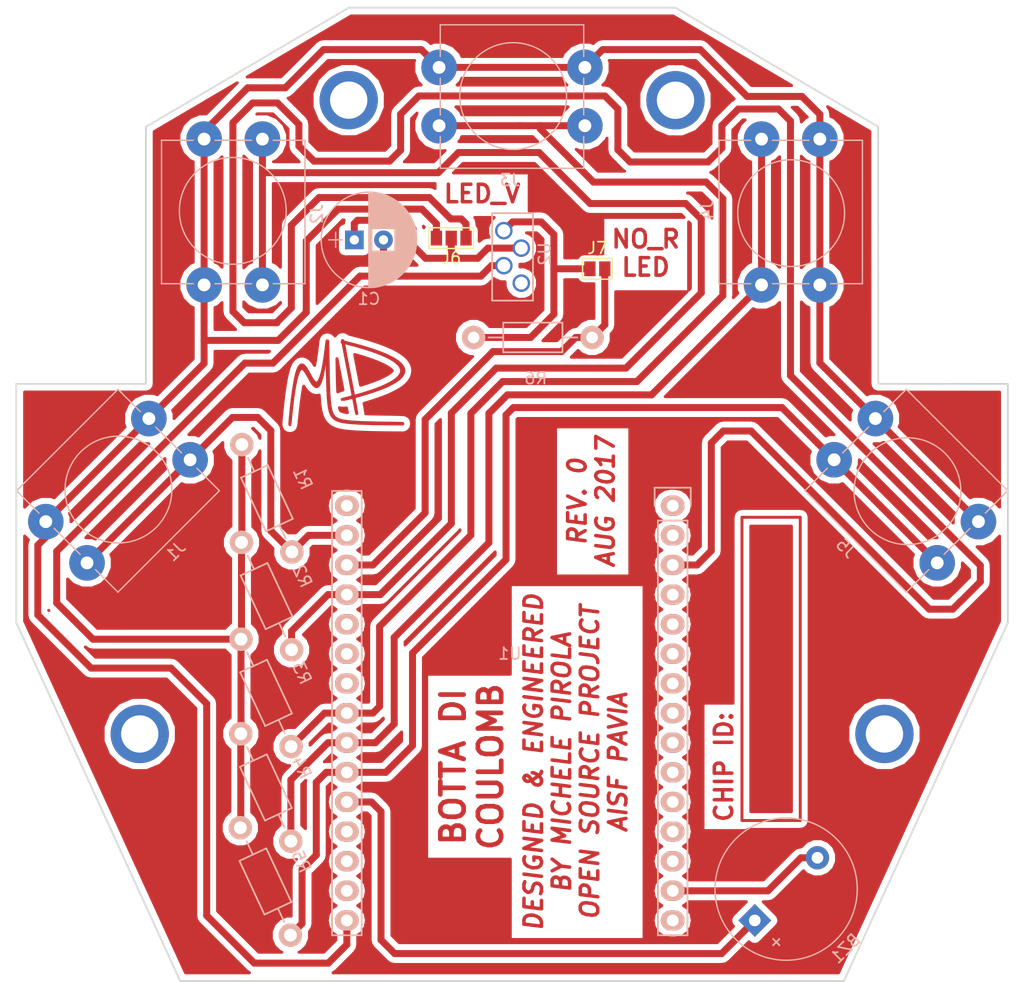
<source format=kicad_pcb>
(kicad_pcb (version 20170123) (host pcbnew no-vcs-found-077fb3c~59~ubuntu17.04.1)

  (general
    (thickness 1.6)
    (drawings 65)
    (tracks 244)
    (zones 0)
    (modules 18)
    (nets 33)
  )

  (page A4)
  (title_block
    (title "Botta di Coulomb")
    (date "21 August 2017")
    (rev 0)
    (company "AISF Pavia")
    (comment 1 "Designed and engineered by Michele Pirola")
    (comment 2 "Open source project")
  )

  (layers
    (0 F.Cu signal)
    (31 B.Cu signal)
    (32 B.Adhes user)
    (33 F.Adhes user)
    (34 B.Paste user)
    (35 F.Paste user)
    (36 B.SilkS user)
    (37 F.SilkS user)
    (38 B.Mask user)
    (39 F.Mask user)
    (40 Dwgs.User user)
    (41 Cmts.User user)
    (42 Eco1.User user)
    (43 Eco2.User user)
    (44 Edge.Cuts user)
    (45 Margin user)
    (46 B.CrtYd user)
    (47 F.CrtYd user)
    (48 B.Fab user)
    (49 F.Fab user)
  )

  (setup
    (last_trace_width 0.6)
    (user_trace_width 0.6)
    (trace_clearance 0)
    (zone_clearance 0.508)
    (zone_45_only no)
    (trace_min 0.2)
    (segment_width 0.2)
    (edge_width 0.15)
    (via_size 0.8)
    (via_drill 0.4)
    (via_min_size 0.4)
    (via_min_drill 0.3)
    (user_via 2 1)
    (uvia_size 0.3)
    (uvia_drill 0.1)
    (uvias_allowed no)
    (uvia_min_size 0.2)
    (uvia_min_drill 0.1)
    (pcb_text_width 0.3)
    (pcb_text_size 1.5 1.5)
    (mod_edge_width 0.15)
    (mod_text_size 1 1)
    (mod_text_width 0.15)
    (pad_size 1.5 1.5)
    (pad_drill 1.1)
    (pad_to_mask_clearance 0.2)
    (aux_axis_origin 0 0)
    (visible_elements FFFFFF7F)
    (pcbplotparams
      (layerselection 0x01000_ffffffff)
      (usegerberextensions false)
      (excludeedgelayer true)
      (linewidth 0.100000)
      (plotframeref false)
      (viasonmask false)
      (mode 1)
      (useauxorigin false)
      (hpglpennumber 1)
      (hpglpenspeed 20)
      (hpglpendiameter 15)
      (psnegative false)
      (psa4output false)
      (plotreference true)
      (plotvalue true)
      (plotinvisibletext false)
      (padsonsilk false)
      (subtractmaskfromsilk false)
      (outputformat 4)
      (mirror false)
      (drillshape 0)
      (scaleselection 1)
      (outputdirectory /home/michele/Dropbox/AISF/cervellone/pcb_telecomando/grafica/))
  )

  (net 0 "")
  (net 1 GND)
  (net 2 +3V3)
  (net 3 "Net-(J1-Pad1)")
  (net 4 "Net-(J2-Pad1)")
  (net 5 "Net-(J3-Pad1)")
  (net 6 "Net-(J4-Pad1)")
  (net 7 "Net-(J5-Pad1)")
  (net 8 "Net-(J6-Pad3)")
  (net 9 "Net-(BZ1-Pad1)")
  (net 10 "Net-(BZ1-Pad2)")
  (net 11 "Net-(U1-Pad26)")
  (net 12 "Net-(U1-Pad25)")
  (net 13 "Net-(U1-Pad19)")
  (net 14 "Net-(U1-Pad17)")
  (net 15 "Net-(U1-Pad18)")
  (net 16 "Net-(U1-Pad30)")
  (net 17 "Net-(U1-Pad15)")
  (net 18 "Net-(U1-Pad13)")
  (net 19 "Net-(U1-Pad12)")
  (net 20 "Net-(U1-Pad11)")
  (net 21 "Net-(U1-Pad10)")
  (net 22 "Net-(U1-Pad9)")
  (net 23 "Net-(U1-Pad8)")
  (net 24 "Net-(U1-Pad7)")
  (net 25 "Net-(U1-Pad6)")
  (net 26 "Net-(U1-Pad5)")
  (net 27 "Net-(U1-Pad4)")
  (net 28 "Net-(U1-Pad2)")
  (net 29 "Net-(U1-Pad1)")
  (net 30 "Net-(C1-Pad1)")
  (net 31 "Net-(J7-Pad1)")
  (net 32 "Net-(J7-Pad2)")

  (net_class Default "This is the default net class."
    (clearance 0)
    (trace_width 0.25)
    (via_dia 0.8)
    (via_drill 0.4)
    (uvia_dia 0.3)
    (uvia_drill 0.1)
    (add_net +3V3)
    (add_net GND)
    (add_net "Net-(BZ1-Pad1)")
    (add_net "Net-(BZ1-Pad2)")
    (add_net "Net-(C1-Pad1)")
    (add_net "Net-(J1-Pad1)")
    (add_net "Net-(J2-Pad1)")
    (add_net "Net-(J3-Pad1)")
    (add_net "Net-(J4-Pad1)")
    (add_net "Net-(J5-Pad1)")
    (add_net "Net-(J6-Pad3)")
    (add_net "Net-(J7-Pad1)")
    (add_net "Net-(J7-Pad2)")
    (add_net "Net-(U1-Pad1)")
    (add_net "Net-(U1-Pad10)")
    (add_net "Net-(U1-Pad11)")
    (add_net "Net-(U1-Pad12)")
    (add_net "Net-(U1-Pad13)")
    (add_net "Net-(U1-Pad15)")
    (add_net "Net-(U1-Pad17)")
    (add_net "Net-(U1-Pad18)")
    (add_net "Net-(U1-Pad19)")
    (add_net "Net-(U1-Pad2)")
    (add_net "Net-(U1-Pad25)")
    (add_net "Net-(U1-Pad26)")
    (add_net "Net-(U1-Pad30)")
    (add_net "Net-(U1-Pad4)")
    (add_net "Net-(U1-Pad5)")
    (add_net "Net-(U1-Pad6)")
    (add_net "Net-(U1-Pad7)")
    (add_net "Net-(U1-Pad8)")
    (add_net "Net-(U1-Pad9)")
  )

  (module Resistors_THT:Resistor_Horizontal_RM10mm (layer B.Cu) (tedit 56648415) (tstamp 5989B6CB)
    (at 133.08 101.89 115)
    (descr "Resistor, Axial,  RM 10mm, 1/3W")
    (tags "Resistor Axial RM 10mm 1/3W")
    (path /5975EE6C)
    (fp_text reference R1 (at 5.32892 3.50012 115) (layer B.SilkS)
      (effects (font (size 1 1) (thickness 0.15)) (justify mirror))
    )
    (fp_text value 10k (at 5.08 -3.81 115) (layer B.Fab)
      (effects (font (size 1 1) (thickness 0.15)) (justify mirror))
    )
    (fp_line (start -1.25 1.500001) (end 11.4 1.499999) (layer B.CrtYd) (width 0.05))
    (fp_line (start -1.25 -1.5) (end -1.25 1.500001) (layer B.CrtYd) (width 0.05))
    (fp_line (start 11.4 1.499999) (end 11.4 -1.5) (layer B.CrtYd) (width 0.05))
    (fp_line (start -1.25 -1.5) (end 11.4 -1.5) (layer B.CrtYd) (width 0.05))
    (fp_line (start 2.54 1.27) (end 7.62 1.27) (layer B.SilkS) (width 0.15))
    (fp_line (start 7.62 1.27) (end 7.62 -1.27) (layer B.SilkS) (width 0.15))
    (fp_line (start 7.62 -1.27) (end 2.54 -1.27) (layer B.SilkS) (width 0.15))
    (fp_line (start 2.54 -1.27) (end 2.54 1.27) (layer B.SilkS) (width 0.15))
    (fp_line (start 2.54 0) (end 1.27 0) (layer B.SilkS) (width 0.15))
    (fp_line (start 7.62 0) (end 8.89 0) (layer B.SilkS) (width 0.15))
    (pad 1 thru_hole circle (at 0 0 115) (size 1.99898 1.99898) (drill 1.1) (layers *.Cu *.SilkS *.Mask)
      (net 3 "Net-(J1-Pad1)"))
    (pad 2 thru_hole circle (at 10.16 0 115) (size 1.99898 1.99898) (drill 1.1) (layers *.Cu *.SilkS *.Mask)
      (net 1 GND))
    (model Resistors_ThroughHole.3dshapes/Resistor_Horizontal_RM10mm.wrl
      (at (xyz 0.2 0 0))
      (scale (xyz 0.4 0.4 0.4))
      (rotate (xyz 0 0 0))
    )
    (model ${KISYS3DMOD}/Resistors_THT.3dshapes/R_Axial_DIN0411_L9.9mm_D3.6mm_P12.70mm_Horizontal.wrl
      (at (xyz 0 0 0))
      (scale (xyz 0.315 0.315 0.315))
      (rotate (xyz 0 0 0))
    )
  )

  (module Buttons_Switches_THT:SW_PUSH-12mm (layer B.Cu) (tedit 592546E6) (tstamp 59A5378B)
    (at 179.575631 93.986699 315)
    (descr "SW PUSH 12mm https://www.e-switch.com/system/asset/product_line/data_sheet/143/TL1100.pdf")
    (tags "tact sw push 12mm")
    (path /597606D5)
    (fp_text reference J5 (at 6.08 4.66 315) (layer B.SilkS)
      (effects (font (size 1 1) (thickness 0.15)) (justify mirror))
    )
    (fp_text value PULS_E (at 6.62 -9.93 315) (layer B.Fab)
      (effects (font (size 1 1) (thickness 0.15)) (justify mirror))
    )
    (fp_line (start 0.25 -8.5) (end 12.25 -8.5) (layer B.Fab) (width 0.1))
    (fp_line (start 0.25 3.5) (end 12.25 3.5) (layer B.Fab) (width 0.1))
    (fp_line (start 12.25 3.5) (end 12.25 -8.5) (layer B.Fab) (width 0.1))
    (fp_text user %R (at 6.35 -2.54 315) (layer B.Fab)
      (effects (font (size 1 1) (thickness 0.15)) (justify mirror))
    )
    (fp_line (start 0.1 3.65) (end 12.4 3.65) (layer B.SilkS) (width 0.12))
    (fp_line (start 12.4 -0.93) (end 12.4 -4.07) (layer B.SilkS) (width 0.12))
    (fp_line (start 12.4 -8.65) (end 0.1 -8.65) (layer B.SilkS) (width 0.12))
    (fp_line (start 0.1 0.93) (end 0.1 3.65) (layer B.SilkS) (width 0.12))
    (fp_line (start -1.77 3.75) (end 14.25 3.75) (layer B.CrtYd) (width 0.05))
    (fp_line (start -1.77 3.75) (end -1.77 -8.75) (layer B.CrtYd) (width 0.05))
    (fp_line (start 14.25 -8.75) (end 14.25 3.75) (layer B.CrtYd) (width 0.05))
    (fp_line (start 14.25 -8.75) (end -1.77 -8.75) (layer B.CrtYd) (width 0.05))
    (fp_circle (center 6.35 -2.54) (end 10.16 -5.08) (layer B.SilkS) (width 0.12))
    (fp_line (start 0.25 3.5) (end 0.25 -8.5) (layer B.Fab) (width 0.1))
    (fp_line (start 0.1 -8.65) (end 0.1 -5.93) (layer B.SilkS) (width 0.12))
    (fp_line (start 0.1 -4.07) (end 0.1 -0.93) (layer B.SilkS) (width 0.12))
    (fp_line (start 12.4 -5.93) (end 12.4 -8.65) (layer B.SilkS) (width 0.12))
    (fp_line (start 12.4 3.65) (end 12.4 0.93) (layer B.SilkS) (width 0.12))
    (pad 1 thru_hole circle (at 12.5 0 315) (size 3.048 3.048) (drill 1.1) (layers *.Cu *.Mask)
      (net 7 "Net-(J5-Pad1)"))
    (pad 2 thru_hole circle (at 12.5 -5 315) (size 3.048 3.048) (drill 1.1) (layers *.Cu *.Mask)
      (net 2 +3V3))
    (pad 1 thru_hole circle (at 0 0 315) (size 3.048 3.048) (drill 1.1) (layers *.Cu *.Mask)
      (net 7 "Net-(J5-Pad1)"))
    (pad 2 thru_hole circle (at 0 -5 315) (size 3.048 3.048) (drill 1.1) (layers *.Cu *.Mask)
      (net 2 +3V3))
    (model ${KISYS3DMOD}/Buttons_Switches_THT.3dshapes/SW_PUSH-12mm.wrl
      (at (xyz 0.248 -0.1 0))
      (scale (xyz 3.93701 3.93701 3.93701))
      (rotate (xyz 0 0 0))
    )
  )

  (module Buttons_Switches_THT:SW_PUSH-12mm (layer B.Cu) (tedit 592546E6) (tstamp 59A53723)
    (at 115.511165 102.828835 45)
    (descr "SW PUSH 12mm https://www.e-switch.com/system/asset/product_line/data_sheet/143/TL1100.pdf")
    (tags "tact sw push 12mm")
    (path /5976059A)
    (fp_text reference J1 (at 6.08 4.66 45) (layer B.SilkS)
      (effects (font (size 1 1) (thickness 0.15)) (justify mirror))
    )
    (fp_text value PULS_A (at 6.62 -9.93 45) (layer B.Fab)
      (effects (font (size 1 1) (thickness 0.15)) (justify mirror))
    )
    (fp_line (start 0.25 -8.5) (end 12.25 -8.500001) (layer B.Fab) (width 0.1))
    (fp_line (start 0.25 3.5) (end 12.25 3.5) (layer B.Fab) (width 0.1))
    (fp_line (start 12.25 3.5) (end 12.25 -8.500001) (layer B.Fab) (width 0.1))
    (fp_text user %R (at 6.35 -2.54 45) (layer B.Fab)
      (effects (font (size 1 1) (thickness 0.15)) (justify mirror))
    )
    (fp_line (start 0.1 3.65) (end 12.4 3.65) (layer B.SilkS) (width 0.12))
    (fp_line (start 12.4 -0.93) (end 12.4 -4.070001) (layer B.SilkS) (width 0.12))
    (fp_line (start 12.4 -8.65) (end 0.1 -8.65) (layer B.SilkS) (width 0.12))
    (fp_line (start 0.1 0.93) (end 0.1 3.65) (layer B.SilkS) (width 0.12))
    (fp_line (start -1.77 3.749999) (end 14.25 3.75) (layer B.CrtYd) (width 0.05))
    (fp_line (start -1.77 3.749999) (end -1.77 -8.75) (layer B.CrtYd) (width 0.05))
    (fp_line (start 14.25 -8.75) (end 14.25 3.75) (layer B.CrtYd) (width 0.05))
    (fp_line (start 14.25 -8.75) (end -1.77 -8.75) (layer B.CrtYd) (width 0.05))
    (fp_circle (center 6.35 -2.54) (end 10.159999 -5.08) (layer B.SilkS) (width 0.12))
    (fp_line (start 0.25 3.5) (end 0.25 -8.5) (layer B.Fab) (width 0.1))
    (fp_line (start 0.1 -8.65) (end 0.1 -5.93) (layer B.SilkS) (width 0.12))
    (fp_line (start 0.1 -4.07) (end 0.1 -0.93) (layer B.SilkS) (width 0.12))
    (fp_line (start 12.4 -5.93) (end 12.4 -8.65) (layer B.SilkS) (width 0.12))
    (fp_line (start 12.4 3.65) (end 12.4 0.93) (layer B.SilkS) (width 0.12))
    (pad 1 thru_hole circle (at 12.5 0 45) (size 3.048 3.048) (drill 1.1) (layers *.Cu *.Mask)
      (net 3 "Net-(J1-Pad1)"))
    (pad 2 thru_hole circle (at 12.5 -5 45) (size 3.048 3.048) (drill 1.1) (layers *.Cu *.Mask)
      (net 2 +3V3))
    (pad 1 thru_hole circle (at 0 0 45) (size 3.048 3.048) (drill 1.1) (layers *.Cu *.Mask)
      (net 3 "Net-(J1-Pad1)"))
    (pad 2 thru_hole circle (at 0 -5 45) (size 3.048 3.048) (drill 1.1) (layers *.Cu *.Mask)
      (net 2 +3V3))
    (model ${KISYS3DMOD}/Buttons_Switches_THT.3dshapes/SW_PUSH-12mm.wrl
      (at (xyz 0.248 -0.1 0))
      (scale (xyz 3.93701 3.93701 3.93701))
      (rotate (xyz 0 0 0))
    )
  )

  (module nodemcu:NodeMCU_0.9 (layer B.Cu) (tedit 567C3C58) (tstamp 59A57FD7)
    (at 165.73 97.93 180)
    (descr "Through-hole-mounted NodeMCU 0.9")
    (tags nodemcu)
    (path /5975E3C5)
    (fp_text reference U1 (at 13.97 -12.68 180) (layer B.SilkS)
      (effects (font (size 1 1) (thickness 0.15)) (justify mirror))
    )
    (fp_text value NodeMCU (at 13.97 -16.51 180) (layer B.Fab)
      (effects (font (size 2 2) (thickness 0.15)) (justify mirror))
    )
    (fp_line (start 1.5 -40.55) (end -2.55 -36.55) (layer B.CrtYd) (width 0.15))
    (fp_line (start 18.53 -35.309962) (end 18.53 -40.56) (layer B.CrtYd) (width 0.15))
    (fp_line (start 9.079978 -35.31) (end 18.53 -35.31) (layer B.CrtYd) (width 0.15))
    (fp_line (start 9.08 -40.57) (end 9.08 -35.309848) (layer B.CrtYd) (width 0.15))
    (fp_line (start 30.48 2.050004) (end 30.48 -36.57) (layer B.CrtYd) (width 0.15))
    (fp_line (start 1.498075 6.04) (end 26.450001 6.04) (layer B.CrtYd) (width 0.15))
    (fp_line (start -2.54 -36.550001) (end -2.54 2.05002) (layer B.CrtYd) (width 0.15))
    (fp_line (start 1.499994 -40.569) (end 26.44 -40.569) (layer B.CrtYd) (width 0.15))
    (fp_line (start -1.27 -1.27) (end -1.27 -36.83) (layer B.SilkS) (width 0.15))
    (fp_line (start -1.27 -36.83) (end 1.27 -36.83) (layer B.SilkS) (width 0.15))
    (fp_line (start 1.27 -36.83) (end 1.27 -1.27) (layer B.SilkS) (width 0.15))
    (fp_line (start 1.55 1.55) (end 1.55 0) (layer B.SilkS) (width 0.15))
    (fp_line (start 1.27 -1.27) (end -1.27 -1.27) (layer B.SilkS) (width 0.15))
    (fp_line (start -1.55 0) (end -1.55 1.55) (layer B.SilkS) (width 0.15))
    (fp_line (start -1.55 1.55) (end 1.55 1.55) (layer B.SilkS) (width 0.15))
    (fp_line (start 26.67 -36.83) (end 29.21 -36.83) (layer B.SilkS) (width 0.15))
    (fp_line (start 26.67 1.27) (end 26.67 -36.83) (layer B.SilkS) (width 0.15))
    (fp_line (start 29.21 1.27) (end 26.67 1.27) (layer B.SilkS) (width 0.15))
    (fp_line (start 29.21 -36.83) (end 29.21 1.27) (layer B.SilkS) (width 0.15))
    (fp_line (start 30.5 2.05) (end 26.45 6.05) (layer B.CrtYd) (width 0.15))
    (fp_line (start 1.5 6.05) (end -2.54 2.05) (layer B.CrtYd) (width 0.15))
    (fp_line (start 30.48 -36.57) (end 26.44 -40.57) (layer B.CrtYd) (width 0.15))
    (pad 1 thru_hole oval (at 0 0 180) (size 2.032 1.7272) (drill 1.016) (layers *.Cu *.Mask B.SilkS)
      (net 29 "Net-(U1-Pad1)"))
    (pad 2 thru_hole oval (at 0 -2.54 180) (size 2.032 1.7272) (drill 1.016) (layers *.Cu *.Mask B.SilkS)
      (net 28 "Net-(U1-Pad2)"))
    (pad 3 thru_hole oval (at 0 -5.08 180) (size 2.032 1.7272) (drill 1.016) (layers *.Cu *.Mask B.SilkS)
      (net 8 "Net-(J6-Pad3)"))
    (pad 4 thru_hole oval (at 0 -7.62 180) (size 2.032 1.7272) (drill 1.016) (layers *.Cu *.Mask B.SilkS)
      (net 27 "Net-(U1-Pad4)"))
    (pad 5 thru_hole oval (at 0 -10.16 180) (size 2.032 1.7272) (drill 1.016) (layers *.Cu *.Mask B.SilkS)
      (net 26 "Net-(U1-Pad5)"))
    (pad 6 thru_hole oval (at 0 -12.7 180) (size 2.032 1.7272) (drill 1.016) (layers *.Cu *.Mask B.SilkS)
      (net 25 "Net-(U1-Pad6)"))
    (pad 7 thru_hole oval (at 0 -15.24 180) (size 2.032 1.7272) (drill 1.016) (layers *.Cu *.Mask B.SilkS)
      (net 24 "Net-(U1-Pad7)"))
    (pad 8 thru_hole oval (at 0 -17.78 180) (size 2.032 1.7272) (drill 1.016) (layers *.Cu *.Mask B.SilkS)
      (net 23 "Net-(U1-Pad8)"))
    (pad 9 thru_hole oval (at 0 -20.32 180) (size 2.032 1.7272) (drill 1.016) (layers *.Cu *.Mask B.SilkS)
      (net 22 "Net-(U1-Pad9)"))
    (pad 10 thru_hole oval (at 0 -22.86 180) (size 2.032 1.7272) (drill 1.016) (layers *.Cu *.Mask B.SilkS)
      (net 21 "Net-(U1-Pad10)"))
    (pad 11 thru_hole oval (at 0 -25.4 180) (size 2.032 1.7272) (drill 1.016) (layers *.Cu *.Mask B.SilkS)
      (net 20 "Net-(U1-Pad11)"))
    (pad 12 thru_hole oval (at 0 -27.94 180) (size 2.032 1.7272) (drill 1.016) (layers *.Cu *.Mask B.SilkS)
      (net 19 "Net-(U1-Pad12)"))
    (pad 13 thru_hole oval (at 0 -30.48 180) (size 2.032 1.7272) (drill 1.016) (layers *.Cu *.Mask B.SilkS)
      (net 18 "Net-(U1-Pad13)"))
    (pad 14 thru_hole oval (at 0 -33.02 180) (size 2.032 1.7272) (drill 1.016) (layers *.Cu *.Mask B.SilkS)
      (net 10 "Net-(BZ1-Pad2)"))
    (pad 15 thru_hole oval (at 0 -35.56 180) (size 2.032 1.7272) (drill 1.016) (layers *.Cu *.Mask B.SilkS)
      (net 17 "Net-(U1-Pad15)"))
    (pad 30 thru_hole oval (at 27.94 0 180) (size 2.032 1.7272) (drill 1.016) (layers *.Cu *.Mask B.SilkS)
      (net 16 "Net-(U1-Pad30)"))
    (pad 18 thru_hole oval (at 27.94 -30.48 180) (size 2.032 1.7272) (drill 1.016) (layers *.Cu *.Mask B.SilkS)
      (net 15 "Net-(U1-Pad18)"))
    (pad 17 thru_hole oval (at 27.94 -33.02 180) (size 2.032 1.7272) (drill 1.016) (layers *.Cu *.Mask B.SilkS)
      (net 14 "Net-(U1-Pad17)"))
    (pad 19 thru_hole oval (at 27.94 -27.94 180) (size 2.032 1.7272) (drill 1.016) (layers *.Cu *.Mask B.SilkS)
      (net 13 "Net-(U1-Pad19)"))
    (pad 25 thru_hole oval (at 27.94 -12.7 180) (size 2.032 1.7272) (drill 1.016) (layers *.Cu *.Mask B.SilkS)
      (net 12 "Net-(U1-Pad25)"))
    (pad 26 thru_hole oval (at 27.94 -10.16 180) (size 2.032 1.7272) (drill 1.016) (layers *.Cu *.Mask B.SilkS)
      (net 11 "Net-(U1-Pad26)"))
    (pad 24 thru_hole oval (at 27.94 -15.24 180) (size 2.032 1.7272) (drill 1.016) (layers *.Cu *.Mask B.SilkS)
      (net 1 GND))
    (pad 16 thru_hole oval (at 27.94 -35.56 180) (size 2.032 1.7272) (drill 1.016) (layers *.Cu *.Mask B.SilkS)
      (net 2 +3V3))
    (pad 22 thru_hole oval (at 27.94 -20.32 180) (size 2.032 1.7272) (drill 1.016) (layers *.Cu *.Mask B.SilkS)
      (net 6 "Net-(J4-Pad1)"))
    (pad 23 thru_hole oval (at 27.94 -17.78 180) (size 2.032 1.7272) (drill 1.016) (layers *.Cu *.Mask B.SilkS)
      (net 5 "Net-(J3-Pad1)"))
    (pad 21 thru_hole oval (at 27.94 -22.86 180) (size 2.032 1.7272) (drill 1.016) (layers *.Cu *.Mask B.SilkS)
      (net 7 "Net-(J5-Pad1)"))
    (pad 20 thru_hole oval (at 27.94 -25.4 180) (size 2.032 1.7272) (drill 1.016) (layers *.Cu *.Mask B.SilkS)
      (net 9 "Net-(BZ1-Pad1)"))
    (pad 28 thru_hole oval (at 27.94 -5.08 180) (size 2.032 1.7272) (drill 1.016) (layers *.Cu *.Mask B.SilkS)
      (net 32 "Net-(J7-Pad2)"))
    (pad 27 thru_hole oval (at 27.94 -7.62 180) (size 2.032 1.7272) (drill 1.016) (layers *.Cu *.Mask B.SilkS)
      (net 4 "Net-(J2-Pad1)"))
    (pad 29 thru_hole oval (at 27.94 -2.54 180) (size 2.032 1.7272) (drill 1.016) (layers *.Cu *.Mask B.SilkS)
      (net 3 "Net-(J1-Pad1)"))
    (model ${KISYS3DMOD}/Socket_Strips.3dshapes/Socket_Strip_Straight_1x15_Pitch2.54mm.wrl
      (at (xyz 0 -0.7000000000000001 0))
      (scale (xyz 1 1 1))
      (rotate (xyz 0 0 90))
    )
    (model ${KISYS3DMOD}/Socket_Strips.3dshapes/Socket_Strip_Straight_1x15_Pitch2.54mm.wrl
      (at (xyz 1.1 -0.7000000000000001 0))
      (scale (xyz 1 1 1))
      (rotate (xyz 0 0 90))
    )
  )

  (module logo:logo_mic (layer F.Cu) (tedit 0) (tstamp 59BE170C)
    (at 137.79 87.37)
    (fp_text reference G*** (at 0 0) (layer F.SilkS) hide
      (effects (font (thickness 0.3)))
    )
    (fp_text value LOGO (at 0.75 0) (layer F.SilkS) hide
      (effects (font (thickness 0.3)))
    )
    (fp_poly (pts (xy -0.308935 -3.72059) (xy -0.276994 -3.707833) (xy -0.255135 -3.684261) (xy -0.231039 -3.648839)
      (xy -0.227104 -3.641985) (xy -0.200273 -3.593681) (xy 0.377858 -3.44634) (xy 0.849658 -3.322734)
      (xy 1.296437 -3.198792) (xy 1.717825 -3.074641) (xy 2.113453 -2.950401) (xy 2.48295 -2.826198)
      (xy 2.825945 -2.702155) (xy 3.142069 -2.578395) (xy 3.430951 -2.455042) (xy 3.640165 -2.357719)
      (xy 3.885723 -2.233522) (xy 4.104461 -2.111682) (xy 4.297301 -1.991474) (xy 4.465163 -1.872177)
      (xy 4.608971 -1.753068) (xy 4.729644 -1.633424) (xy 4.828105 -1.512522) (xy 4.905275 -1.389639)
      (xy 4.9258 -1.349413) (xy 4.965766 -1.25952) (xy 4.99143 -1.182157) (xy 5.005292 -1.107562)
      (xy 5.009848 -1.025974) (xy 5.009879 -1.020805) (xy 4.996734 -0.890542) (xy 4.956989 -0.757732)
      (xy 4.89166 -0.62388) (xy 4.801761 -0.490491) (xy 4.688309 -0.359073) (xy 4.55232 -0.231131)
      (xy 4.39481 -0.108171) (xy 4.39375 -0.107414) (xy 4.299204 -0.043857) (xy 4.183779 0.027359)
      (xy 4.052504 0.103512) (xy 3.91041 0.18188) (xy 3.762527 0.259743) (xy 3.613886 0.334377)
      (xy 3.469517 0.403061) (xy 3.358329 0.452826) (xy 3.102995 0.558811) (xy 2.821521 0.667179)
      (xy 2.515527 0.77738) (xy 2.18663 0.888862) (xy 1.836448 1.001074) (xy 1.4666 1.113465)
      (xy 1.140907 1.207895) (xy 1.028944 1.239738) (xy 0.940951 1.265077) (xy 0.87404 1.285014)
      (xy 0.825325 1.300649) (xy 0.791918 1.313081) (xy 0.770933 1.323411) (xy 0.759483 1.33274)
      (xy 0.75468 1.342167) (xy 0.753638 1.352793) (xy 0.753627 1.355493) (xy 0.756144 1.377752)
      (xy 0.763297 1.423991) (xy 0.774488 1.490771) (xy 0.789119 1.574655) (xy 0.806592 1.672207)
      (xy 0.82631 1.779987) (xy 0.843506 1.87237) (xy 0.875363 2.042279) (xy 0.902355 2.186934)
      (xy 0.924732 2.30852) (xy 0.942741 2.409221) (xy 0.956633 2.491223) (xy 0.966656 2.556711)
      (xy 0.973059 2.60787) (xy 0.97609 2.646885) (xy 0.975999 2.675941) (xy 0.973035 2.697224)
      (xy 0.967446 2.712918) (xy 0.959481 2.725208) (xy 0.949389 2.736281) (xy 0.942668 2.742997)
      (xy 0.897016 2.771012) (xy 0.842687 2.779118) (xy 0.789666 2.767362) (xy 0.753406 2.742128)
      (xy 0.745131 2.731127) (xy 0.73678 2.714479) (xy 0.727805 2.689826) (xy 0.71766 2.654814)
      (xy 0.705795 2.607087) (xy 0.691664 2.544289) (xy 0.67472 2.464064) (xy 0.654414 2.364057)
      (xy 0.6302 2.241911) (xy 0.601529 2.095271) (xy 0.593656 2.054793) (xy 0.466905 1.402583)
      (xy 0.432326 1.407069) (xy 0.408827 1.411607) (xy 0.36276 1.421748) (xy 0.298664 1.436446)
      (xy 0.221081 1.454655) (xy 0.134551 1.475328) (xy 0.104671 1.482546) (xy 0.000544 1.507337)
      (xy -0.082147 1.52579) (xy -0.148922 1.538817) (xy -0.2053 1.54733) (xy -0.256799 1.552242)
      (xy -0.308939 1.554465) (xy -0.332605 1.554818) (xy -0.39801 1.55498) (xy -0.441527 1.553331)
      (xy -0.469172 1.548757) (xy -0.486961 1.540143) (xy -0.500909 1.526375) (xy -0.503566 1.523152)
      (xy -0.525834 1.476759) (xy -0.527651 1.425031) (xy -0.509103 1.379031) (xy -0.502387 1.370876)
      (xy -0.489239 1.359121) (xy -0.470636 1.347597) (xy -0.443898 1.335481) (xy -0.406347 1.321952)
      (xy -0.355305 1.306185) (xy -0.288091 1.28736) (xy -0.202029 1.264653) (xy -0.094437 1.237242)
      (xy 0.037362 1.204306) (xy 0.052335 1.200588) (xy 0.167953 1.171422) (xy 0.258226 1.14754)
      (xy 0.325098 1.128346) (xy 0.37051 1.113248) (xy 0.396405 1.101651) (xy 0.404725 1.092962)
      (xy 0.404726 1.092876) (xy 0.402131 1.077151) (xy 0.394532 1.03548) (xy 0.382207 0.969325)
      (xy 0.365436 0.880147) (xy 0.344496 0.769408) (xy 0.319667 0.63857) (xy 0.291226 0.489094)
      (xy 0.259454 0.322441) (xy 0.224627 0.140074) (xy 0.187025 -0.056546) (xy 0.146926 -0.265957)
      (xy 0.104609 -0.486698) (xy 0.060353 -0.717307) (xy 0.014436 -0.956322) (xy -0.02082 -1.139681)
      (xy -0.432453 -3.27967) (xy -0.133247 -3.27967) (xy -0.132575 -3.266143) (xy -0.126724 -3.226233)
      (xy -0.115882 -3.160951) (xy -0.100236 -3.071305) (xy -0.079972 -2.958306) (xy -0.055277 -2.822962)
      (xy -0.026339 -2.666284) (xy 0.006655 -2.489279) (xy 0.043518 -2.292959) (xy 0.084064 -2.078332)
      (xy 0.128104 -1.846408) (xy 0.175453 -1.598195) (xy 0.225923 -1.334705) (xy 0.260479 -1.154862)
      (xy 0.315606 -0.868288) (xy 0.365704 -0.607871) (xy 0.411017 -0.372363) (xy 0.451791 -0.160511)
      (xy 0.488273 0.028933) (xy 0.520709 0.19722) (xy 0.549345 0.345601) (xy 0.574427 0.475327)
      (xy 0.596201 0.587647) (xy 0.614914 0.683812) (xy 0.63081 0.765073) (xy 0.644137 0.83268)
      (xy 0.655141 0.887883) (xy 0.664067 0.931934) (xy 0.671161 0.966081) (xy 0.676671 0.991576)
      (xy 0.680841 1.00967) (xy 0.683918 1.021612) (xy 0.686148 1.028653) (xy 0.687778 1.032044)
      (xy 0.689053 1.033034) (xy 0.690219 1.032875) (xy 0.691016 1.032747) (xy 0.705655 1.029036)
      (xy 0.743554 1.018573) (xy 0.801161 1.002362) (xy 0.874924 0.981409) (xy 0.961291 0.956718)
      (xy 1.05671 0.929295) (xy 1.057097 0.929184) (xy 1.490889 0.800131) (xy 1.896837 0.670963)
      (xy 2.275007 0.541651) (xy 2.625464 0.412169) (xy 2.948277 0.282488) (xy 3.243512 0.152582)
      (xy 3.511236 0.022423) (xy 3.751515 -0.108017) (xy 3.964416 -0.238764) (xy 4.067426 -0.309082)
      (xy 4.204019 -0.415721) (xy 4.323045 -0.528391) (xy 4.421983 -0.644175) (xy 4.498315 -0.760159)
      (xy 4.545644 -0.86242) (xy 4.570177 -0.949814) (xy 4.57557 -1.031327) (xy 4.561983 -1.11784)
      (xy 4.550008 -1.16037) (xy 4.499334 -1.278987) (xy 4.420844 -1.398463) (xy 4.31462 -1.518752)
      (xy 4.180743 -1.639811) (xy 4.019296 -1.761596) (xy 3.830359 -1.884063) (xy 3.614015 -2.007167)
      (xy 3.370344 -2.130865) (xy 3.09943 -2.255112) (xy 2.801353 -2.379864) (xy 2.476195 -2.505077)
      (xy 2.124038 -2.630706) (xy 1.744963 -2.756709) (xy 1.395605 -2.865909) (xy 1.282432 -2.899869)
      (xy 1.1585 -2.936236) (xy 1.026658 -2.974237) (xy 0.889756 -3.013102) (xy 0.750646 -3.05206)
      (xy 0.612178 -3.090338) (xy 0.477201 -3.127166) (xy 0.348568 -3.161772) (xy 0.229127 -3.193384)
      (xy 0.121729 -3.221232) (xy 0.029226 -3.244543) (xy -0.045533 -3.262546) (xy -0.099697 -3.27447)
      (xy -0.130416 -3.279544) (xy -0.133247 -3.27967) (xy -0.432453 -3.27967) (xy -0.446366 -3.351996)
      (xy -0.489814 -3.392583) (xy -0.517816 -3.422999) (xy -0.528022 -3.450934) (xy -0.526229 -3.485513)
      (xy -0.514703 -3.541979) (xy -0.496379 -3.600947) (xy -0.474489 -3.654155) (xy -0.452262 -3.693341)
      (xy -0.439574 -3.707085) (xy -0.404113 -3.720704) (xy -0.356166 -3.725226) (xy -0.308935 -3.72059)) (layer F.Cu) (width 0.01))
    (fp_poly (pts (xy -1.604957 -3.687057) (xy -1.556095 -3.653987) (xy -1.525621 -3.600361) (xy -1.522428 -3.589444)
      (xy -1.520105 -3.567499) (xy -1.517524 -3.519904) (xy -1.514742 -3.448917) (xy -1.511814 -3.356797)
      (xy -1.508798 -3.245804) (xy -1.505751 -3.118197) (xy -1.502729 -2.976235) (xy -1.499789 -2.822177)
      (xy -1.496989 -2.658284) (xy -1.494384 -2.486813) (xy -1.493953 -2.456263) (xy -1.488312 -2.061928)
      (xy -1.482731 -1.694249) (xy -1.477165 -1.351973) (xy -1.471574 -1.033843) (xy -1.465915 -0.738606)
      (xy -1.460145 -0.465006) (xy -1.454222 -0.211789) (xy -1.448104 0.022302) (xy -1.441748 0.238519)
      (xy -1.435112 0.438119) (xy -1.428154 0.622356) (xy -1.420831 0.792485) (xy -1.413102 0.949762)
      (xy -1.404923 1.09544) (xy -1.396252 1.230776) (xy -1.387047 1.357023) (xy -1.377266 1.475437)
      (xy -1.366865 1.587273) (xy -1.355804 1.693785) (xy -1.353051 1.718651) (xy -1.32969 1.909291)
      (xy -1.304757 2.07559) (xy -1.277423 2.221108) (xy -1.246856 2.349408) (xy -1.212225 2.46405)
      (xy -1.172699 2.568595) (xy -1.135763 2.649879) (xy -1.101998 2.713372) (xy -1.06433 2.772713)
      (xy -1.021773 2.828057) (xy -0.973346 2.879558) (xy -0.918064 2.927372) (xy -0.854945 2.971652)
      (xy -0.783005 3.012554) (xy -0.701261 3.050232) (xy -0.60873 3.08484) (xy -0.504429 3.116534)
      (xy -0.387374 3.145468) (xy -0.256583 3.171797) (xy -0.111071 3.195676) (xy 0.050143 3.217258)
      (xy 0.228044 3.236699) (xy 0.423615 3.254154) (xy 0.637838 3.269777) (xy 0.871698 3.283723)
      (xy 1.126176 3.296146) (xy 1.402258 3.307201) (xy 1.700924 3.317043) (xy 2.02316 3.325826)
      (xy 2.369948 3.333705) (xy 2.742271 3.340836) (xy 3.141112 3.347371) (xy 3.314561 3.349944)
      (xy 3.491456 3.352587) (xy 3.665649 3.355358) (xy 3.834298 3.358202) (xy 3.994562 3.361064)
      (xy 4.143598 3.363888) (xy 4.278567 3.366619) (xy 4.396624 3.369201) (xy 4.49493 3.371581)
      (xy 4.570643 3.373701) (xy 4.615956 3.375293) (xy 4.711741 3.379605) (xy 4.783316 3.384604)
      (xy 4.834362 3.392031) (xy 4.86856 3.403623) (xy 4.889593 3.421119) (xy 4.901142 3.44626)
      (xy 4.906888 3.480783) (xy 4.909614 3.514001) (xy 4.911949 3.560767) (xy 4.908149 3.589849)
      (xy 4.894802 3.611342) (xy 4.868667 3.635199) (xy 4.821813 3.674739) (xy 3.789066 3.665744)
      (xy 3.383354 3.661692) (xy 3.003883 3.65681) (xy 2.648993 3.651052) (xy 2.317025 3.644372)
      (xy 2.006318 3.636724) (xy 1.715213 3.628063) (xy 1.44205 3.618341) (xy 1.185168 3.607514)
      (xy 0.942909 3.595535) (xy 0.713612 3.582358) (xy 0.662912 3.579178) (xy 0.388765 3.559569)
      (xy 0.140769 3.537095) (xy -0.082732 3.511256) (xy -0.283399 3.481552) (xy -0.46289 3.447482)
      (xy -0.622865 3.408546) (xy -0.764983 3.364244) (xy -0.890902 3.314075) (xy -1.002282 3.257539)
      (xy -1.100781 3.194137) (xy -1.18806 3.123367) (xy -1.265776 3.044729) (xy -1.317463 2.982017)
      (xy -1.365141 2.914986) (xy -1.409404 2.842194) (xy -1.450402 2.762468) (xy -1.488283 2.674637)
      (xy -1.523196 2.577528) (xy -1.55529 2.469969) (xy -1.584714 2.350787) (xy -1.611618 2.21881)
      (xy -1.636149 2.072866) (xy -1.658457 1.911782) (xy -1.678691 1.734386) (xy -1.696999 1.539507)
      (xy -1.713532 1.32597) (xy -1.728437 1.092605) (xy -1.741863 0.838239) (xy -1.75396 0.561699)
      (xy -1.764876 0.261814) (xy -1.77476 -0.06259) (xy -1.783762 -0.412684) (xy -1.791148 -0.746648)
      (xy -1.807307 -1.528187) (xy -1.860051 -1.228132) (xy -1.90821 -0.965998) (xy -1.955963 -0.730442)
      (xy -2.003693 -0.520141) (xy -2.051786 -0.333772) (xy -2.100627 -0.170013) (xy -2.1506 -0.02754)
      (xy -2.202091 0.094968) (xy -2.255485 0.198837) (xy -2.292753 0.259014) (xy -2.367216 0.353493)
      (xy -2.445067 0.420357) (xy -2.526006 0.459655) (xy -2.609732 0.47144) (xy -2.695947 0.455764)
      (xy -2.784351 0.412676) (xy -2.874645 0.34223) (xy -2.96653 0.244476) (xy -3.05364 0.128382)
      (xy -3.08256 0.08341) (xy -3.121822 0.018395) (xy -3.168749 -0.062018) (xy -3.220663 -0.15318)
      (xy -3.274888 -0.250447) (xy -3.328602 -0.348901) (xy -3.422291 -0.519892) (xy -3.505798 -0.666235)
      (xy -3.579864 -0.788968) (xy -3.645231 -0.889128) (xy -3.702641 -0.967753) (xy -3.752835 -1.025881)
      (xy -3.796554 -1.064549) (xy -3.83454 -1.084795) (xy -3.857088 -1.088571) (xy -3.897657 -1.074889)
      (xy -3.940428 -1.034688) (xy -3.984955 -0.969236) (xy -4.030794 -0.8798) (xy -4.077498 -0.767646)
      (xy -4.124624 -0.634043) (xy -4.171725 -0.480258) (xy -4.218355 -0.307558) (xy -4.264071 -0.117211)
      (xy -4.308426 0.089516) (xy -4.350975 0.311356) (xy -4.353088 0.323047) (xy -4.394301 0.56253)
      (xy -4.435313 0.822573) (xy -4.476246 1.10414) (xy -4.517223 1.408196) (xy -4.558367 1.735703)
      (xy -4.5998 2.087626) (xy -4.641645 2.464928) (xy -4.684025 2.868574) (xy -4.710529 3.131549)
      (xy -4.72485 3.273337) (xy -4.7373 3.389868) (xy -4.748367 3.483698) (xy -4.758539 3.557382)
      (xy -4.768304 3.613475) (xy -4.778151 3.654534) (xy -4.788566 3.683112) (xy -4.800038 3.701767)
      (xy -4.813055 3.713053) (xy -4.822438 3.717595) (xy -4.856637 3.724461) (xy -4.898717 3.725472)
      (xy -4.935045 3.720847) (xy -4.948226 3.715583) (xy -4.984127 3.676153) (xy -5.004442 3.617288)
      (xy -5.010159 3.545219) (xy -5.008595 3.497188) (xy -5.004119 3.424061) (xy -4.996986 3.328473)
      (xy -4.987451 3.213062) (xy -4.97577 3.080462) (xy -4.962196 2.93331) (xy -4.946986 2.774241)
      (xy -4.930394 2.605891) (xy -4.912675 2.430897) (xy -4.894084 2.251894) (xy -4.874877 2.071517)
      (xy -4.855308 1.892404) (xy -4.835632 1.717189) (xy -4.821084 1.590989) (xy -4.772475 1.191616)
      (xy -4.722947 0.818708) (xy -4.67253 0.47241) (xy -4.621252 0.15287) (xy -4.569142 -0.139765)
      (xy -4.516229 -0.405348) (xy -4.462542 -0.643733) (xy -4.40811 -0.854773) (xy -4.352961 -1.038321)
      (xy -4.297126 -1.19423) (xy -4.251384 -1.300219) (xy -4.184682 -1.420502) (xy -4.111622 -1.514939)
      (xy -4.033264 -1.583262) (xy -3.950666 -1.625203) (xy -3.864889 -1.640495) (xy -3.776994 -1.628868)
      (xy -3.688038 -1.590056) (xy -3.599083 -1.52379) (xy -3.551942 -1.47706) (xy -3.510297 -1.429429)
      (xy -3.468111 -1.375309) (xy -3.423599 -1.311869) (xy -3.374981 -1.23628) (xy -3.320472 -1.145711)
      (xy -3.258291 -1.037332) (xy -3.186654 -0.908312) (xy -3.141042 -0.824701) (xy -3.063577 -0.682875)
      (xy -2.997157 -0.563421) (xy -2.940215 -0.463813) (xy -2.891182 -0.381524) (xy -2.848491 -0.314027)
      (xy -2.810572 -0.258795) (xy -2.775857 -0.213302) (xy -2.742779 -0.17502) (xy -2.728362 -0.159835)
      (xy -2.67836 -0.114216) (xy -2.634848 -0.08879) (xy -2.595474 -0.084678) (xy -2.557888 -0.103)
      (xy -2.519739 -0.144876) (xy -2.478674 -0.211427) (xy -2.434098 -0.300055) (xy -2.379542 -0.428898)
      (xy -2.325947 -0.5827) (xy -2.273258 -0.761747) (xy -2.22142 -0.966325) (xy -2.170378 -1.196718)
      (xy -2.120077 -1.453214) (xy -2.070462 -1.736097) (xy -2.021479 -2.045652) (xy -1.973071 -2.382166)
      (xy -1.925185 -2.745924) (xy -1.877766 -3.137212) (xy -1.862231 -3.272243) (xy -1.850752 -3.36747)
      (xy -1.839004 -3.454543) (xy -1.827677 -3.529066) (xy -1.81746 -3.586642) (xy -1.809043 -3.622877)
      (xy -1.80595 -3.631197) (xy -1.777197 -3.669974) (xy -1.736765 -3.691225) (xy -1.677907 -3.698295)
      (xy -1.670547 -3.698351) (xy -1.604957 -3.687057)) (layer F.Cu) (width 0.01))
  )

  (module Capacitors_THT:CP_Radial_D8.0mm_P2.50mm (layer B.Cu) (tedit 58765D06) (tstamp 59B4F1DC)
    (at 138.43 75.13)
    (descr "CP, Radial series, Radial, pin pitch=2.50mm, , diameter=8mm, Electrolytic Capacitor")
    (tags "CP Radial series Radial pin pitch 2.50mm  diameter 8mm Electrolytic Capacitor")
    (path /599802B3)
    (fp_text reference C1 (at 1.25 5.06) (layer B.SilkS)
      (effects (font (size 1 1) (thickness 0.15)) (justify mirror))
    )
    (fp_text value 100u (at 1.25 -5.06) (layer B.Fab)
      (effects (font (size 1 1) (thickness 0.15)) (justify mirror))
    )
    (fp_circle (center 1.25 0) (end 5.25 0) (layer B.Fab) (width 0.1))
    (fp_circle (center 1.25 0) (end 5.34 0) (layer B.SilkS) (width 0.12))
    (fp_line (start -2.2 0) (end -1 0) (layer B.Fab) (width 0.1))
    (fp_line (start -1.6 0.65) (end -1.6 -0.65) (layer B.Fab) (width 0.1))
    (fp_line (start 1.25 4.05) (end 1.25 -4.05) (layer B.SilkS) (width 0.12))
    (fp_line (start 1.29 4.05) (end 1.29 -4.05) (layer B.SilkS) (width 0.12))
    (fp_line (start 1.33 4.05) (end 1.33 -4.05) (layer B.SilkS) (width 0.12))
    (fp_line (start 1.37 4.049) (end 1.37 -4.049) (layer B.SilkS) (width 0.12))
    (fp_line (start 1.41 4.047) (end 1.41 -4.047) (layer B.SilkS) (width 0.12))
    (fp_line (start 1.45 4.046) (end 1.45 -4.046) (layer B.SilkS) (width 0.12))
    (fp_line (start 1.49 4.043) (end 1.49 -4.043) (layer B.SilkS) (width 0.12))
    (fp_line (start 1.53 4.041) (end 1.53 0.98) (layer B.SilkS) (width 0.12))
    (fp_line (start 1.53 -0.98) (end 1.53 -4.041) (layer B.SilkS) (width 0.12))
    (fp_line (start 1.57 4.038) (end 1.57 0.98) (layer B.SilkS) (width 0.12))
    (fp_line (start 1.57 -0.98) (end 1.57 -4.038) (layer B.SilkS) (width 0.12))
    (fp_line (start 1.61 4.035) (end 1.61 0.98) (layer B.SilkS) (width 0.12))
    (fp_line (start 1.61 -0.98) (end 1.61 -4.035) (layer B.SilkS) (width 0.12))
    (fp_line (start 1.65 4.031) (end 1.65 0.98) (layer B.SilkS) (width 0.12))
    (fp_line (start 1.65 -0.98) (end 1.65 -4.031) (layer B.SilkS) (width 0.12))
    (fp_line (start 1.69 4.027) (end 1.69 0.98) (layer B.SilkS) (width 0.12))
    (fp_line (start 1.69 -0.98) (end 1.69 -4.027) (layer B.SilkS) (width 0.12))
    (fp_line (start 1.73 4.022) (end 1.73 0.98) (layer B.SilkS) (width 0.12))
    (fp_line (start 1.73 -0.98) (end 1.73 -4.022) (layer B.SilkS) (width 0.12))
    (fp_line (start 1.77 4.017) (end 1.77 0.98) (layer B.SilkS) (width 0.12))
    (fp_line (start 1.77 -0.98) (end 1.77 -4.017) (layer B.SilkS) (width 0.12))
    (fp_line (start 1.81 4.012) (end 1.81 0.98) (layer B.SilkS) (width 0.12))
    (fp_line (start 1.81 -0.98) (end 1.81 -4.012) (layer B.SilkS) (width 0.12))
    (fp_line (start 1.85 4.006) (end 1.85 0.98) (layer B.SilkS) (width 0.12))
    (fp_line (start 1.85 -0.98) (end 1.85 -4.006) (layer B.SilkS) (width 0.12))
    (fp_line (start 1.89 4) (end 1.89 0.98) (layer B.SilkS) (width 0.12))
    (fp_line (start 1.89 -0.98) (end 1.89 -4) (layer B.SilkS) (width 0.12))
    (fp_line (start 1.93 3.994) (end 1.93 0.98) (layer B.SilkS) (width 0.12))
    (fp_line (start 1.93 -0.98) (end 1.93 -3.994) (layer B.SilkS) (width 0.12))
    (fp_line (start 1.971 3.987) (end 1.971 0.98) (layer B.SilkS) (width 0.12))
    (fp_line (start 1.971 -0.98) (end 1.971 -3.987) (layer B.SilkS) (width 0.12))
    (fp_line (start 2.011 3.979) (end 2.011 0.98) (layer B.SilkS) (width 0.12))
    (fp_line (start 2.011 -0.98) (end 2.011 -3.979) (layer B.SilkS) (width 0.12))
    (fp_line (start 2.051 3.971) (end 2.051 0.98) (layer B.SilkS) (width 0.12))
    (fp_line (start 2.051 -0.98) (end 2.051 -3.971) (layer B.SilkS) (width 0.12))
    (fp_line (start 2.091 3.963) (end 2.091 0.98) (layer B.SilkS) (width 0.12))
    (fp_line (start 2.091 -0.98) (end 2.091 -3.963) (layer B.SilkS) (width 0.12))
    (fp_line (start 2.131 3.955) (end 2.131 0.98) (layer B.SilkS) (width 0.12))
    (fp_line (start 2.131 -0.98) (end 2.131 -3.955) (layer B.SilkS) (width 0.12))
    (fp_line (start 2.171 3.946) (end 2.171 0.98) (layer B.SilkS) (width 0.12))
    (fp_line (start 2.171 -0.98) (end 2.171 -3.946) (layer B.SilkS) (width 0.12))
    (fp_line (start 2.211 3.936) (end 2.211 0.98) (layer B.SilkS) (width 0.12))
    (fp_line (start 2.211 -0.98) (end 2.211 -3.936) (layer B.SilkS) (width 0.12))
    (fp_line (start 2.251 3.926) (end 2.251 0.98) (layer B.SilkS) (width 0.12))
    (fp_line (start 2.251 -0.98) (end 2.251 -3.926) (layer B.SilkS) (width 0.12))
    (fp_line (start 2.291 3.916) (end 2.291 0.98) (layer B.SilkS) (width 0.12))
    (fp_line (start 2.291 -0.98) (end 2.291 -3.916) (layer B.SilkS) (width 0.12))
    (fp_line (start 2.331 3.905) (end 2.331 0.98) (layer B.SilkS) (width 0.12))
    (fp_line (start 2.331 -0.98) (end 2.331 -3.905) (layer B.SilkS) (width 0.12))
    (fp_line (start 2.371 3.894) (end 2.371 0.98) (layer B.SilkS) (width 0.12))
    (fp_line (start 2.371 -0.98) (end 2.371 -3.894) (layer B.SilkS) (width 0.12))
    (fp_line (start 2.411 3.883) (end 2.411 0.98) (layer B.SilkS) (width 0.12))
    (fp_line (start 2.411 -0.98) (end 2.411 -3.883) (layer B.SilkS) (width 0.12))
    (fp_line (start 2.451 3.87) (end 2.451 0.98) (layer B.SilkS) (width 0.12))
    (fp_line (start 2.451 -0.98) (end 2.451 -3.87) (layer B.SilkS) (width 0.12))
    (fp_line (start 2.491 3.858) (end 2.491 0.98) (layer B.SilkS) (width 0.12))
    (fp_line (start 2.491 -0.98) (end 2.491 -3.858) (layer B.SilkS) (width 0.12))
    (fp_line (start 2.531 3.845) (end 2.531 0.98) (layer B.SilkS) (width 0.12))
    (fp_line (start 2.531 -0.98) (end 2.531 -3.845) (layer B.SilkS) (width 0.12))
    (fp_line (start 2.571 3.832) (end 2.571 0.98) (layer B.SilkS) (width 0.12))
    (fp_line (start 2.571 -0.98) (end 2.571 -3.832) (layer B.SilkS) (width 0.12))
    (fp_line (start 2.611 3.818) (end 2.611 0.98) (layer B.SilkS) (width 0.12))
    (fp_line (start 2.611 -0.98) (end 2.611 -3.818) (layer B.SilkS) (width 0.12))
    (fp_line (start 2.651 3.803) (end 2.651 0.98) (layer B.SilkS) (width 0.12))
    (fp_line (start 2.651 -0.98) (end 2.651 -3.803) (layer B.SilkS) (width 0.12))
    (fp_line (start 2.691 3.789) (end 2.691 0.98) (layer B.SilkS) (width 0.12))
    (fp_line (start 2.691 -0.98) (end 2.691 -3.789) (layer B.SilkS) (width 0.12))
    (fp_line (start 2.731 3.773) (end 2.731 0.98) (layer B.SilkS) (width 0.12))
    (fp_line (start 2.731 -0.98) (end 2.731 -3.773) (layer B.SilkS) (width 0.12))
    (fp_line (start 2.771 3.758) (end 2.771 0.98) (layer B.SilkS) (width 0.12))
    (fp_line (start 2.771 -0.98) (end 2.771 -3.758) (layer B.SilkS) (width 0.12))
    (fp_line (start 2.811 3.741) (end 2.811 0.98) (layer B.SilkS) (width 0.12))
    (fp_line (start 2.811 -0.98) (end 2.811 -3.741) (layer B.SilkS) (width 0.12))
    (fp_line (start 2.851 3.725) (end 2.851 0.98) (layer B.SilkS) (width 0.12))
    (fp_line (start 2.851 -0.98) (end 2.851 -3.725) (layer B.SilkS) (width 0.12))
    (fp_line (start 2.891 3.707) (end 2.891 0.98) (layer B.SilkS) (width 0.12))
    (fp_line (start 2.891 -0.98) (end 2.891 -3.707) (layer B.SilkS) (width 0.12))
    (fp_line (start 2.931 3.69) (end 2.931 0.98) (layer B.SilkS) (width 0.12))
    (fp_line (start 2.931 -0.98) (end 2.931 -3.69) (layer B.SilkS) (width 0.12))
    (fp_line (start 2.971 3.671) (end 2.971 0.98) (layer B.SilkS) (width 0.12))
    (fp_line (start 2.971 -0.98) (end 2.971 -3.671) (layer B.SilkS) (width 0.12))
    (fp_line (start 3.011 3.652) (end 3.011 0.98) (layer B.SilkS) (width 0.12))
    (fp_line (start 3.011 -0.98) (end 3.011 -3.652) (layer B.SilkS) (width 0.12))
    (fp_line (start 3.051 3.633) (end 3.051 0.98) (layer B.SilkS) (width 0.12))
    (fp_line (start 3.051 -0.98) (end 3.051 -3.633) (layer B.SilkS) (width 0.12))
    (fp_line (start 3.091 3.613) (end 3.091 0.98) (layer B.SilkS) (width 0.12))
    (fp_line (start 3.091 -0.98) (end 3.091 -3.613) (layer B.SilkS) (width 0.12))
    (fp_line (start 3.131 3.593) (end 3.131 0.98) (layer B.SilkS) (width 0.12))
    (fp_line (start 3.131 -0.98) (end 3.131 -3.593) (layer B.SilkS) (width 0.12))
    (fp_line (start 3.171 3.572) (end 3.171 0.98) (layer B.SilkS) (width 0.12))
    (fp_line (start 3.171 -0.98) (end 3.171 -3.572) (layer B.SilkS) (width 0.12))
    (fp_line (start 3.211 3.55) (end 3.211 0.98) (layer B.SilkS) (width 0.12))
    (fp_line (start 3.211 -0.98) (end 3.211 -3.55) (layer B.SilkS) (width 0.12))
    (fp_line (start 3.251 3.528) (end 3.251 0.98) (layer B.SilkS) (width 0.12))
    (fp_line (start 3.251 -0.98) (end 3.251 -3.528) (layer B.SilkS) (width 0.12))
    (fp_line (start 3.291 3.505) (end 3.291 0.98) (layer B.SilkS) (width 0.12))
    (fp_line (start 3.291 -0.98) (end 3.291 -3.505) (layer B.SilkS) (width 0.12))
    (fp_line (start 3.331 3.482) (end 3.331 0.98) (layer B.SilkS) (width 0.12))
    (fp_line (start 3.331 -0.98) (end 3.331 -3.482) (layer B.SilkS) (width 0.12))
    (fp_line (start 3.371 3.458) (end 3.371 0.98) (layer B.SilkS) (width 0.12))
    (fp_line (start 3.371 -0.98) (end 3.371 -3.458) (layer B.SilkS) (width 0.12))
    (fp_line (start 3.411 3.434) (end 3.411 0.98) (layer B.SilkS) (width 0.12))
    (fp_line (start 3.411 -0.98) (end 3.411 -3.434) (layer B.SilkS) (width 0.12))
    (fp_line (start 3.451 3.408) (end 3.451 0.98) (layer B.SilkS) (width 0.12))
    (fp_line (start 3.451 -0.98) (end 3.451 -3.408) (layer B.SilkS) (width 0.12))
    (fp_line (start 3.491 3.383) (end 3.491 -3.383) (layer B.SilkS) (width 0.12))
    (fp_line (start 3.531 3.356) (end 3.531 -3.356) (layer B.SilkS) (width 0.12))
    (fp_line (start 3.571 3.329) (end 3.571 -3.329) (layer B.SilkS) (width 0.12))
    (fp_line (start 3.611 3.301) (end 3.611 -3.301) (layer B.SilkS) (width 0.12))
    (fp_line (start 3.651 3.272) (end 3.651 -3.272) (layer B.SilkS) (width 0.12))
    (fp_line (start 3.691 3.243) (end 3.691 -3.243) (layer B.SilkS) (width 0.12))
    (fp_line (start 3.731 3.213) (end 3.731 -3.213) (layer B.SilkS) (width 0.12))
    (fp_line (start 3.771 3.182) (end 3.771 -3.182) (layer B.SilkS) (width 0.12))
    (fp_line (start 3.811 3.15) (end 3.811 -3.15) (layer B.SilkS) (width 0.12))
    (fp_line (start 3.851 3.118) (end 3.851 -3.118) (layer B.SilkS) (width 0.12))
    (fp_line (start 3.891 3.084) (end 3.891 -3.084) (layer B.SilkS) (width 0.12))
    (fp_line (start 3.931 3.05) (end 3.931 -3.05) (layer B.SilkS) (width 0.12))
    (fp_line (start 3.971 3.015) (end 3.971 -3.015) (layer B.SilkS) (width 0.12))
    (fp_line (start 4.011 2.979) (end 4.011 -2.979) (layer B.SilkS) (width 0.12))
    (fp_line (start 4.051 2.942) (end 4.051 -2.942) (layer B.SilkS) (width 0.12))
    (fp_line (start 4.091 2.904) (end 4.091 -2.904) (layer B.SilkS) (width 0.12))
    (fp_line (start 4.131 2.865) (end 4.131 -2.865) (layer B.SilkS) (width 0.12))
    (fp_line (start 4.171 2.824) (end 4.171 -2.824) (layer B.SilkS) (width 0.12))
    (fp_line (start 4.211 2.783) (end 4.211 -2.783) (layer B.SilkS) (width 0.12))
    (fp_line (start 4.251 2.74) (end 4.251 -2.74) (layer B.SilkS) (width 0.12))
    (fp_line (start 4.291 2.697) (end 4.291 -2.697) (layer B.SilkS) (width 0.12))
    (fp_line (start 4.331 2.652) (end 4.331 -2.652) (layer B.SilkS) (width 0.12))
    (fp_line (start 4.371 2.605) (end 4.371 -2.605) (layer B.SilkS) (width 0.12))
    (fp_line (start 4.411 2.557) (end 4.411 -2.557) (layer B.SilkS) (width 0.12))
    (fp_line (start 4.451 2.508) (end 4.451 -2.508) (layer B.SilkS) (width 0.12))
    (fp_line (start 4.491 2.457) (end 4.491 -2.457) (layer B.SilkS) (width 0.12))
    (fp_line (start 4.531 2.404) (end 4.531 -2.404) (layer B.SilkS) (width 0.12))
    (fp_line (start 4.571 2.349) (end 4.571 -2.349) (layer B.SilkS) (width 0.12))
    (fp_line (start 4.611 2.293) (end 4.611 -2.293) (layer B.SilkS) (width 0.12))
    (fp_line (start 4.651 2.234) (end 4.651 -2.234) (layer B.SilkS) (width 0.12))
    (fp_line (start 4.691 2.173) (end 4.691 -2.173) (layer B.SilkS) (width 0.12))
    (fp_line (start 4.731 2.109) (end 4.731 -2.109) (layer B.SilkS) (width 0.12))
    (fp_line (start 4.771 2.043) (end 4.771 -2.043) (layer B.SilkS) (width 0.12))
    (fp_line (start 4.811 1.974) (end 4.811 -1.974) (layer B.SilkS) (width 0.12))
    (fp_line (start 4.851 1.902) (end 4.851 -1.902) (layer B.SilkS) (width 0.12))
    (fp_line (start 4.891 1.826) (end 4.891 -1.826) (layer B.SilkS) (width 0.12))
    (fp_line (start 4.931 1.745) (end 4.931 -1.745) (layer B.SilkS) (width 0.12))
    (fp_line (start 4.971 1.66) (end 4.971 -1.66) (layer B.SilkS) (width 0.12))
    (fp_line (start 5.011 1.57) (end 5.011 -1.57) (layer B.SilkS) (width 0.12))
    (fp_line (start 5.051 1.473) (end 5.051 -1.473) (layer B.SilkS) (width 0.12))
    (fp_line (start 5.091 1.369) (end 5.091 -1.369) (layer B.SilkS) (width 0.12))
    (fp_line (start 5.131 1.254) (end 5.131 -1.254) (layer B.SilkS) (width 0.12))
    (fp_line (start 5.171 1.127) (end 5.171 -1.127) (layer B.SilkS) (width 0.12))
    (fp_line (start 5.211 0.983) (end 5.211 -0.983) (layer B.SilkS) (width 0.12))
    (fp_line (start 5.251 0.814) (end 5.251 -0.814) (layer B.SilkS) (width 0.12))
    (fp_line (start 5.291 0.598) (end 5.291 -0.598) (layer B.SilkS) (width 0.12))
    (fp_line (start 5.331 0.246) (end 5.331 -0.246) (layer B.SilkS) (width 0.12))
    (fp_line (start -2.2 0) (end -1 0) (layer B.SilkS) (width 0.12))
    (fp_line (start -1.6 0.65) (end -1.6 -0.65) (layer B.SilkS) (width 0.12))
    (fp_line (start -3.1 4.35) (end -3.1 -4.35) (layer B.CrtYd) (width 0.05))
    (fp_line (start -3.1 -4.35) (end 5.6 -4.35) (layer B.CrtYd) (width 0.05))
    (fp_line (start 5.6 -4.35) (end 5.6 4.35) (layer B.CrtYd) (width 0.05))
    (fp_line (start 5.6 4.35) (end -3.1 4.35) (layer B.CrtYd) (width 0.05))
    (pad 1 thru_hole rect (at 0 0) (size 1.6 1.6) (drill 0.8) (layers *.Cu *.Mask)
      (net 30 "Net-(C1-Pad1)"))
    (pad 2 thru_hole circle (at 2.5 0) (size 1.6 1.6) (drill 0.8) (layers *.Cu *.Mask)
      (net 1 GND))
    (model Capacitors_THT.3dshapes/CP_Radial_D8.0mm_P2.50mm.wrl
      (at (xyz 0 0 0))
      (scale (xyz 0.393701 0.393701 0.393701))
      (rotate (xyz 0 0 0))
    )
    (model ${KISYS3DMOD}/Capacitors_THT.3dshapes/CP_Radial_D8.0mm_P2.50mm.wrl
      (at (xyz 0 0 0))
      (scale (xyz 1 1 1))
      (rotate (xyz 0 0 0))
    )
  )

  (module Buttons_Switches_THT:SW_PUSH-12mm (layer B.Cu) (tedit 59776039) (tstamp 59A5373D)
    (at 130.55 78.99 90)
    (descr "SW PUSH 12mm https://www.e-switch.com/system/asset/product_line/data_sheet/143/TL1100.pdf")
    (tags "tact sw push 12mm")
    (path /59760631)
    (fp_text reference J2 (at 6.08 4.66 90) (layer B.SilkS)
      (effects (font (size 1 1) (thickness 0.15)) (justify mirror))
    )
    (fp_text value PULS_B (at 6.62 -9.93 90) (layer B.Fab)
      (effects (font (size 1 1) (thickness 0.15)) (justify mirror))
    )
    (fp_line (start 12.4 3.65) (end 12.4 0.93) (layer B.SilkS) (width 0.12))
    (fp_line (start 12.4 -5.93) (end 12.4 -8.65) (layer B.SilkS) (width 0.12))
    (fp_line (start 0.1 -4.07) (end 0.1 -0.93) (layer B.SilkS) (width 0.12))
    (fp_line (start 0.1 -8.65) (end 0.1 -5.93) (layer B.SilkS) (width 0.12))
    (fp_line (start 0.25 3.5) (end 0.25 -8.5) (layer B.Fab) (width 0.1))
    (fp_circle (center 6.35 -2.54) (end 10.16 -5.08) (layer B.SilkS) (width 0.12))
    (fp_line (start 14.25 -8.75) (end -1.77 -8.75) (layer B.CrtYd) (width 0.05))
    (fp_line (start 14.25 -8.75) (end 14.25 3.75) (layer B.CrtYd) (width 0.05))
    (fp_line (start -1.77 3.75) (end -1.77 -8.75) (layer B.CrtYd) (width 0.05))
    (fp_line (start -1.77 3.75) (end 14.25 3.75) (layer B.CrtYd) (width 0.05))
    (fp_line (start 0.1 0.93) (end 0.1 3.65) (layer B.SilkS) (width 0.12))
    (fp_line (start 12.4 -8.65) (end 0.1 -8.65) (layer B.SilkS) (width 0.12))
    (fp_line (start 12.4 -0.93) (end 12.4 -4.07) (layer B.SilkS) (width 0.12))
    (fp_line (start 0.1 3.65) (end 12.4 3.65) (layer B.SilkS) (width 0.12))
    (fp_text user %R (at 6.35 -2.54 90) (layer B.Fab)
      (effects (font (size 1 1) (thickness 0.15)) (justify mirror))
    )
    (fp_line (start 12.25 3.5) (end 12.25 -8.5) (layer B.Fab) (width 0.1))
    (fp_line (start 0.25 3.5) (end 12.25 3.5) (layer B.Fab) (width 0.1))
    (fp_line (start 0.25 -8.5) (end 12.25 -8.5) (layer B.Fab) (width 0.1))
    (pad 2 thru_hole circle (at 0 -5 90) (size 3.048 3.048) (drill 1.1) (layers *.Cu *.Mask)
      (net 2 +3V3))
    (pad 1 thru_hole circle (at 0 0 90) (size 3.048 3.048) (drill 1.1) (layers *.Cu *.Mask)
      (net 4 "Net-(J2-Pad1)"))
    (pad 2 thru_hole circle (at 12.5 -5 90) (size 3.048 3.048) (drill 1.1) (layers *.Cu *.Mask)
      (net 2 +3V3))
    (pad 1 thru_hole circle (at 12.5 0 90) (size 3.048 3.048) (drill 1.1) (layers *.Cu *.Mask)
      (net 4 "Net-(J2-Pad1)"))
    (model ${KISYS3DMOD}/Buttons_Switches_THT.3dshapes/SW_PUSH-12mm.wrl
      (at (xyz 0.248 -0.1 0))
      (scale (xyz 3.93701 3.93701 3.93701))
      (rotate (xyz 0 0 0))
    )
  )

  (module Connectors:GS2 (layer F.Cu) (tedit 586134A1) (tstamp 59B4F1EA)
    (at 159.27 77.61 90)
    (descr "2-pin solder bridge")
    (tags "solder bridge")
    (path /5997FEF4)
    (attr smd)
    (fp_text reference J7 (at 1.78 0 180) (layer F.SilkS)
      (effects (font (size 1 1) (thickness 0.15)))
    )
    (fp_text value GS2 (at -1.8 0 180) (layer F.Fab)
      (effects (font (size 1 1) (thickness 0.15)))
    )
    (fp_line (start 1.1 -1.45) (end 1.1 1.5) (layer F.CrtYd) (width 0.05))
    (fp_line (start 1.1 1.5) (end -1.1 1.5) (layer F.CrtYd) (width 0.05))
    (fp_line (start -1.1 1.5) (end -1.1 -1.45) (layer F.CrtYd) (width 0.05))
    (fp_line (start -1.1 -1.45) (end 1.1 -1.45) (layer F.CrtYd) (width 0.05))
    (fp_line (start -0.89 -1.27) (end -0.89 1.27) (layer F.SilkS) (width 0.12))
    (fp_line (start 0.89 1.27) (end 0.89 -1.27) (layer F.SilkS) (width 0.12))
    (fp_line (start 0.89 1.27) (end -0.89 1.27) (layer F.SilkS) (width 0.12))
    (fp_line (start -0.89 -1.27) (end 0.89 -1.27) (layer F.SilkS) (width 0.12))
    (pad 1 smd rect (at 0 -0.64 90) (size 1.27 0.97) (layers F.Cu F.Paste F.Mask)
      (net 31 "Net-(J7-Pad1)"))
    (pad 2 smd rect (at 0 0.64 90) (size 1.27 0.97) (layers F.Cu F.Paste F.Mask)
      (net 32 "Net-(J7-Pad2)"))
  )

  (module Resistors_THT:Resistor_Horizontal_RM10mm (layer B.Cu) (tedit 56648415) (tstamp 59B4F1FA)
    (at 148.66 83.5)
    (descr "Resistor, Axial,  RM 10mm, 1/3W")
    (tags "Resistor Axial RM 10mm 1/3W")
    (path /5997F89A)
    (fp_text reference R6 (at 5.32892 3.50012) (layer B.SilkS)
      (effects (font (size 1 1) (thickness 0.15)) (justify mirror))
    )
    (fp_text value 220 (at 5.08 -3.81) (layer B.Fab)
      (effects (font (size 1 1) (thickness 0.15)) (justify mirror))
    )
    (fp_line (start -1.25 1.5) (end 11.4 1.5) (layer B.CrtYd) (width 0.05))
    (fp_line (start -1.25 -1.5) (end -1.25 1.5) (layer B.CrtYd) (width 0.05))
    (fp_line (start 11.4 1.5) (end 11.4 -1.5) (layer B.CrtYd) (width 0.05))
    (fp_line (start -1.25 -1.5) (end 11.4 -1.5) (layer B.CrtYd) (width 0.05))
    (fp_line (start 2.54 1.27) (end 7.62 1.27) (layer B.SilkS) (width 0.15))
    (fp_line (start 7.62 1.27) (end 7.62 -1.27) (layer B.SilkS) (width 0.15))
    (fp_line (start 7.62 -1.27) (end 2.54 -1.27) (layer B.SilkS) (width 0.15))
    (fp_line (start 2.54 -1.27) (end 2.54 1.27) (layer B.SilkS) (width 0.15))
    (fp_line (start 2.54 0) (end 1.27 0) (layer B.SilkS) (width 0.15))
    (fp_line (start 7.62 0) (end 8.89 0) (layer B.SilkS) (width 0.15))
    (pad 1 thru_hole circle (at 0 0) (size 1.99898 1.99898) (drill 1.00076) (layers *.Cu *.SilkS *.Mask)
      (net 31 "Net-(J7-Pad1)"))
    (pad 2 thru_hole circle (at 10.16 0) (size 1.99898 1.99898) (drill 1.00076) (layers *.Cu *.SilkS *.Mask)
      (net 32 "Net-(J7-Pad2)"))
    (model Resistors_ThroughHole.3dshapes/Resistor_Horizontal_RM10mm.wrl
      (at (xyz 0 0 0))
      (scale (xyz 0.4 0.4 0.4))
      (rotate (xyz 0 0 0))
    )
    (model ${KISYS3DMOD}/Resistors_THT.3dshapes/R_Axial_DIN0411_L9.9mm_D3.6mm_P12.70mm_Horizontal.wrl
      (at (xyz 0 0 0))
      (scale (xyz 0.315 0.315 0.315))
      (rotate (xyz 0 0 0))
    )
  )

  (module Buzzers_Beepers:Buzzer_12x9.5RM7.6 (layer B.Cu) (tedit 58B1A329) (tstamp 599D12D4)
    (at 172.77 133.49 45)
    (descr "Generic Buzzer, D12mm height 9.5mm with RM7.6mm")
    (tags buzzer)
    (path /5989C6FD)
    (fp_text reference BZ1 (at 3.8 7.2 45) (layer B.SilkS)
      (effects (font (size 1 1) (thickness 0.15)) (justify mirror))
    )
    (fp_text value Buzzer (at 3.8 -7.4 45) (layer B.Fab)
      (effects (font (size 1 1) (thickness 0.15)) (justify mirror))
    )
    (fp_text user + (at -0.01 2.54 45) (layer B.Fab)
      (effects (font (size 1 1) (thickness 0.15)) (justify mirror))
    )
    (fp_text user + (at -0.01 2.54 45) (layer B.SilkS)
      (effects (font (size 1 1) (thickness 0.15)) (justify mirror))
    )
    (fp_text user %R (at 3.8 4 45) (layer B.Fab)
      (effects (font (size 1 1) (thickness 0.15)) (justify mirror))
    )
    (fp_circle (center 3.8 0) (end 10.05 0) (layer B.CrtYd) (width 0.05))
    (fp_circle (center 3.8 0) (end 9.799999 0) (layer B.Fab) (width 0.1))
    (fp_circle (center 3.8 0) (end 4.800001 0) (layer B.Fab) (width 0.1))
    (fp_circle (center 3.8 0) (end 9.9 0) (layer B.SilkS) (width 0.12))
    (pad 1 thru_hole rect (at 0 0 45) (size 2 2) (drill 1) (layers *.Cu *.Mask)
      (net 9 "Net-(BZ1-Pad1)"))
    (pad 2 thru_hole circle (at 7.600001 0 45) (size 2 2) (drill 1) (layers *.Cu *.Mask)
      (net 10 "Net-(BZ1-Pad2)"))
    (model ${KISYS3DMOD}/Buzzers_Beepers.3dshapes/Buzzer_12x9.5RM7.6.wrl
      (at (xyz 0.15 0 0))
      (scale (xyz 4 4 4))
      (rotate (xyz 0 0 0))
    )
  )

  (module Buttons_Switches_THT:SW_PUSH-12mm (layer B.Cu) (tedit 592546E6) (tstamp 59A53771)
    (at 173.35 66.49 270)
    (descr "SW PUSH 12mm https://www.e-switch.com/system/asset/product_line/data_sheet/143/TL1100.pdf")
    (tags "tact sw push 12mm")
    (path /5976069F)
    (fp_text reference J4 (at 6.08 4.66 270) (layer B.SilkS)
      (effects (font (size 1 1) (thickness 0.15)) (justify mirror))
    )
    (fp_text value PULS_D (at 6.62 -9.93 270) (layer B.Fab)
      (effects (font (size 1 1) (thickness 0.15)) (justify mirror))
    )
    (fp_line (start 12.4 3.65) (end 12.4 0.93) (layer B.SilkS) (width 0.12))
    (fp_line (start 12.4 -5.93) (end 12.4 -8.65) (layer B.SilkS) (width 0.12))
    (fp_line (start 0.1 -4.07) (end 0.1 -0.93) (layer B.SilkS) (width 0.12))
    (fp_line (start 0.1 -8.65) (end 0.1 -5.93) (layer B.SilkS) (width 0.12))
    (fp_line (start 0.25 3.5) (end 0.25 -8.5) (layer B.Fab) (width 0.1))
    (fp_circle (center 6.35 -2.54) (end 10.16 -5.08) (layer B.SilkS) (width 0.12))
    (fp_line (start 14.25 -8.75) (end -1.77 -8.75) (layer B.CrtYd) (width 0.05))
    (fp_line (start 14.25 -8.75) (end 14.25 3.75) (layer B.CrtYd) (width 0.05))
    (fp_line (start -1.77 3.75) (end -1.77 -8.75) (layer B.CrtYd) (width 0.05))
    (fp_line (start -1.77 3.75) (end 14.25 3.75) (layer B.CrtYd) (width 0.05))
    (fp_line (start 0.1 0.93) (end 0.1 3.65) (layer B.SilkS) (width 0.12))
    (fp_line (start 12.4 -8.65) (end 0.1 -8.65) (layer B.SilkS) (width 0.12))
    (fp_line (start 12.4 -0.93) (end 12.4 -4.07) (layer B.SilkS) (width 0.12))
    (fp_line (start 0.1 3.65) (end 12.4 3.65) (layer B.SilkS) (width 0.12))
    (fp_text user %R (at 6.35 -2.54 270) (layer B.Fab)
      (effects (font (size 1 1) (thickness 0.15)) (justify mirror))
    )
    (fp_line (start 12.25 3.5) (end 12.25 -8.5) (layer B.Fab) (width 0.1))
    (fp_line (start 0.25 3.5) (end 12.25 3.5) (layer B.Fab) (width 0.1))
    (fp_line (start 0.25 -8.5) (end 12.25 -8.5) (layer B.Fab) (width 0.1))
    (pad 2 thru_hole circle (at 0 -5 270) (size 3.048 3.048) (drill 1.1) (layers *.Cu *.Mask)
      (net 2 +3V3))
    (pad 1 thru_hole circle (at 0 0 270) (size 3.048 3.048) (drill 1.1) (layers *.Cu *.Mask)
      (net 6 "Net-(J4-Pad1)"))
    (pad 2 thru_hole circle (at 12.5 -5 270) (size 3.048 3.048) (drill 1.1) (layers *.Cu *.Mask)
      (net 2 +3V3))
    (pad 1 thru_hole circle (at 12.5 0 270) (size 3.048 3.048) (drill 1.1) (layers *.Cu *.Mask)
      (net 6 "Net-(J4-Pad1)"))
    (model ${KISYS3DMOD}/Buttons_Switches_THT.3dshapes/SW_PUSH-12mm.wrl
      (at (xyz 0.248 -0.1 0))
      (scale (xyz 3.93701 3.93701 3.93701))
      (rotate (xyz 0 0 0))
    )
  )

  (module Resistors_THT:Resistor_Horizontal_RM10mm (layer B.Cu) (tedit 56648415) (tstamp 5989B6DB)
    (at 133.05 110.28 115)
    (descr "Resistor, Axial,  RM 10mm, 1/3W")
    (tags "Resistor Axial RM 10mm 1/3W")
    (path /5975EF02)
    (fp_text reference R2 (at 5.32892 3.50012 115) (layer B.SilkS)
      (effects (font (size 1 1) (thickness 0.15)) (justify mirror))
    )
    (fp_text value 10k (at 5.08 -3.81 115) (layer B.Fab)
      (effects (font (size 1 1) (thickness 0.15)) (justify mirror))
    )
    (fp_line (start 7.62 0) (end 8.89 0) (layer B.SilkS) (width 0.15))
    (fp_line (start 2.54 0) (end 1.27 0) (layer B.SilkS) (width 0.15))
    (fp_line (start 2.54 -1.27) (end 2.54 1.27) (layer B.SilkS) (width 0.15))
    (fp_line (start 7.62 -1.27) (end 2.54 -1.27) (layer B.SilkS) (width 0.15))
    (fp_line (start 7.62 1.27) (end 7.62 -1.27) (layer B.SilkS) (width 0.15))
    (fp_line (start 2.54 1.27) (end 7.62 1.27) (layer B.SilkS) (width 0.15))
    (fp_line (start -1.25 -1.5) (end 11.4 -1.5) (layer B.CrtYd) (width 0.05))
    (fp_line (start 11.4 1.499999) (end 11.4 -1.5) (layer B.CrtYd) (width 0.05))
    (fp_line (start -1.25 -1.5) (end -1.25 1.500001) (layer B.CrtYd) (width 0.05))
    (fp_line (start -1.25 1.500001) (end 11.4 1.499999) (layer B.CrtYd) (width 0.05))
    (pad 2 thru_hole circle (at 10.16 0 115) (size 1.99898 1.99898) (drill 1.1) (layers *.Cu *.SilkS *.Mask)
      (net 1 GND))
    (pad 1 thru_hole circle (at 0 0 115) (size 1.99898 1.99898) (drill 1.1) (layers *.Cu *.SilkS *.Mask)
      (net 4 "Net-(J2-Pad1)"))
    (model Resistors_ThroughHole.3dshapes/Resistor_Horizontal_RM10mm.wrl
      (at (xyz 0.2 0 0))
      (scale (xyz 0.4 0.4 0.4))
      (rotate (xyz 0 0 0))
    )
    (model ${KISYS3DMOD}/Resistors_THT.3dshapes/R_Axial_DIN0411_L9.9mm_D3.6mm_P12.70mm_Horizontal.wrl
      (at (xyz 0 0 0))
      (scale (xyz 0.315 0.315 0.315))
      (rotate (xyz 0 0 0))
    )
  )

  (module Buttons_Switches_THT:SW_PUSH-12mm (layer B.Cu) (tedit 59773F8B) (tstamp 59A53757)
    (at 145.7 65.34)
    (descr "SW PUSH 12mm https://www.e-switch.com/system/asset/product_line/data_sheet/143/TL1100.pdf")
    (tags "tact sw push 12mm")
    (path /59760667)
    (fp_text reference J3 (at 6.08 4.66) (layer B.SilkS)
      (effects (font (size 1 1) (thickness 0.15)) (justify mirror))
    )
    (fp_text value PULS_C (at 6.62 -9.93) (layer B.Fab)
      (effects (font (size 1 1) (thickness 0.15)) (justify mirror))
    )
    (fp_line (start 0.25 -8.5) (end 12.25 -8.5) (layer B.Fab) (width 0.1))
    (fp_line (start 0.25 3.5) (end 12.25 3.5) (layer B.Fab) (width 0.1))
    (fp_line (start 12.25 3.5) (end 12.25 -8.5) (layer B.Fab) (width 0.1))
    (fp_text user %R (at 6.35 -2.54) (layer B.Fab)
      (effects (font (size 1 1) (thickness 0.15)) (justify mirror))
    )
    (fp_line (start 0.1 3.65) (end 12.4 3.65) (layer B.SilkS) (width 0.12))
    (fp_line (start 12.4 -0.93) (end 12.4 -4.07) (layer B.SilkS) (width 0.12))
    (fp_line (start 12.4 -8.65) (end 0.1 -8.65) (layer B.SilkS) (width 0.12))
    (fp_line (start 0.1 0.93) (end 0.1 3.65) (layer B.SilkS) (width 0.12))
    (fp_line (start -1.77 3.75) (end 14.25 3.75) (layer B.CrtYd) (width 0.05))
    (fp_line (start -1.77 3.75) (end -1.77 -8.75) (layer B.CrtYd) (width 0.05))
    (fp_line (start 14.25 -8.75) (end 14.25 3.75) (layer B.CrtYd) (width 0.05))
    (fp_line (start 14.25 -8.75) (end -1.77 -8.75) (layer B.CrtYd) (width 0.05))
    (fp_circle (center 6.35 -2.54) (end 10.16 -5.08) (layer B.SilkS) (width 0.12))
    (fp_line (start 0.25 3.5) (end 0.25 -8.5) (layer B.Fab) (width 0.1))
    (fp_line (start 0.1 -8.65) (end 0.1 -5.93) (layer B.SilkS) (width 0.12))
    (fp_line (start 0.1 -4.07) (end 0.1 -0.93) (layer B.SilkS) (width 0.12))
    (fp_line (start 12.4 -5.93) (end 12.4 -8.65) (layer B.SilkS) (width 0.12))
    (fp_line (start 12.4 3.65) (end 12.4 0.93) (layer B.SilkS) (width 0.12))
    (pad 1 thru_hole circle (at 12.5 0) (size 3.048 3.048) (drill 1.1) (layers *.Cu *.Mask)
      (net 5 "Net-(J3-Pad1)"))
    (pad 2 thru_hole circle (at 12.5 -5) (size 3.048 3.048) (drill 1.1) (layers *.Cu *.Mask)
      (net 2 +3V3))
    (pad 1 thru_hole circle (at 0 0) (size 3.048 3.048) (drill 1.1) (layers *.Cu *.Mask)
      (net 5 "Net-(J3-Pad1)"))
    (pad 2 thru_hole circle (at 0 -5) (size 3.048 3.048) (drill 1.1) (layers *.Cu *.Mask)
      (net 2 +3V3))
    (model ${KISYS3DMOD}/Buttons_Switches_THT.3dshapes/SW_PUSH-12mm.wrl
      (at (xyz 0.248 -0.1 0))
      (scale (xyz 3.93701 3.93701 3.93701))
      (rotate (xyz 0 0 0))
    )
  )

  (module Resistors_THT:Resistor_Horizontal_RM10mm (layer B.Cu) (tedit 59775FDC) (tstamp 5989B70B)
    (at 132.95 134.75 115)
    (descr "Resistor, Axial,  RM 10mm, 1/3W")
    (tags "Resistor Axial RM 10mm 1/3W")
    (path /5975EFA8)
    (fp_text reference R5 (at 5.32892 3.50012 115) (layer B.SilkS)
      (effects (font (size 1 1) (thickness 0.15)) (justify mirror))
    )
    (fp_text value 10k (at 5.08 -3.81 115) (layer B.Fab)
      (effects (font (size 1 1) (thickness 0.15)) (justify mirror))
    )
    (fp_line (start 7.62 0) (end 8.89 0) (layer B.SilkS) (width 0.15))
    (fp_line (start 2.54 0) (end 1.270001 0) (layer B.SilkS) (width 0.15))
    (fp_line (start 2.54 -1.27) (end 2.54 1.27) (layer B.SilkS) (width 0.15))
    (fp_line (start 7.62 -1.27) (end 2.54 -1.27) (layer B.SilkS) (width 0.15))
    (fp_line (start 7.62 1.27) (end 7.62 -1.27) (layer B.SilkS) (width 0.15))
    (fp_line (start 2.54 1.27) (end 7.62 1.27) (layer B.SilkS) (width 0.15))
    (fp_line (start -1.25 -1.5) (end 11.4 -1.5) (layer B.CrtYd) (width 0.05))
    (fp_line (start 11.4 1.5) (end 11.4 -1.5) (layer B.CrtYd) (width 0.05))
    (fp_line (start -1.25 -1.5) (end -1.25 1.5) (layer B.CrtYd) (width 0.05))
    (fp_line (start -1.25 1.5) (end 11.4 1.5) (layer B.CrtYd) (width 0.05))
    (pad 2 thru_hole circle (at 10.16 0 115) (size 1.99898 1.99898) (drill 1.1) (layers *.Cu *.SilkS *.Mask)
      (net 1 GND))
    (pad 1 thru_hole circle (at 0 0 115) (size 1.99898 1.99898) (drill 1.1) (layers *.Cu *.SilkS *.Mask)
      (net 7 "Net-(J5-Pad1)"))
    (model Resistors_ThroughHole.3dshapes/Resistor_Horizontal_RM10mm.wrl
      (at (xyz 0.2 0 0))
      (scale (xyz 0.4 0.4 0.4))
      (rotate (xyz 0 0 0))
    )
    (model ${KISYS3DMOD}/Resistors_THT.3dshapes/R_Axial_DIN0411_L9.9mm_D3.6mm_P12.70mm_Horizontal.wrl
      (at (xyz 0 0 0))
      (scale (xyz 0.315 0.315 0.315))
      (rotate (xyz 0 0 0))
    )
  )

  (module Resistors_THT:Resistor_Horizontal_RM10mm (layer B.Cu) (tedit 56648415) (tstamp 5989B6FB)
    (at 132.99 126.69 115)
    (descr "Resistor, Axial,  RM 10mm, 1/3W")
    (tags "Resistor Axial RM 10mm 1/3W")
    (path /5975EF70)
    (fp_text reference R4 (at 5.32892 3.50012 115) (layer B.SilkS)
      (effects (font (size 1 1) (thickness 0.15)) (justify mirror))
    )
    (fp_text value 10k (at 5.08 -3.81 115) (layer B.Fab)
      (effects (font (size 1 1) (thickness 0.15)) (justify mirror))
    )
    (fp_line (start 7.62 0) (end 8.89 0) (layer B.SilkS) (width 0.15))
    (fp_line (start 2.54 0) (end 1.27 0) (layer B.SilkS) (width 0.15))
    (fp_line (start 2.54 -1.27) (end 2.54 1.27) (layer B.SilkS) (width 0.15))
    (fp_line (start 7.62 -1.27) (end 2.54 -1.27) (layer B.SilkS) (width 0.15))
    (fp_line (start 7.62 1.27) (end 7.62 -1.27) (layer B.SilkS) (width 0.15))
    (fp_line (start 2.54 1.27) (end 7.62 1.27) (layer B.SilkS) (width 0.15))
    (fp_line (start -1.25 -1.5) (end 11.4 -1.5) (layer B.CrtYd) (width 0.05))
    (fp_line (start 11.4 1.5) (end 11.4 -1.5) (layer B.CrtYd) (width 0.05))
    (fp_line (start -1.25 -1.5) (end -1.25 1.5) (layer B.CrtYd) (width 0.05))
    (fp_line (start -1.25 1.5) (end 11.4 1.5) (layer B.CrtYd) (width 0.05))
    (pad 2 thru_hole circle (at 10.16 0 115) (size 1.99898 1.99898) (drill 1.1) (layers *.Cu *.SilkS *.Mask)
      (net 1 GND))
    (pad 1 thru_hole circle (at 0 0 115) (size 1.99898 1.99898) (drill 1.1) (layers *.Cu *.SilkS *.Mask)
      (net 6 "Net-(J4-Pad1)"))
    (model Resistors_ThroughHole.3dshapes/Resistor_Horizontal_RM10mm.wrl
      (at (xyz 0.2 0 0))
      (scale (xyz 0.4 0.4 0.4))
      (rotate (xyz 0 0 0))
    )
    (model ${KISYS3DMOD}/Resistors_THT.3dshapes/R_Axial_DIN0411_L9.9mm_D3.6mm_P12.70mm_Horizontal.wrl
      (at (xyz 0 0 0))
      (scale (xyz 0.315 0.315 0.315))
      (rotate (xyz 0 0 0))
    )
  )

  (module Resistors_THT:Resistor_Horizontal_RM10mm (layer B.Cu) (tedit 56648415) (tstamp 5989B6EB)
    (at 133.01 118.58 115)
    (descr "Resistor, Axial,  RM 10mm, 1/3W")
    (tags "Resistor Axial RM 10mm 1/3W")
    (path /5975EF38)
    (fp_text reference R3 (at 5.32892 3.50012 115) (layer B.SilkS)
      (effects (font (size 1 1) (thickness 0.15)) (justify mirror))
    )
    (fp_text value 10k (at 5.08 -3.81 115) (layer B.Fab)
      (effects (font (size 1 1) (thickness 0.15)) (justify mirror))
    )
    (fp_line (start -1.25 1.500001) (end 11.4 1.499999) (layer B.CrtYd) (width 0.05))
    (fp_line (start -1.25 -1.5) (end -1.25 1.500001) (layer B.CrtYd) (width 0.05))
    (fp_line (start 11.4 1.499999) (end 11.4 -1.5) (layer B.CrtYd) (width 0.05))
    (fp_line (start -1.25 -1.5) (end 11.4 -1.5) (layer B.CrtYd) (width 0.05))
    (fp_line (start 2.54 1.27) (end 7.62 1.27) (layer B.SilkS) (width 0.15))
    (fp_line (start 7.62 1.27) (end 7.62 -1.27) (layer B.SilkS) (width 0.15))
    (fp_line (start 7.62 -1.27) (end 2.54 -1.27) (layer B.SilkS) (width 0.15))
    (fp_line (start 2.54 -1.27) (end 2.54 1.27) (layer B.SilkS) (width 0.15))
    (fp_line (start 2.54 0) (end 1.27 0) (layer B.SilkS) (width 0.15))
    (fp_line (start 7.62 0) (end 8.89 0) (layer B.SilkS) (width 0.15))
    (pad 1 thru_hole circle (at 0 0 115) (size 1.99898 1.99898) (drill 1.1) (layers *.Cu *.SilkS *.Mask)
      (net 5 "Net-(J3-Pad1)"))
    (pad 2 thru_hole circle (at 10.16 0 115) (size 1.99898 1.99898) (drill 1.1) (layers *.Cu *.SilkS *.Mask)
      (net 1 GND))
    (model Resistors_ThroughHole.3dshapes/Resistor_Horizontal_RM10mm.wrl
      (at (xyz 0.2 0 0))
      (scale (xyz 0.4 0.4 0.4))
      (rotate (xyz 0 0 0))
    )
    (model ${KISYS3DMOD}/Resistors_THT.3dshapes/R_Axial_DIN0411_L9.9mm_D3.6mm_P12.70mm_Horizontal.wrl
      (at (xyz 0 0 0))
      (scale (xyz 0.315 0.315 0.315))
      (rotate (xyz 0 0 0))
    )
  )

  (module Connectors:GS3 (layer F.Cu) (tedit 5997FF0E) (tstamp 597B0F4B)
    (at 146.74 74.98 90)
    (descr "3-pin solder bridge")
    (tags "solder bridge")
    (path /597B14F8)
    (attr smd)
    (fp_text reference J6 (at -1.7 0 180) (layer F.SilkS)
      (effects (font (size 1 1) (thickness 0.15)))
    )
    (fp_text value 5V/3V3 (at 1.8 0 180) (layer F.Fab)
      (effects (font (size 1 1) (thickness 0.15)))
    )
    (fp_line (start -0.89 -1.91) (end 0.89 -1.91) (layer F.SilkS) (width 0.12))
    (fp_line (start 0.89 1.91) (end 0.89 -1.91) (layer F.SilkS) (width 0.12))
    (fp_line (start -0.89 1.91) (end 0.89 1.91) (layer F.SilkS) (width 0.12))
    (fp_line (start -0.89 -1.91) (end -0.89 1.91) (layer F.SilkS) (width 0.12))
    (fp_line (start -1.15 2.15) (end -1.15 -2.15) (layer F.CrtYd) (width 0.05))
    (fp_line (start 1.15 2.15) (end -1.15 2.15) (layer F.CrtYd) (width 0.05))
    (fp_line (start 1.15 -2.15) (end 1.15 2.15) (layer F.CrtYd) (width 0.05))
    (fp_line (start -1.15 -2.15) (end 1.15 -2.15) (layer F.CrtYd) (width 0.05))
    (pad 3 smd rect (at 0 1.27 90) (size 1.27 0.97) (layers F.Cu F.Paste F.Mask)
      (net 8 "Net-(J6-Pad3)"))
    (pad 2 smd rect (at 0 0 90) (size 1.27 0.97) (layers F.Cu F.Paste F.Mask)
      (net 30 "Net-(C1-Pad1)"))
    (pad 1 smd rect (at 0 -1.27 90) (size 1.27 0.97) (layers F.Cu F.Paste F.Mask)
      (net 2 +3V3))
  )

  (module apa106:APA106 (layer B.Cu) (tedit 598588AB) (tstamp 59982074)
    (at 154.75 76.34 270)
    (path /59775606)
    (fp_text reference U2 (at 0 0 270) (layer B.SilkS)
      (effects (font (size 1 1) (thickness 0.15)) (justify mirror))
    )
    (fp_text value APA106 (at 0 5.5 270) (layer B.Fab)
      (effects (font (size 1 1) (thickness 0.15)) (justify mirror))
    )
    (fp_line (start -3.5 4.5) (end 4 4.5) (layer B.SilkS) (width 0.15))
    (fp_line (start 4 1) (end -3.5 1) (layer B.SilkS) (width 0.15))
    (fp_line (start 4 4.5) (end 4 1) (layer B.SilkS) (width 0.15))
    (fp_line (start -3.5 1) (end -3.5 4.5) (layer B.SilkS) (width 0.15))
    (pad 1 thru_hole circle (at -2 3.5 270) (size 1.5 1.5) (drill 1.1) (layers *.Cu *.Mask)
      (net 31 "Net-(J7-Pad1)"))
    (pad 2 thru_hole circle (at -0.5 2 270) (size 1.5 1.5) (drill 1.1) (layers *.Cu *.Mask)
      (net 30 "Net-(C1-Pad1)"))
    (pad 3 thru_hole circle (at 1 3.5 270) (size 1.5 1.5) (drill 1.1) (layers *.Cu *.Mask)
      (net 1 GND))
    (pad 4 thru_hole circle (at 2.5 2 270) (size 1.5 1.5) (drill 1.1) (layers *.Cu *.Mask))
    (model ${KISYS3DMOD}/LEDs.3dshapes/LED_D5.0mm-4.wrl
      (at (xyz -0.08267716535433071 0.1102362204724409 -0.05905511811023623))
      (scale (xyz 0.5 0.5 0.5))
      (rotate (xyz 0 0 0))
    )
  )

  (gr_text "CHIP ID:" (at 170.12 120.32 90) (layer F.Cu)
    (effects (font (size 1.5 1.5) (thickness 0.3)))
  )
  (gr_text "NO_R\nLED" (at 163.42 76.27) (layer F.Cu)
    (effects (font (size 1.5 1.5) (thickness 0.3)))
  )
  (gr_text "REV. 0\nAUG 2017" (at 158.75 97.56 90) (layer F.Cu) (tstamp 598B7D91)
    (effects (font (size 1.5 1.5) (thickness 0.3) italic))
  )
  (gr_text LED_V (at 149.39 71.18) (layer F.Cu) (tstamp 598B776D)
    (effects (font (size 1.5 1.5) (thickness 0.3)))
  )
  (gr_text "DESIGNED & ENGINEERED\nBY MICHELE PIROLA\nOPEN SOURCE PROJECT\nAISF PAVIA" (at 157.42 119.91 90) (layer F.Cu)
    (effects (font (size 1.5 1.5) (thickness 0.3) italic))
  )
  (gr_text "BOTTA DI\nCOULOMB" (at 148.51 120.31 90) (layer F.Cu)
    (effects (font (size 2 2) (thickness 0.4)))
  )
  (gr_line (start 109.45 107.97) (end 123.5 138.69) (layer Edge.Cuts) (width 0.15))
  (gr_line (start 109.45 87.47) (end 109.45 107.97) (layer Edge.Cuts) (width 0.15))
  (gr_line (start 120.56 87.47) (end 109.45 87.47) (layer Edge.Cuts) (width 0.15))
  (gr_line (start 120.56 65.44) (end 120.56 87.47) (layer Edge.Cuts) (width 0.15))
  (gr_line (start 137.96 55.22) (end 120.56 65.44) (layer Edge.Cuts) (width 0.15))
  (gr_line (start 165.96 55.22) (end 137.96 55.22) (layer Edge.Cuts) (width 0.15))
  (gr_line (start 183.35 65.43) (end 165.96 55.22) (layer Edge.Cuts) (width 0.15))
  (gr_line (start 183.36 87.47) (end 183.35 65.43) (layer Edge.Cuts) (width 0.15))
  (gr_line (start 194.47 87.48) (end 183.36 87.47) (layer Edge.Cuts) (width 0.15))
  (gr_line (start 194.47 107.97) (end 194.47 87.48) (layer Edge.Cuts) (width 0.15))
  (gr_line (start 180.41 138.69) (end 194.47 107.97) (layer Edge.Cuts) (width 0.15))
  (gr_line (start 123.5 138.69) (end 180.41 138.69) (layer Edge.Cuts) (width 0.15))
  (gr_line (start 120.030439 118.99767) (end 120.030439 118.99767) (layer Dwgs.User) (width 0.1))
  (gr_line (start 109.447106 87.47349) (end 120.559606 87.47349) (layer Dwgs.User) (width 0.1))
  (gr_line (start 149.557324 79.03215) (end 151.957704 79.03215) (layer Dwgs.User) (width 0.1))
  (gr_line (start 185.762344 102.56456) (end 185.762344 102.56456) (layer Dwgs.User) (width 0.1))
  (gr_line (start 136.423058 64.685593) (end 139.481636 61.627015) (layer Dwgs.User) (width 0.1))
  (gr_line (start 185.414402 119.0268) (end 182.355824 115.968222) (layer Dwgs.User) (width 0.1))
  (gr_line (start 154.358054 79.03215) (end 154.358054 74.23192) (layer Dwgs.User) (width 0.1))
  (gr_line (start 151.957704 79.03215) (end 154.358054 79.03215) (layer Dwgs.User) (width 0.1))
  (gr_line (start 180.415394 138.69) (end 151.957704 138.69) (layer Dwgs.User) (width 0.1))
  (gr_line (start 194.468274 107.97248) (end 180.415394 138.69) (layer Dwgs.User) (width 0.1))
  (gr_line (start 120.559606 87.47349) (end 120.559606 65.43193) (layer Dwgs.User) (width 0.1))
  (gr_line (start 194.468274 87.47349) (end 194.468274 107.97248) (layer Dwgs.User) (width 0.1))
  (gr_line (start 183.355784 65.43193) (end 183.355784 87.47349) (layer Dwgs.User) (width 0.1))
  (gr_line (start 183.355784 87.47349) (end 194.468274 87.47349) (layer Dwgs.User) (width 0.1))
  (gr_line (start 146.057697 68.759917) (end 157.857697 56.959917) (layer Dwgs.User) (width 0.1))
  (gr_line (start 181.761554 78.661197) (end 169.961554 66.861197) (layer Dwgs.User) (width 0.1))
  (gr_line (start 183.884954 118.99767) (end 183.884954 118.99767) (layer Dwgs.User) (width 0.1))
  (gr_line (start 137.952358 55.21862) (end 151.957704 55.21862) (layer Dwgs.User) (width 0.1))
  (gr_line (start 182.355824 119.0268) (end 185.414402 115.968222) (layer Dwgs.User) (width 0.1))
  (gr_line (start 121.559719 119.02663) (end 118.501141 115.968052) (layer Dwgs.User) (width 0.1))
  (gr_line (start 151.957704 55.21862) (end 165.963054 55.21862) (layer Dwgs.User) (width 0.1))
  (gr_line (start 149.557324 74.23192) (end 149.557324 79.03215) (layer Dwgs.User) (width 0.1))
  (gr_line (start 175.861144 78.6611) (end 175.861144 78.6611) (layer Dwgs.User) (width 0.1))
  (gr_line (start 151.957704 74.23192) (end 149.557324 74.23192) (layer Dwgs.User) (width 0.1))
  (gr_line (start 154.358054 74.23192) (end 151.957704 74.23192) (layer Dwgs.User) (width 0.1))
  (gr_line (start 137.952358 64.65628) (end 137.952358 64.65628) (layer Dwgs.User) (width 0.1))
  (gr_line (start 185.762764 105.008528) (end 185.762764 88.320808) (layer Dwgs.User) (width 0.1))
  (gr_line (start 165.963054 64.65628) (end 165.963054 64.65628) (layer Dwgs.User) (width 0.1))
  (gr_line (start 118.153035 102.56456) (end 118.153035 102.56456) (layer Dwgs.User) (width 0.1))
  (gr_line (start 165.963054 55.21862) (end 183.355784 65.43193) (layer Dwgs.User) (width 0.1))
  (gr_line (start 122.154232 78.661097) (end 133.954232 66.861097) (layer Dwgs.User) (width 0.1))
  (gr_line (start 157.857697 68.759917) (end 146.057697 56.959917) (layer Dwgs.User) (width 0.1))
  (gr_line (start 151.957704 138.69) (end 123.5 138.69) (layer Dwgs.User) (width 0.1))
  (gr_line (start 164.433749 64.685283) (end 167.492327 61.626705) (layer Dwgs.User) (width 0.1))
  (gr_line (start 139.481636 64.685593) (end 136.423058 61.627015) (layer Dwgs.User) (width 0.1))
  (gr_line (start 120.559606 65.43193) (end 137.952358 55.21862) (layer Dwgs.User) (width 0.1))
  (gr_line (start 151.957704 68.75991) (end 151.957704 68.75991) (layer Dwgs.User) (width 0.1))
  (gr_line (start 169.961554 78.661197) (end 181.761554 66.861197) (layer Dwgs.User) (width 0.1))
  (gr_line (start 194.106624 96.664668) (end 177.418904 96.664668) (layer Dwgs.User) (width 0.1))
  (gr_line (start 118.153026 105.008423) (end 118.153026 88.320702) (layer Dwgs.User) (width 0.1))
  (gr_line (start 133.954232 78.661097) (end 122.154232 66.861097) (layer Dwgs.User) (width 0.1))
  (gr_line (start 118.501141 119.02663) (end 121.559719 115.968052) (layer Dwgs.User) (width 0.1))
  (gr_line (start 126.496886 96.664563) (end 109.809166 96.664563) (layer Dwgs.User) (width 0.1))
  (gr_line (start 167.492327 64.685283) (end 164.433749 61.626705) (layer Dwgs.User) (width 0.1))
  (gr_line (start 128.054246 78.6611) (end 128.054246 78.6611) (layer Dwgs.User) (width 0.1))
  (gr_line (start 109.447106 107.97248) (end 109.447106 87.47349) (layer Dwgs.User) (width 0.1))
  (gr_line (start 123.5 138.69) (end 109.447106 107.97248) (layer Dwgs.User) (width 0.1))

  (segment (start 176.67 98.92) (end 171.67 98.92) (width 0.25) (layer F.Cu) (net 0))
  (segment (start 176.67 124.92) (end 176.67 98.92) (width 0.25) (layer F.Cu) (net 0))
  (segment (start 171.67 124.92) (end 176.67 124.92) (width 0.25) (layer F.Cu) (net 0))
  (segment (start 171.67 98.92) (end 171.67 124.92) (width 0.25) (layer F.Cu) (net 0))
  (via (at 183.89 117.5) (size 5) (drill 3.2) (layers F.Cu B.Cu) (net 0))
  (via (at 137.95 63.15) (size 5) (drill 3.2) (layers F.Cu B.Cu) (net 0))
  (via (at 165.97 63.16) (size 5) (drill 3.2) (layers F.Cu B.Cu) (net 0))
  (via (at 120.03 117.5) (size 5) (drill 3.2) (layers F.Cu B.Cu) (net 0))
  (segment (start 131.45562 85.7) (end 129.05 85.7) (width 0.6) (layer F.Cu) (net 1))
  (segment (start 129.05 85.7) (end 112.91 101.84) (width 0.6) (layer F.Cu) (net 1))
  (segment (start 112.91 101.84) (end 112.91 106.27) (width 0.6) (layer F.Cu) (net 1))
  (segment (start 112.91 106.27) (end 116.011913 109.371913) (width 0.6) (layer F.Cu) (net 1))
  (segment (start 116.011913 109.371913) (end 128.716198 109.371913) (width 0.6) (layer F.Cu) (net 1))
  (segment (start 138.914966 78.240654) (end 131.45562 85.7) (width 0.6) (layer F.Cu) (net 1))
  (segment (start 128.696198 117.481913) (end 128.696198 125.501913) (width 0.6) (layer F.Cu) (net 1))
  (segment (start 128.696198 125.501913) (end 128.656198 125.541913) (width 0.6) (layer F.Cu) (net 1))
  (segment (start 128.716198 109.371913) (end 128.716198 117.461913) (width 0.6) (layer F.Cu) (net 1))
  (segment (start 128.716198 117.461913) (end 128.696198 117.481913) (width 0.6) (layer F.Cu) (net 1))
  (segment (start 128.756198 101.071913) (end 128.756198 109.331913) (width 0.6) (layer F.Cu) (net 1))
  (segment (start 128.756198 109.331913) (end 128.716198 109.371913) (width 0.6) (layer F.Cu) (net 1))
  (segment (start 140.93 78.240654) (end 138.914966 78.240654) (width 0.6) (layer F.Cu) (net 1))
  (segment (start 128.786198 92.681913) (end 128.786198 101.041913) (width 0.6) (layer F.Cu) (net 1))
  (segment (start 128.786198 101.041913) (end 128.756198 101.071913) (width 0.6) (layer F.Cu) (net 1))
  (segment (start 140.93 78.240654) (end 142.909284 78.240654) (width 0.6) (layer F.Cu) (net 1))
  (segment (start 140.93 75.13) (end 140.93 76.26137) (width 0.6) (layer F.Cu) (net 1) (status 10))
  (segment (start 140.93 76.26137) (end 140.93 78.240654) (width 0.6) (layer F.Cu) (net 1))
  (segment (start 150.18934 77.34) (end 149.48 78.04934) (width 0.6) (layer F.Cu) (net 1))
  (segment (start 142.909284 78.240654) (end 149.288686 78.240654) (width 0.6) (layer F.Cu) (net 1))
  (segment (start 149.288686 78.240654) (end 149.48 78.04934) (width 0.6) (layer F.Cu) (net 1))
  (segment (start 151.25 77.34) (end 150.18934 77.34) (width 0.6) (layer F.Cu) (net 1) (status 10))
  (segment (start 111.29 107.29) (end 115.85 111.85) (width 0.6) (layer F.Cu) (net 2))
  (segment (start 111.975631 100.624369) (end 111.29 101.31) (width 0.6) (layer F.Cu) (net 2))
  (segment (start 111.29 101.31) (end 111.29 107.29) (width 0.6) (layer F.Cu) (net 2))
  (segment (start 111.975631 99.293301) (end 111.975631 100.624369) (width 0.6) (layer F.Cu) (net 2))
  (segment (start 136.2 137.15) (end 137.79 135.56) (width 0.6) (layer F.Cu) (net 2))
  (segment (start 125.77 114.91) (end 125.77 133.07) (width 0.6) (layer F.Cu) (net 2))
  (segment (start 115.85 111.85) (end 122.71 111.85) (width 0.6) (layer F.Cu) (net 2))
  (segment (start 122.71 111.85) (end 125.77 114.91) (width 0.6) (layer F.Cu) (net 2))
  (segment (start 125.77 133.07) (end 129.85 137.15) (width 0.6) (layer F.Cu) (net 2))
  (segment (start 129.85 137.15) (end 136.2 137.15) (width 0.6) (layer F.Cu) (net 2))
  (segment (start 137.79 135.56) (end 137.79 133.49) (width 0.6) (layer F.Cu) (net 2))
  (segment (start 125.55 83.75) (end 125.55071 83.75071) (width 0.6) (layer F.Cu) (net 2))
  (segment (start 125.55071 83.75071) (end 131.9 83.75071) (width 0.6) (layer F.Cu) (net 2))
  (segment (start 131.9 83.75071) (end 134.31 81.34071) (width 0.6) (layer F.Cu) (net 2))
  (segment (start 144.217411 72.492411) (end 145.47 73.745) (width 0.6) (layer F.Cu) (net 2))
  (segment (start 134.31 81.34071) (end 134.31 75.228879) (width 0.6) (layer F.Cu) (net 2))
  (segment (start 134.31 75.228879) (end 137.046468 72.492411) (width 0.6) (layer F.Cu) (net 2))
  (segment (start 137.046468 72.492411) (end 144.217411 72.492411) (width 0.6) (layer F.Cu) (net 2))
  (segment (start 145.47 73.745) (end 145.47 74.98) (width 0.6) (layer F.Cu) (net 2) (status 20))
  (segment (start 145.47 74.98) (end 145.47 74.83) (width 0.6) (layer F.Cu) (net 2) (status 30))
  (segment (start 125.55 85.718932) (end 125.55 83.75) (width 0.6) (layer F.Cu) (net 2))
  (segment (start 125.55 83.75) (end 125.55 83.26) (width 0.6) (layer F.Cu) (net 2))
  (segment (start 178.35 78.99) (end 178.35 85.69) (width 0.6) (layer F.Cu) (net 2) (status 10))
  (segment (start 178.35 85.69) (end 183.111165 90.451165) (width 0.6) (layer F.Cu) (net 2) (status 20))
  (segment (start 129.29 62.0896) (end 125.55 65.8296) (width 0.6) (layer F.Cu) (net 2) (status 20))
  (segment (start 129.29 62.0896) (end 132.516401 62.0896) (width 0.6) (layer F.Cu) (net 2))
  (segment (start 125.55 65.8296) (end 125.55 66.49) (width 0.6) (layer F.Cu) (net 2) (status 30))
  (segment (start 145.7 60.34) (end 144.176001 58.816001) (width 0.6) (layer F.Cu) (net 2) (status 10))
  (segment (start 132.516401 62.0896) (end 135.79 58.816001) (width 0.6) (layer F.Cu) (net 2))
  (segment (start 144.176001 58.816001) (end 135.79 58.816001) (width 0.6) (layer F.Cu) (net 2))
  (segment (start 123.448932 87.82) (end 125.55 85.718932) (width 0.6) (layer F.Cu) (net 2))
  (segment (start 120.814466 90.454466) (end 123.448932 87.82) (width 0.6) (layer F.Cu) (net 2) (status 10))
  (segment (start 158.2 60.34) (end 159.723999 58.816001) (width 0.6) (layer F.Cu) (net 2) (status 10))
  (segment (start 159.723999 58.816001) (end 168.096001 58.816001) (width 0.6) (layer F.Cu) (net 2))
  (segment (start 176.814 62.83) (end 178.35 64.366) (width 0.6) (layer F.Cu) (net 2))
  (segment (start 178.35 64.366) (end 178.35 66.49) (width 0.6) (layer F.Cu) (net 2) (status 20))
  (segment (start 168.096001 58.816001) (end 172.11 62.83) (width 0.6) (layer F.Cu) (net 2))
  (segment (start 172.11 62.83) (end 176.814 62.83) (width 0.6) (layer F.Cu) (net 2))
  (segment (start 125.55 83.26) (end 125.55 82.09) (width 0.6) (layer F.Cu) (net 2))
  (segment (start 125.55 82.09) (end 125.55 78.99) (width 0.6) (layer F.Cu) (net 2) (status 20))
  (segment (start 131.27 91.48) (end 131.27 100.08) (width 0.6) (layer F.Cu) (net 3))
  (segment (start 131.27 100.08) (end 133.08 101.89) (width 0.6) (layer F.Cu) (net 3))
  (segment (start 130.15 90.36) (end 131.27 91.48) (width 0.6) (layer F.Cu) (net 3))
  (segment (start 127.98 90.36) (end 130.09 90.36) (width 0.6) (layer F.Cu) (net 3))
  (segment (start 130.09 90.36) (end 130.15 90.36) (width 0.6) (layer F.Cu) (net 3))
  (segment (start 124.35 93.99) (end 127.98 90.36) (width 0.6) (layer F.Cu) (net 3))
  (segment (start 137.79 100.47) (end 134.67 100.47) (width 0.6) (layer F.Cu) (net 3))
  (segment (start 134.67 100.47) (end 134.5 100.47) (width 0.6) (layer F.Cu) (net 3))
  (segment (start 134.5 100.47) (end 133.08 101.89) (width 0.6) (layer F.Cu) (net 3))
  (segment (start 130.55 69.37) (end 145.63 69.37) (width 0.6) (layer F.Cu) (net 4))
  (segment (start 145.63 69.37) (end 147.36 67.64) (width 0.6) (layer F.Cu) (net 4))
  (segment (start 147.36 67.64) (end 154.275927 67.64) (width 0.6) (layer F.Cu) (net 4))
  (segment (start 154.275927 67.64) (end 158.65 72.014073) (width 0.6) (layer F.Cu) (net 4))
  (segment (start 158.65 72.014073) (end 166.843985 72.014073) (width 0.6) (layer F.Cu) (net 4))
  (segment (start 168.180878 79.675738) (end 161.728175 86.128441) (width 0.6) (layer F.Cu) (net 4))
  (segment (start 140.65 105.55) (end 137.79 105.55) (width 0.6) (layer F.Cu) (net 4))
  (segment (start 166.843985 72.014073) (end 168.180878 73.350966) (width 0.6) (layer F.Cu) (net 4))
  (segment (start 161.728175 86.128441) (end 150.602779 86.128441) (width 0.6) (layer F.Cu) (net 4))
  (segment (start 150.602779 86.128441) (end 146.75 89.98122) (width 0.6) (layer F.Cu) (net 4))
  (segment (start 168.180878 73.350966) (end 168.180878 79.675738) (width 0.6) (layer F.Cu) (net 4))
  (segment (start 146.75 89.98122) (end 146.75 99.45) (width 0.6) (layer F.Cu) (net 4))
  (segment (start 146.75 99.45) (end 140.65 105.55) (width 0.6) (layer F.Cu) (net 4))
  (segment (start 137.79 105.55) (end 136.174 105.55) (width 0.6) (layer F.Cu) (net 4))
  (segment (start 136.174 105.55) (end 133.05 108.674) (width 0.6) (layer F.Cu) (net 4))
  (segment (start 133.05 108.674) (end 133.05 110.28) (width 0.6) (layer F.Cu) (net 4))
  (segment (start 130.55 66.49) (end 130.55 69.37) (width 0.6) (layer F.Cu) (net 4) (status 10))
  (segment (start 130.55 69.37) (end 130.55 69.95) (width 0.6) (layer F.Cu) (net 4))
  (segment (start 130.55 69.95) (end 130.55 72.165) (width 0.6) (layer F.Cu) (net 4))
  (segment (start 140.59684 115.14) (end 140.02684 115.71) (width 0.6) (layer F.Cu) (net 5))
  (segment (start 148.425 100.45) (end 148.425 90.006414) (width 0.6) (layer F.Cu) (net 5))
  (segment (start 140.59684 115.14) (end 140.59684 108.27816) (width 0.6) (layer F.Cu) (net 5))
  (segment (start 140.59684 108.27816) (end 148.425 100.45) (width 0.6) (layer F.Cu) (net 5))
  (segment (start 140.02684 115.71) (end 137.79 115.71) (width 0.6) (layer F.Cu) (net 5))
  (segment (start 137.79 115.71) (end 135.88 115.71) (width 0.6) (layer F.Cu) (net 5))
  (segment (start 135.88 115.71) (end 133.01 118.58) (width 0.6) (layer F.Cu) (net 5))
  (segment (start 170.032797 71.612791) (end 168.596007 70.176001) (width 0.6) (layer F.Cu) (net 5))
  (segment (start 154.39 65.626001) (end 154.39 65.34) (width 0.6) (layer F.Cu) (net 5))
  (segment (start 148.425 90.006414) (end 151.14927 87.282144) (width 0.6) (layer F.Cu) (net 5))
  (segment (start 151.14927 87.282144) (end 162.658252 87.282144) (width 0.6) (layer F.Cu) (net 5))
  (segment (start 162.658252 87.282144) (end 170.032797 79.907599) (width 0.6) (layer F.Cu) (net 5))
  (segment (start 170.032797 79.907599) (end 170.032797 71.612791) (width 0.6) (layer F.Cu) (net 5))
  (segment (start 168.596007 70.176001) (end 158.94 70.176001) (width 0.6) (layer F.Cu) (net 5))
  (segment (start 158.94 70.176001) (end 154.39 65.626001) (width 0.6) (layer F.Cu) (net 5))
  (segment (start 154.39 65.34) (end 158.2 65.34) (width 0.6) (layer F.Cu) (net 5) (status 20))
  (segment (start 152.64 65.34) (end 154.39 65.34) (width 0.6) (layer F.Cu) (net 5))
  (segment (start 147.824 65.34) (end 152.64 65.34) (width 0.6) (layer F.Cu) (net 5))
  (segment (start 137.79 118.25) (end 140.24 118.25) (width 0.6) (layer F.Cu) (net 6))
  (segment (start 140.24 118.25) (end 141.85 116.64) (width 0.6) (layer F.Cu) (net 6))
  (segment (start 163.92 88.42) (end 173.35 78.99) (width 0.6) (layer F.Cu) (net 6))
  (segment (start 141.85 116.64) (end 141.85 109.22) (width 0.6) (layer F.Cu) (net 6))
  (segment (start 141.85 109.22) (end 149.97 101.1) (width 0.6) (layer F.Cu) (net 6))
  (segment (start 149.97 101.1) (end 149.97 90.01) (width 0.6) (layer F.Cu) (net 6))
  (segment (start 149.97 90.01) (end 151.56 88.42) (width 0.6) (layer F.Cu) (net 6))
  (segment (start 151.56 88.42) (end 163.92 88.42) (width 0.6) (layer F.Cu) (net 6))
  (segment (start 137.79 118.25) (end 136.174 118.25) (width 0.6) (layer F.Cu) (net 6))
  (segment (start 136.174 118.25) (end 132.99 121.434) (width 0.6) (layer F.Cu) (net 6))
  (segment (start 132.99 121.434) (end 132.99 126.69) (width 0.6) (layer F.Cu) (net 6))
  (segment (start 173.35 70.29) (end 173.35 70.03) (width 0.6) (layer F.Cu) (net 6))
  (segment (start 173.35 70.03) (end 173.35 66.49) (width 0.6) (layer F.Cu) (net 6) (status 20))
  (segment (start 173.35 75.44) (end 173.35 70.29) (width 0.6) (layer F.Cu) (net 6))
  (segment (start 137.79 120.79) (end 141.13 120.79) (width 0.6) (layer F.Cu) (net 7))
  (segment (start 141.13 120.79) (end 143.42 118.5) (width 0.6) (layer F.Cu) (net 7))
  (segment (start 175.098932 89.51) (end 179.575631 93.986699) (width 0.6) (layer F.Cu) (net 7))
  (segment (start 143.42 118.5) (end 143.42 110.56) (width 0.6) (layer F.Cu) (net 7))
  (segment (start 143.42 110.56) (end 151.44 102.54) (width 0.6) (layer F.Cu) (net 7))
  (segment (start 151.44 90.14) (end 152.07 89.51) (width 0.6) (layer F.Cu) (net 7))
  (segment (start 151.44 102.54) (end 151.44 90.14) (width 0.6) (layer F.Cu) (net 7))
  (segment (start 152.07 89.51) (end 175.098932 89.51) (width 0.6) (layer F.Cu) (net 7))
  (segment (start 135.17 121.64) (end 136.02 120.79) (width 0.6) (layer F.Cu) (net 7))
  (segment (start 136.02 120.79) (end 137.79 120.79) (width 0.6) (layer F.Cu) (net 7))
  (segment (start 135.17 127.88) (end 135.17 121.64) (width 0.6) (layer F.Cu) (net 7))
  (segment (start 133.949489 129.100511) (end 135.17 127.88) (width 0.6) (layer F.Cu) (net 7))
  (segment (start 132.95 134.75) (end 133.949489 133.750511) (width 0.6) (layer F.Cu) (net 7))
  (segment (start 133.949489 133.750511) (end 133.949489 129.100511) (width 0.6) (layer F.Cu) (net 7))
  (segment (start 179.575631 93.986699) (end 188.414466 102.825534) (width 0.6) (layer F.Cu) (net 7) (status 30))
  (segment (start 183.111165 90.451165) (end 184.259505 91.599505) (width 0.6) (layer F.Cu) (net 2) (status 10))
  (segment (start 184.259505 91.599505) (end 191.95 99.29) (width 0.6) (layer F.Cu) (net 2) (status 20))
  (segment (start 178.35 66.49) (end 178.35 68.614) (width 0.6) (layer F.Cu) (net 2) (status 10))
  (segment (start 178.35 68.614) (end 178.35 78.99) (width 0.6) (layer F.Cu) (net 2) (status 20))
  (segment (start 145.7 60.34) (end 158.2 60.34) (width 0.6) (layer F.Cu) (net 2) (status 30))
  (segment (start 125.55 78.99) (end 125.55 66.49) (width 0.6) (layer F.Cu) (net 2) (status 30))
  (segment (start 111.975631 99.293301) (end 120.814466 90.454466) (width 0.6) (layer F.Cu) (net 2) (status 30))
  (segment (start 115.511165 102.828835) (end 124.35 93.99) (width 0.6) (layer F.Cu) (net 3) (status 30))
  (segment (start 130.55 72.165) (end 130.55 78.99) (width 0.6) (layer F.Cu) (net 4) (status 20))
  (segment (start 145.7 65.34) (end 147.824 65.34) (width 0.6) (layer F.Cu) (net 5) (status 10))
  (segment (start 173.35 76.77) (end 173.35 75.44) (width 0.6) (layer F.Cu) (net 6))
  (segment (start 173.35 76.77) (end 173.35 78.99) (width 0.6) (layer F.Cu) (net 6) (status 20))
  (segment (start 173.35 76.26) (end 173.35 76.77) (width 0.6) (layer F.Cu) (net 6))
  (segment (start 165.73 103.01) (end 167.82 103.01) (width 0.6) (layer F.Cu) (net 8))
  (segment (start 174.798616 63.91) (end 171.36 63.91) (width 0.6) (layer F.Cu) (net 8))
  (segment (start 167.82 103.01) (end 169.04 101.79) (width 0.6) (layer F.Cu) (net 8))
  (segment (start 169.04 101.79) (end 169.04 92.55) (width 0.6) (layer F.Cu) (net 8))
  (segment (start 141.45 68.38) (end 134.97 68.38) (width 0.6) (layer F.Cu) (net 8))
  (segment (start 175.83 86.77) (end 175.83 64.941384) (width 0.6) (layer F.Cu) (net 8))
  (segment (start 142.4 67.43) (end 141.45 68.38) (width 0.6) (layer F.Cu) (net 8))
  (segment (start 169.04 92.55) (end 170.07 91.52) (width 0.6) (layer F.Cu) (net 8))
  (segment (start 187.73 106.8) (end 189.74 106.8) (width 0.6) (layer F.Cu) (net 8))
  (segment (start 190.458467 106.101533) (end 192.11 104.45) (width 0.6) (layer F.Cu) (net 8))
  (segment (start 170.07 91.52) (end 172.45 91.52) (width 0.6) (layer F.Cu) (net 8))
  (segment (start 172.45 91.52) (end 187.73 106.8) (width 0.6) (layer F.Cu) (net 8))
  (segment (start 189.74 106.8) (end 190.438467 106.101533) (width 0.6) (layer F.Cu) (net 8))
  (segment (start 131.84 63.39) (end 129.71 63.39) (width 0.6) (layer F.Cu) (net 8))
  (segment (start 190.438467 106.101533) (end 190.458467 106.101533) (width 0.6) (layer F.Cu) (net 8))
  (segment (start 192.11 104.45) (end 192.11 103.05) (width 0.6) (layer F.Cu) (net 8))
  (segment (start 142.4 64.35) (end 142.4 67.43) (width 0.6) (layer F.Cu) (net 8))
  (segment (start 168.76 68.45) (end 162.08 68.45) (width 0.6) (layer F.Cu) (net 8))
  (segment (start 169.95 65.32) (end 169.95 67.26) (width 0.6) (layer F.Cu) (net 8))
  (segment (start 192.11 103.05) (end 175.83 86.77) (width 0.6) (layer F.Cu) (net 8))
  (segment (start 133.68 65.23) (end 131.84 63.39) (width 0.6) (layer F.Cu) (net 8))
  (segment (start 175.83 64.941384) (end 174.798616 63.91) (width 0.6) (layer F.Cu) (net 8))
  (segment (start 171.36 63.91) (end 169.95 65.32) (width 0.6) (layer F.Cu) (net 8))
  (segment (start 169.95 67.26) (end 168.76 68.45) (width 0.6) (layer F.Cu) (net 8))
  (segment (start 162.08 68.45) (end 161.03 67.4) (width 0.6) (layer F.Cu) (net 8))
  (segment (start 161.03 67.4) (end 161.03 63.9) (width 0.6) (layer F.Cu) (net 8))
  (segment (start 129.71 63.39) (end 128.02 65.08) (width 0.6) (layer F.Cu) (net 8))
  (segment (start 161.03 63.9) (end 159.92 62.79) (width 0.6) (layer F.Cu) (net 8))
  (segment (start 131.8 82.235391) (end 131.8 82.191526) (width 0.6) (layer F.Cu) (net 8))
  (segment (start 133.03 80.961526) (end 133.03 73.874578) (width 0.6) (layer F.Cu) (net 8))
  (segment (start 159.92 62.79) (end 143.96 62.79) (width 0.6) (layer F.Cu) (net 8))
  (segment (start 143.96 62.79) (end 142.4 64.35) (width 0.6) (layer F.Cu) (net 8))
  (segment (start 128.02 81.27) (end 128.023118 81.27) (width 0.6) (layer F.Cu) (net 8))
  (segment (start 134.97 68.38) (end 133.68 67.09) (width 0.6) (layer F.Cu) (net 8))
  (segment (start 133.68 67.09) (end 133.68 65.23) (width 0.6) (layer F.Cu) (net 8))
  (segment (start 128.02 65.08) (end 128.02 81.27) (width 0.6) (layer F.Cu) (net 8))
  (segment (start 128.988509 82.235391) (end 131.8 82.235391) (width 0.6) (layer F.Cu) (net 8))
  (segment (start 128.023118 81.27) (end 128.988509 82.235391) (width 0.6) (layer F.Cu) (net 8))
  (segment (start 131.8 82.191526) (end 133.03 80.961526) (width 0.6) (layer F.Cu) (net 8))
  (segment (start 133.03 73.874578) (end 135.403011 71.501567) (width 0.6) (layer F.Cu) (net 8))
  (segment (start 135.403011 71.501567) (end 144.86752 71.501567) (width 0.6) (layer F.Cu) (net 8))
  (segment (start 144.86752 71.501567) (end 146.700953 73.335) (width 0.6) (layer F.Cu) (net 8))
  (segment (start 146.700953 73.335) (end 147.6 73.335) (width 0.6) (layer F.Cu) (net 8))
  (segment (start 147.6 73.335) (end 148.01 73.745) (width 0.6) (layer F.Cu) (net 8))
  (segment (start 148.01 73.745) (end 148.01 74.98) (width 0.6) (layer F.Cu) (net 8))
  (segment (start 172.77 133.49) (end 169.93 136.33) (width 0.6) (layer F.Cu) (net 9))
  (segment (start 169.93 136.33) (end 141.89 136.33) (width 0.6) (layer F.Cu) (net 9))
  (segment (start 141.89 136.33) (end 140.72 135.16) (width 0.6) (layer F.Cu) (net 9))
  (segment (start 140.72 135.16) (end 140.72 124.15) (width 0.6) (layer F.Cu) (net 9))
  (segment (start 140.72 124.15) (end 139.9 123.33) (width 0.6) (layer F.Cu) (net 9))
  (segment (start 139.9 123.33) (end 137.79 123.33) (width 0.6) (layer F.Cu) (net 9))
  (segment (start 178.144012 128.115988) (end 176.729799 128.115988) (width 0.6) (layer F.Cu) (net 10))
  (segment (start 176.729799 128.115988) (end 173.895787 130.95) (width 0.6) (layer F.Cu) (net 10))
  (segment (start 173.895787 130.95) (end 167.346 130.95) (width 0.6) (layer F.Cu) (net 10))
  (segment (start 165.73 130.95) (end 167.346 130.95) (width 0.6) (layer F.Cu) (net 10))
  (segment (start 143.470815 75.639465) (end 144.539439 76.708089) (width 0.6) (layer F.Cu) (net 30))
  (segment (start 144.539439 76.708089) (end 147.233089 76.708089) (width 0.6) (layer F.Cu) (net 30))
  (segment (start 143.470815 74.199287) (end 143.470815 75.639465) (width 0.6) (layer F.Cu) (net 30))
  (segment (start 142.724057 73.452529) (end 143.470815 74.199287) (width 0.6) (layer F.Cu) (net 30))
  (segment (start 138.707471 73.452529) (end 142.724057 73.452529) (width 0.6) (layer F.Cu) (net 30))
  (segment (start 138.43 75.13) (end 138.43 73.73) (width 0.6) (layer F.Cu) (net 30) (status 10))
  (segment (start 138.43 73.73) (end 138.707471 73.452529) (width 0.6) (layer F.Cu) (net 30))
  (segment (start 149.013233 76.708089) (end 149.881322 75.84) (width 0.6) (layer F.Cu) (net 30))
  (segment (start 149.881322 75.84) (end 152.75 75.84) (width 0.6) (layer F.Cu) (net 30) (status 20))
  (segment (start 147.233089 76.708089) (end 149.013233 76.708089) (width 0.6) (layer F.Cu) (net 30))
  (segment (start 146.74 74.98) (end 146.74 76.215) (width 0.6) (layer F.Cu) (net 30) (status 10))
  (segment (start 146.74 76.215) (end 147.233089 76.708089) (width 0.6) (layer F.Cu) (net 30))
  (segment (start 155.541438 77.61) (end 155.541438 81.510332) (width 0.6) (layer F.Cu) (net 31))
  (segment (start 155.541438 81.510332) (end 153.55177 83.5) (width 0.6) (layer F.Cu) (net 31))
  (segment (start 153.55177 83.5) (end 148.66 83.5) (width 0.6) (layer F.Cu) (net 31) (status 20))
  (segment (start 155.541438 76.979778) (end 155.541438 77.61) (width 0.6) (layer F.Cu) (net 31))
  (segment (start 157.545 77.61) (end 155.541438 77.61) (width 0.6) (layer F.Cu) (net 31))
  (segment (start 158.63 77.61) (end 157.545 77.61) (width 0.6) (layer F.Cu) (net 31) (status 10))
  (segment (start 155.541438 74.672372) (end 155.541438 76.979778) (width 0.6) (layer F.Cu) (net 31))
  (segment (start 154.459067 73.590001) (end 155.541438 74.672372) (width 0.6) (layer F.Cu) (net 31))
  (segment (start 151.25 74.34) (end 151.999999 73.590001) (width 0.6) (layer F.Cu) (net 31) (status 10))
  (segment (start 151.999999 73.590001) (end 154.459067 73.590001) (width 0.6) (layer F.Cu) (net 31))
  (segment (start 158.82 83.5) (end 157.406508 83.5) (width 0.6) (layer F.Cu) (net 32))
  (segment (start 144.502158 90.529979) (end 144.502158 98.534682) (width 0.6) (layer F.Cu) (net 32))
  (segment (start 144.502158 98.534682) (end 140.02684 103.01) (width 0.6) (layer F.Cu) (net 32))
  (segment (start 157.406508 83.5) (end 156.194265 84.712243) (width 0.6) (layer F.Cu) (net 32))
  (segment (start 156.194265 84.712243) (end 150.319894 84.712243) (width 0.6) (layer F.Cu) (net 32))
  (segment (start 150.319894 84.712243) (end 144.502158 90.529979) (width 0.6) (layer F.Cu) (net 32))
  (segment (start 140.02684 103.01) (end 137.79 103.01) (width 0.6) (layer F.Cu) (net 32))
  (segment (start 159.91 77.61) (end 159.91 82.41) (width 0.6) (layer F.Cu) (net 32) (status 10))
  (segment (start 159.91 82.41) (end 158.82 83.5) (width 0.6) (layer F.Cu) (net 32) (status 20))

  (zone (net 0) (net_name "") (layer F.Cu) (tstamp 59817609) (hatch edge 0.508)
    (connect_pads (clearance 0.508))
    (min_thickness 0.254)
    (fill yes (arc_segments 16) (thermal_gap 0.508) (thermal_bridge_width 0.508))
    (polygon
      (pts
        (xy 194.49 107.98) (xy 194.47 87.46) (xy 183.35 87.45) (xy 183.37 65.43) (xy 165.97 55.2)
        (xy 137.94 55.2) (xy 120.56 65.44) (xy 120.54 87.48) (xy 109.44 87.48) (xy 109.44 107.98)
        (xy 123.49 138.7) (xy 180.43 138.7)
      )
    )
    (filled_polygon
      (pts
        (xy 187.068855 107.461145) (xy 187.372191 107.663827) (xy 187.73 107.735) (xy 189.74 107.735) (xy 190.097809 107.663827)
        (xy 190.401145 107.461145) (xy 191.059336 106.802953) (xy 191.119612 106.762678) (xy 192.771145 105.111145) (xy 192.973827 104.807809)
        (xy 193.045 104.45) (xy 193.045 103.05) (xy 192.973827 102.692191) (xy 192.771145 102.388855) (xy 191.831187 101.448897)
        (xy 192.377567 101.449374) (xy 193.171377 101.121378) (xy 193.76 100.533782) (xy 193.76 107.815243) (xy 179.954125 137.98)
        (xy 136.608435 137.98) (xy 136.861145 137.811145) (xy 138.451145 136.221145) (xy 138.61749 135.972191) (xy 138.653827 135.917809)
        (xy 138.702194 135.674655) (xy 138.725001 135.56) (xy 138.725 135.559995) (xy 138.725 134.756415) (xy 139.034415 134.54967)
        (xy 139.359271 134.063489) (xy 139.473345 133.49) (xy 139.359271 132.916511) (xy 139.034415 132.43033) (xy 138.719634 132.22)
        (xy 139.034415 132.00967) (xy 139.359271 131.523489) (xy 139.473345 130.95) (xy 139.359271 130.376511) (xy 139.034415 129.89033)
        (xy 138.719634 129.68) (xy 139.034415 129.46967) (xy 139.359271 128.983489) (xy 139.473345 128.41) (xy 139.359271 127.836511)
        (xy 139.034415 127.35033) (xy 138.719634 127.14) (xy 139.034415 126.92967) (xy 139.359271 126.443489) (xy 139.473345 125.87)
        (xy 139.359271 125.296511) (xy 139.034415 124.81033) (xy 138.719634 124.6) (xy 139.034415 124.38967) (xy 139.117717 124.265)
        (xy 139.51271 124.265) (xy 139.785 124.53729) (xy 139.785 135.16) (xy 139.856173 135.517809) (xy 140.058855 135.821145)
        (xy 141.228855 136.991145) (xy 141.532191 137.193827) (xy 141.89 137.265) (xy 169.93 137.265) (xy 170.287809 137.193827)
        (xy 170.591145 136.991145) (xy 172.266229 135.316061) (xy 172.312191 135.362023) (xy 172.522235 135.502371) (xy 172.77 135.551654)
        (xy 173.017765 135.502371) (xy 173.227809 135.362023) (xy 174.642023 133.947809) (xy 174.782371 133.737765) (xy 174.831654 133.49)
        (xy 174.782371 133.242235) (xy 174.642023 133.032191) (xy 173.494832 131.885) (xy 173.895787 131.885) (xy 174.253596 131.813827)
        (xy 174.556932 131.611145) (xy 176.94197 129.226107) (xy 177.216649 129.501266) (xy 177.817364 129.750704) (xy 178.467807 129.751272)
        (xy 179.068955 129.502882) (xy 179.52929 129.043351) (xy 179.778728 128.442636) (xy 179.779296 127.792193) (xy 179.530906 127.191045)
        (xy 179.071375 126.73071) (xy 178.47066 126.481272) (xy 177.820217 126.480704) (xy 177.219069 126.729094) (xy 176.766384 127.180988)
        (xy 176.729799 127.180988) (xy 176.37199 127.252161) (xy 176.068654 127.454843) (xy 173.508497 130.015) (xy 167.057717 130.015)
        (xy 166.974415 129.89033) (xy 166.659634 129.68) (xy 166.974415 129.46967) (xy 167.299271 128.983489) (xy 167.413345 128.41)
        (xy 167.299271 127.836511) (xy 166.974415 127.35033) (xy 166.659634 127.14) (xy 166.974415 126.92967) (xy 167.299271 126.443489)
        (xy 167.413345 125.87) (xy 167.299271 125.296511) (xy 166.974415 124.81033) (xy 166.659634 124.6) (xy 166.974415 124.38967)
        (xy 167.299271 123.903489) (xy 167.413345 123.33) (xy 167.299271 122.756511) (xy 166.974415 122.27033) (xy 166.659634 122.06)
        (xy 166.974415 121.84967) (xy 167.299271 121.363489) (xy 167.413345 120.79) (xy 167.299271 120.216511) (xy 166.974415 119.73033)
        (xy 166.659634 119.52) (xy 166.974415 119.30967) (xy 167.299271 118.823489) (xy 167.413345 118.25) (xy 167.299271 117.676511)
        (xy 166.974415 117.19033) (xy 166.659634 116.98) (xy 166.974415 116.76967) (xy 167.299271 116.283489) (xy 167.413345 115.71)
        (xy 167.299271 115.136511) (xy 167.112126 114.856428) (xy 168.33 114.856428) (xy 168.33 125.783571) (xy 172.15 125.783571)
        (xy 172.15 125.68) (xy 176.67 125.68) (xy 176.960839 125.622148) (xy 177.207401 125.457401) (xy 177.372148 125.210839)
        (xy 177.43 124.92) (xy 177.43 118.120854) (xy 180.754457 118.120854) (xy 181.230727 119.273515) (xy 182.111847 120.156174)
        (xy 183.263674 120.634454) (xy 184.510854 120.635543) (xy 185.663515 120.159273) (xy 186.546174 119.278153) (xy 187.024454 118.126326)
        (xy 187.025543 116.879146) (xy 186.549273 115.726485) (xy 185.668153 114.843826) (xy 184.516326 114.365546) (xy 183.269146 114.364457)
        (xy 182.116485 114.840727) (xy 181.233826 115.721847) (xy 180.755546 116.873674) (xy 180.754457 118.120854) (xy 177.43 118.120854)
        (xy 177.43 98.92) (xy 177.372148 98.629161) (xy 177.207401 98.382599) (xy 176.960839 98.217852) (xy 176.67 98.16)
        (xy 171.67 98.16) (xy 171.379161 98.217852) (xy 171.132599 98.382599) (xy 170.967852 98.629161) (xy 170.91 98.92)
        (xy 170.91 114.856428) (xy 168.33 114.856428) (xy 167.112126 114.856428) (xy 166.974415 114.65033) (xy 166.659634 114.44)
        (xy 166.974415 114.22967) (xy 167.299271 113.743489) (xy 167.413345 113.17) (xy 167.299271 112.596511) (xy 166.974415 112.11033)
        (xy 166.659634 111.9) (xy 166.974415 111.68967) (xy 167.299271 111.203489) (xy 167.413345 110.63) (xy 167.299271 110.056511)
        (xy 166.974415 109.57033) (xy 166.659634 109.36) (xy 166.974415 109.14967) (xy 167.299271 108.663489) (xy 167.413345 108.09)
        (xy 167.299271 107.516511) (xy 166.974415 107.03033) (xy 166.659634 106.82) (xy 166.974415 106.60967) (xy 167.299271 106.123489)
        (xy 167.413345 105.55) (xy 167.299271 104.976511) (xy 166.974415 104.49033) (xy 166.659634 104.28) (xy 166.974415 104.06967)
        (xy 167.057717 103.945) (xy 167.82 103.945) (xy 168.177809 103.873827) (xy 168.481145 103.671145) (xy 169.701145 102.451145)
        (xy 169.838886 102.245) (xy 169.903827 102.147809) (xy 169.939474 101.9686) (xy 169.975001 101.79) (xy 169.975 101.789995)
        (xy 169.975 92.93729) (xy 170.45729 92.455) (xy 172.06271 92.455)
      )
    )
    (filled_polygon
      (pts
        (xy 175.91 124.16) (xy 172.43 124.16) (xy 172.43 99.68) (xy 175.91 99.68)
      )
    )
    (filled_polygon
      (pts
        (xy 110.488254 100.85928) (xy 110.426173 100.952191) (xy 110.355 101.31) (xy 110.355 107.29) (xy 110.426173 107.647809)
        (xy 110.628855 107.951145) (xy 115.188855 112.511145) (xy 115.492191 112.713827) (xy 115.85 112.785) (xy 122.32271 112.785)
        (xy 124.835 115.297289) (xy 124.835 133.07) (xy 124.906173 133.427809) (xy 125.108855 133.731145) (xy 129.188855 137.811145)
        (xy 129.441565 137.98) (xy 123.956011 137.98) (xy 114.873297 118.120854) (xy 116.894457 118.120854) (xy 117.370727 119.273515)
        (xy 118.251847 120.156174) (xy 119.403674 120.634454) (xy 120.650854 120.635543) (xy 121.803515 120.159273) (xy 122.686174 119.278153)
        (xy 123.164454 118.126326) (xy 123.165543 116.879146) (xy 122.689273 115.726485) (xy 121.808153 114.843826) (xy 120.656326 114.365546)
        (xy 119.409146 114.364457) (xy 118.256485 114.840727) (xy 117.373826 115.721847) (xy 116.895546 116.873674) (xy 116.894457 118.120854)
        (xy 114.873297 118.120854) (xy 110.16 107.815341) (xy 110.16 100.530453)
      )
    )
    (filled_polygon
      (pts
        (xy 130.335 100.08) (xy 130.406173 100.437809) (xy 130.608855 100.741145) (xy 131.445781 101.578071) (xy 131.445226 102.213694)
        (xy 131.693538 102.814655) (xy 132.152927 103.274846) (xy 132.753453 103.524206) (xy 133.403694 103.524774) (xy 134.004655 103.276462)
        (xy 134.464846 102.817073) (xy 134.714206 102.216547) (xy 134.714764 101.577526) (xy 134.88729 101.405) (xy 136.462283 101.405)
        (xy 136.545585 101.52967) (xy 136.860366 101.74) (xy 136.545585 101.95033) (xy 136.220729 102.436511) (xy 136.106655 103.01)
        (xy 136.220729 103.583489) (xy 136.545585 104.06967) (xy 136.860366 104.28) (xy 136.545585 104.49033) (xy 136.462283 104.615)
        (xy 136.174 104.615) (xy 135.816191 104.686173) (xy 135.512855 104.888855) (xy 132.388855 108.012855) (xy 132.186173 108.316191)
        (xy 132.115 108.674) (xy 132.115 108.903865) (xy 131.665154 109.352927) (xy 131.415794 109.953453) (xy 131.415226 110.603694)
        (xy 131.663538 111.204655) (xy 132.122927 111.664846) (xy 132.723453 111.914206) (xy 133.373694 111.914774) (xy 133.974655 111.666462)
        (xy 134.434846 111.207073) (xy 134.684206 110.606547) (xy 134.684774 109.956306) (xy 134.436462 109.355345) (xy 134.064029 108.982261)
        (xy 136.50194 106.54435) (xy 136.545585 106.60967) (xy 136.860366 106.82) (xy 136.545585 107.03033) (xy 136.220729 107.516511)
        (xy 136.106655 108.09) (xy 136.220729 108.663489) (xy 136.545585 109.14967) (xy 136.860366 109.36) (xy 136.545585 109.57033)
        (xy 136.220729 110.056511) (xy 136.106655 110.63) (xy 136.220729 111.203489) (xy 136.545585 111.68967) (xy 136.860366 111.9)
        (xy 136.545585 112.11033) (xy 136.220729 112.596511) (xy 136.106655 113.17) (xy 136.220729 113.743489) (xy 136.545585 114.22967)
        (xy 136.860366 114.44) (xy 136.545585 114.65033) (xy 136.462283 114.775) (xy 135.88 114.775) (xy 135.522191 114.846173)
        (xy 135.218855 115.048855) (xy 133.321929 116.945781) (xy 132.686306 116.945226) (xy 132.085345 117.193538) (xy 131.625154 117.652927)
        (xy 131.375794 118.253453) (xy 131.375226 118.903694) (xy 131.623538 119.504655) (xy 132.082927 119.964846) (xy 132.683453 120.214206)
        (xy 132.887326 120.214384) (xy 132.328855 120.772855) (xy 132.126173 121.076191) (xy 132.055 121.434) (xy 132.055 125.313865)
        (xy 131.605154 125.762927) (xy 131.355794 126.363453) (xy 131.355226 127.013694) (xy 131.603538 127.614655) (xy 132.062927 128.074846)
        (xy 132.663453 128.324206) (xy 133.313694 128.324774) (xy 133.465774 128.261936) (xy 133.288344 128.439366) (xy 133.085662 128.742702)
        (xy 133.014489 129.100511) (xy 133.014489 133.115565) (xy 132.626306 133.115226) (xy 132.025345 133.363538) (xy 131.565154 133.822927)
        (xy 131.315794 134.423453) (xy 131.315226 135.073694) (xy 131.563538 135.674655) (xy 132.022927 136.134846) (xy 132.215959 136.215)
        (xy 130.23729 136.215) (xy 126.705 132.68271) (xy 126.705 114.910005) (xy 126.705001 114.91) (xy 126.633827 114.552192)
        (xy 126.633827 114.552191) (xy 126.431145 114.248855) (xy 126.431142 114.248853) (xy 123.371145 111.188855) (xy 123.067809 110.986173)
        (xy 122.71 110.915) (xy 116.23729 110.915) (xy 115.364571 110.042281) (xy 115.654104 110.23574) (xy 116.011913 110.306913)
        (xy 127.340063 110.306913) (xy 127.781198 110.748818) (xy 127.781198 116.091462) (xy 127.771543 116.095451) (xy 127.311352 116.55484)
        (xy 127.061992 117.155366) (xy 127.061424 117.805607) (xy 127.309736 118.406568) (xy 127.761198 118.858818) (xy 127.761198 124.143198)
        (xy 127.731543 124.155451) (xy 127.271352 124.61484) (xy 127.021992 125.215366) (xy 127.021424 125.865607) (xy 127.269736 126.466568)
        (xy 127.729125 126.926759) (xy 128.329651 127.176119) (xy 128.979892 127.176687) (xy 129.580853 126.928375) (xy 130.041044 126.468986)
        (xy 130.290404 125.86846) (xy 130.290972 125.218219) (xy 130.04266 124.617258) (xy 129.631198 124.205078) (xy 129.631198 118.858048)
        (xy 130.081044 118.408986) (xy 130.330404 117.80846) (xy 130.330972 117.158219) (xy 130.08266 116.557258) (xy 129.651198 116.125043)
        (xy 129.651198 110.748048) (xy 130.101044 110.298986) (xy 130.350404 109.69846) (xy 130.350972 109.048219) (xy 130.10266 108.447258)
        (xy 129.691198 108.035078) (xy 129.691198 102.448048) (xy 130.141044 101.998986) (xy 130.390404 101.39846) (xy 130.390972 100.748219)
        (xy 130.14266 100.147258) (xy 129.721198 99.72506) (xy 129.721198 94.058048) (xy 130.171044 93.608986) (xy 130.335 93.214136)
      )
    )
    (filled_polygon
      (pts
        (xy 136.545585 121.84967) (xy 136.860366 122.06) (xy 136.545585 122.27033) (xy 136.220729 122.756511) (xy 136.106655 123.33)
        (xy 136.220729 123.903489) (xy 136.545585 124.38967) (xy 136.860366 124.6) (xy 136.545585 124.81033) (xy 136.220729 125.296511)
        (xy 136.106655 125.87) (xy 136.220729 126.443489) (xy 136.545585 126.92967) (xy 136.860366 127.14) (xy 136.545585 127.35033)
        (xy 136.220729 127.836511) (xy 136.106655 128.41) (xy 136.220729 128.983489) (xy 136.545585 129.46967) (xy 136.860366 129.68)
        (xy 136.545585 129.89033) (xy 136.220729 130.376511) (xy 136.106655 130.95) (xy 136.220729 131.523489) (xy 136.545585 132.00967)
        (xy 136.860366 132.22) (xy 136.545585 132.43033) (xy 136.220729 132.916511) (xy 136.106655 133.49) (xy 136.220729 134.063489)
        (xy 136.545585 134.54967) (xy 136.855 134.756415) (xy 136.855 135.17271) (xy 135.81271 136.215) (xy 133.684579 136.215)
        (xy 133.874655 136.136462) (xy 134.334846 135.677073) (xy 134.584206 135.076547) (xy 134.584764 134.437526) (xy 134.610634 134.411656)
        (xy 134.813316 134.10832) (xy 134.884489 133.750511) (xy 134.884489 129.487801) (xy 135.831145 128.541145) (xy 136.033827 128.237809)
        (xy 136.105 127.88) (xy 136.105 122.02729) (xy 136.40729 121.725) (xy 136.462283 121.725)
      )
    )
    (filled_polygon
      (pts
        (xy 177.535835 93.269193) (xy 177.417007 93.555363) (xy 177.416257 94.414266) (xy 177.744253 95.208076) (xy 178.351059 95.815943)
        (xy 179.144295 96.145323) (xy 180.003198 96.146073) (xy 180.29298 96.026338) (xy 186.37467 102.108028) (xy 186.255842 102.394198)
        (xy 186.255092 103.253101) (xy 186.583088 104.046911) (xy 187.189894 104.654778) (xy 187.98313 104.984158) (xy 188.842033 104.984908)
        (xy 189.635843 104.656912) (xy 190.24371 104.050106) (xy 190.57309 103.25687) (xy 190.573458 102.835748) (xy 191.175 103.43729)
        (xy 191.175 104.06271) (xy 189.837595 105.400115) (xy 189.777322 105.440388) (xy 189.77732 105.440391) (xy 189.35271 105.865)
        (xy 188.11729 105.865) (xy 173.111145 90.858855) (xy 172.807809 90.656173) (xy 172.45 90.585) (xy 170.07 90.585)
        (xy 169.712191 90.656173) (xy 169.408855 90.858855) (xy 168.378855 91.888855) (xy 168.176173 92.192191) (xy 168.105 92.55)
        (xy 168.105 101.40271) (xy 167.43271 102.075) (xy 167.057717 102.075) (xy 166.974415 101.95033) (xy 166.659634 101.74)
        (xy 166.974415 101.52967) (xy 167.299271 101.043489) (xy 167.413345 100.47) (xy 167.299271 99.896511) (xy 166.974415 99.41033)
        (xy 166.659634 99.2) (xy 166.974415 98.98967) (xy 167.299271 98.503489) (xy 167.413345 97.93) (xy 167.299271 97.356511)
        (xy 166.974415 96.87033) (xy 166.488234 96.545474) (xy 165.914745 96.4314) (xy 165.545255 96.4314) (xy 164.971766 96.545474)
        (xy 164.485585 96.87033) (xy 164.160729 97.356511) (xy 164.046655 97.93) (xy 164.160729 98.503489) (xy 164.485585 98.98967)
        (xy 164.800366 99.2) (xy 164.485585 99.41033) (xy 164.160729 99.896511) (xy 164.046655 100.47) (xy 164.160729 101.043489)
        (xy 164.485585 101.52967) (xy 164.800366 101.74) (xy 164.485585 101.95033) (xy 164.160729 102.436511) (xy 164.046655 103.01)
        (xy 164.160729 103.583489) (xy 164.485585 104.06967) (xy 164.800366 104.28) (xy 164.485585 104.49033) (xy 164.160729 104.976511)
        (xy 164.046655 105.55) (xy 164.160729 106.123489) (xy 164.485585 106.60967) (xy 164.800366 106.82) (xy 164.485585 107.03033)
        (xy 164.160729 107.516511) (xy 164.046655 108.09) (xy 164.160729 108.663489) (xy 164.485585 109.14967) (xy 164.800366 109.36)
        (xy 164.485585 109.57033) (xy 164.160729 110.056511) (xy 164.046655 110.63) (xy 164.160729 111.203489) (xy 164.485585 111.68967)
        (xy 164.800366 111.9) (xy 164.485585 112.11033) (xy 164.160729 112.596511) (xy 164.046655 113.17) (xy 164.160729 113.743489)
        (xy 164.485585 114.22967) (xy 164.800366 114.44) (xy 164.485585 114.65033) (xy 164.160729 115.136511) (xy 164.046655 115.71)
        (xy 164.160729 116.283489) (xy 164.485585 116.76967) (xy 164.800366 116.98) (xy 164.485585 117.19033) (xy 164.160729 117.676511)
        (xy 164.046655 118.25) (xy 164.160729 118.823489) (xy 164.485585 119.30967) (xy 164.800366 119.52) (xy 164.485585 119.73033)
        (xy 164.160729 120.216511) (xy 164.046655 120.79) (xy 164.160729 121.363489) (xy 164.485585 121.84967) (xy 164.800366 122.06)
        (xy 164.485585 122.27033) (xy 164.160729 122.756511) (xy 164.046655 123.33) (xy 164.160729 123.903489) (xy 164.485585 124.38967)
        (xy 164.800366 124.6) (xy 164.485585 124.81033) (xy 164.160729 125.296511) (xy 164.046655 125.87) (xy 164.160729 126.443489)
        (xy 164.485585 126.92967) (xy 164.800366 127.14) (xy 164.485585 127.35033) (xy 164.160729 127.836511) (xy 164.046655 128.41)
        (xy 164.160729 128.983489) (xy 164.485585 129.46967) (xy 164.800366 129.68) (xy 164.485585 129.89033) (xy 164.160729 130.376511)
        (xy 164.046655 130.95) (xy 164.160729 131.523489) (xy 164.485585 132.00967) (xy 164.800366 132.22) (xy 164.485585 132.43033)
        (xy 164.160729 132.916511) (xy 164.046655 133.49) (xy 164.160729 134.063489) (xy 164.485585 134.54967) (xy 164.971766 134.874526)
        (xy 165.545255 134.9886) (xy 165.914745 134.9886) (xy 166.488234 134.874526) (xy 166.974415 134.54967) (xy 167.299271 134.063489)
        (xy 167.413345 133.49) (xy 167.299271 132.916511) (xy 166.974415 132.43033) (xy 166.659634 132.22) (xy 166.974415 132.00967)
        (xy 167.057717 131.885) (xy 172.045168 131.885) (xy 170.897977 133.032191) (xy 170.757629 133.242235) (xy 170.708346 133.49)
        (xy 170.757629 133.737765) (xy 170.897977 133.947809) (xy 170.943939 133.993771) (xy 169.54271 135.395) (xy 142.27729 135.395)
        (xy 141.655 134.77271) (xy 141.655 124.15) (xy 141.583827 123.792191) (xy 141.381145 123.488855) (xy 140.561145 122.668855)
        (xy 140.257809 122.466173) (xy 139.9 122.395) (xy 139.117717 122.395) (xy 139.034415 122.27033) (xy 138.719634 122.06)
        (xy 139.034415 121.84967) (xy 139.117717 121.725) (xy 141.13 121.725) (xy 141.487809 121.653827) (xy 141.791145 121.451145)
        (xy 144.081145 119.161145) (xy 144.283827 118.857809) (xy 144.355 118.5) (xy 144.355 112.379762) (xy 144.635 112.379762)
        (xy 144.635 128.240238) (xy 151.805 128.240238) (xy 151.805 135.123571) (xy 163.275 135.123571) (xy 163.275 104.696428)
        (xy 151.805 104.696428) (xy 151.805 112.379762) (xy 144.635 112.379762) (xy 144.355 112.379762) (xy 144.355 110.94729)
        (xy 152.101145 103.201145) (xy 152.303827 102.897809) (xy 152.375 102.54) (xy 152.375 91.167857) (xy 155.685 91.167857)
        (xy 155.685 103.952143) (xy 162.055 103.952143) (xy 162.055 91.167857) (xy 155.685 91.167857) (xy 152.375 91.167857)
        (xy 152.375 90.52729) (xy 152.45729 90.445) (xy 174.711642 90.445)
      )
    )
    (filled_polygon
      (pts
        (xy 134.235 121.64) (xy 134.235 125.623636) (xy 133.925 125.313095) (xy 133.925 121.82129) (xy 134.266959 121.479331)
      )
    )
    (filled_polygon
      (pts
        (xy 136.545585 119.30967) (xy 136.860366 119.52) (xy 136.545585 119.73033) (xy 136.462283 119.855) (xy 136.020005 119.855)
        (xy 136.02 119.854999) (xy 135.859331 119.886959) (xy 136.50194 119.24435)
      )
    )
    (filled_polygon
      (pts
        (xy 142.485 118.11271) (xy 140.74271 119.855) (xy 139.117717 119.855) (xy 139.034415 119.73033) (xy 138.719634 119.52)
        (xy 139.034415 119.30967) (xy 139.117717 119.185) (xy 140.24 119.185) (xy 140.597809 119.113827) (xy 140.901145 118.911145)
        (xy 142.485 117.32729)
      )
    )
    (filled_polygon
      (pts
        (xy 136.545585 116.76967) (xy 136.860366 116.98) (xy 136.545585 117.19033) (xy 136.462283 117.315) (xy 136.174 117.315)
        (xy 135.816191 117.386173) (xy 135.512855 117.588855) (xy 134.644599 118.457111) (xy 134.644764 118.267526) (xy 136.26729 116.645)
        (xy 136.462283 116.645)
      )
    )
    (filled_polygon
      (pts
        (xy 140.915 116.25271) (xy 139.85271 117.315) (xy 139.117717 117.315) (xy 139.034415 117.19033) (xy 138.719634 116.98)
        (xy 139.034415 116.76967) (xy 139.117717 116.645) (xy 140.02684 116.645) (xy 140.384649 116.573827) (xy 140.687985 116.371145)
        (xy 140.915 116.14413)
      )
    )
    (filled_polygon
      (pts
        (xy 147.49 100.06271) (xy 139.935695 107.617015) (xy 139.733013 107.920351) (xy 139.66184 108.27816) (xy 139.66184 114.75271)
        (xy 139.63955 114.775) (xy 139.117717 114.775) (xy 139.034415 114.65033) (xy 138.719634 114.44) (xy 139.034415 114.22967)
        (xy 139.359271 113.743489) (xy 139.473345 113.17) (xy 139.359271 112.596511) (xy 139.034415 112.11033) (xy 138.719634 111.9)
        (xy 139.034415 111.68967) (xy 139.359271 111.203489) (xy 139.473345 110.63) (xy 139.359271 110.056511) (xy 139.034415 109.57033)
        (xy 138.719634 109.36) (xy 139.034415 109.14967) (xy 139.359271 108.663489) (xy 139.473345 108.09) (xy 139.359271 107.516511)
        (xy 139.034415 107.03033) (xy 138.719634 106.82) (xy 139.034415 106.60967) (xy 139.117717 106.485) (xy 140.65 106.485)
        (xy 141.007809 106.413827) (xy 141.311145 106.211145) (xy 147.411145 100.111145) (xy 147.49 99.99313)
      )
    )
    (filled_polygon
      (pts
        (xy 150.505 102.15271) (xy 142.785 109.87271) (xy 142.785 109.60729) (xy 150.505 101.88729)
      )
    )
    (filled_polygon
      (pts
        (xy 127.151424 93.005607) (xy 127.399736 93.606568) (xy 127.851198 94.058818) (xy 127.851198 99.67733) (xy 127.831543 99.685451)
        (xy 127.371352 100.14484) (xy 127.121992 100.745366) (xy 127.121424 101.395607) (xy 127.369736 101.996568) (xy 127.821198 102.448818)
        (xy 127.821198 107.973198) (xy 127.791543 107.985451) (xy 127.339293 108.436913) (xy 116.399203 108.436913) (xy 113.845 105.88271)
        (xy 113.845 104.215714) (xy 114.286593 104.658079) (xy 115.079829 104.987459) (xy 115.938732 104.988209) (xy 116.732542 104.660213)
        (xy 117.340409 104.053407) (xy 117.669789 103.260171) (xy 117.670539 102.401268) (xy 117.550804 102.111486) (xy 123.632494 96.029796)
        (xy 123.918664 96.148624) (xy 124.777567 96.149374) (xy 125.571377 95.821378) (xy 126.179244 95.214572) (xy 126.508624 94.421336)
        (xy 126.509374 93.562433) (xy 126.389639 93.272651) (xy 127.151857 92.510433)
      )
    )
    (filled_polygon
      (pts
        (xy 112.239632 106.917342) (xy 112.225 106.90271) (xy 112.225 106.895443)
      )
    )
    (filled_polygon
      (pts
        (xy 145.815 99.06271) (xy 140.26271 104.615) (xy 139.117717 104.615) (xy 139.034415 104.49033) (xy 138.719634 104.28)
        (xy 139.034415 104.06967) (xy 139.117717 103.945) (xy 140.02684 103.945) (xy 140.384649 103.873827) (xy 140.687985 103.671145)
        (xy 145.163303 99.195827) (xy 145.365985 98.892491) (xy 145.437158 98.534682) (xy 145.437158 90.917269) (xy 145.815 90.539427)
      )
    )
    (filled_polygon
      (pts
        (xy 154.606438 75.059662) (xy 154.606438 81.123042) (xy 153.16448 82.565) (xy 150.036135 82.565) (xy 149.587073 82.115154)
        (xy 148.986547 81.865794) (xy 148.336306 81.865226) (xy 147.735345 82.113538) (xy 147.275154 82.572927) (xy 147.025794 83.173453)
        (xy 147.025226 83.823694) (xy 147.273538 84.424655) (xy 147.732927 84.884846) (xy 148.333453 85.134206) (xy 148.57543 85.134417)
        (xy 143.841013 89.868834) (xy 143.638331 90.17217) (xy 143.567158 90.529979) (xy 143.567158 98.147392) (xy 139.63955 102.075)
        (xy 139.117717 102.075) (xy 139.034415 101.95033) (xy 138.719634 101.74) (xy 139.034415 101.52967) (xy 139.359271 101.043489)
        (xy 139.473345 100.47) (xy 139.359271 99.896511) (xy 139.034415 99.41033) (xy 138.719634 99.2) (xy 139.034415 98.98967)
        (xy 139.359271 98.503489) (xy 139.473345 97.93) (xy 139.359271 97.356511) (xy 139.034415 96.87033) (xy 138.548234 96.545474)
        (xy 137.974745 96.4314) (xy 137.605255 96.4314) (xy 137.031766 96.545474) (xy 136.545585 96.87033) (xy 136.220729 97.356511)
        (xy 136.106655 97.93) (xy 136.220729 98.503489) (xy 136.545585 98.98967) (xy 136.860366 99.2) (xy 136.545585 99.41033)
        (xy 136.462283 99.535) (xy 134.5 99.535) (xy 134.142191 99.606173) (xy 133.838855 99.808855) (xy 133.391929 100.255781)
        (xy 132.767526 100.255236) (xy 132.205 99.69271) (xy 132.205 91.48) (xy 132.133827 91.122191) (xy 131.981616 90.89439)
        (xy 132.14018 90.89439) (xy 132.146064 90.929991) (xy 132.141845 90.965829) (xy 132.147562 91.037898) (xy 132.169595 91.115834)
        (xy 132.180572 91.196076) (xy 132.200887 91.254941) (xy 132.203118 91.258761) (xy 132.203777 91.263133) (xy 132.265999 91.366411)
        (xy 132.326838 91.470565) (xy 132.330361 91.47324) (xy 132.332643 91.477028) (xy 132.368544 91.516458) (xy 132.38409 91.527933)
        (xy 132.395029 91.543861) (xy 132.484042 91.601711) (xy 132.496021 91.610553) (xy 132.537324 91.646464) (xy 132.550769 91.650964)
        (xy 132.569455 91.664757) (xy 132.588209 91.669409) (xy 132.604411 91.679939) (xy 132.617591 91.685203) (xy 132.697275 91.7)
        (xy 132.774128 91.725723) (xy 132.810455 91.730347) (xy 132.846967 91.727797) (xy 132.863109 91.730795) (xy 132.871102 91.729099)
        (xy 132.906655 91.735287) (xy 132.948735 91.734276) (xy 132.991566 91.724681) (xy 133.004739 91.726514) (xy 133.022069 91.722006)
        (xy 133.05934 91.72194) (xy 133.093538 91.715074) (xy 133.141894 91.694943) (xy 133.179236 91.690242) (xy 133.208668 91.67347)
        (xy 133.246412 91.663653) (xy 133.255796 91.65911) (xy 133.289924 91.633318) (xy 133.324074 91.619101) (xy 133.3425 91.600609)
        (xy 133.365334 91.590126) (xy 133.376993 91.577552) (xy 133.396198 91.566609) (xy 133.409215 91.555324) (xy 133.432058 91.5259)
        (xy 133.455017 91.508549) (xy 133.464916 91.491691) (xy 133.473112 91.485686) (xy 133.493865 91.451518) (xy 133.535128 91.40702)
        (xy 133.5466 91.388365) (xy 133.553697 91.36922) (xy 133.56235 91.358074) (xy 133.571991 91.32289) (xy 133.602746 91.272255)
        (xy 133.613161 91.243677) (xy 133.618782 91.207258) (xy 133.634201 91.17379) (xy 133.644048 91.132731) (xy 133.644846 91.112307)
        (xy 133.652213 91.093239) (xy 133.661978 91.037146) (xy 133.661704 91.02571) (xy 133.665448 91.014903) (xy 133.67562 90.941219)
        (xy 133.675239 90.934791) (xy 133.677227 90.928665) (xy 133.688294 90.834835) (xy 133.688012 90.83127) (xy 133.689078 90.827858)
        (xy 133.701528 90.711327) (xy 133.701359 90.709452) (xy 133.70191 90.707652) (xy 133.716231 90.565864) (xy 133.716224 90.565794)
        (xy 133.716245 90.565726) (xy 133.742624 90.303995) (xy 133.784653 89.903694) (xy 133.826073 89.530221) (xy 133.866945 89.183066)
        (xy 133.907434 88.860771) (xy 133.947579 88.562894) (xy 133.987467 88.288508) (xy 134.027193 88.036623) (xy 134.067178 87.804273)
        (xy 134.068213 87.79855) (xy 134.092532 87.671756) (xy 134.115417 87.710972) (xy 134.118661 87.714636) (xy 134.120325 87.719239)
        (xy 134.159587 87.784253) (xy 134.165773 87.791033) (xy 134.169137 87.799575) (xy 134.198057 87.844547) (xy 134.214318 87.86139)
        (xy 134.224444 87.882493) (xy 134.311553 87.998587) (xy 134.338193 88.022463) (xy 134.357139 88.052809) (xy 134.449024 88.150563)
        (xy 134.489329 88.179336) (xy 134.521677 88.216826) (xy 134.611971 88.287273) (xy 134.671867 88.317411) (xy 134.725247 88.35798)
        (xy 134.813651 88.401068) (xy 134.898227 88.423311) (xy 134.979562 88.45544) (xy 135.065778 88.471116) (xy 135.167702 88.469435)
        (xy 135.269473 88.475193) (xy 135.353199 88.463408) (xy 135.419492 88.440242) (xy 135.422453 88.496339) (xy 135.42334 88.499827)
        (xy 135.422864 88.503399) (xy 135.437769 88.736764) (xy 135.4389 88.741013) (xy 135.438378 88.745374) (xy 135.454911 88.958911)
        (xy 135.456355 88.964055) (xy 135.455807 88.969369) (xy 135.474115 89.164247) (xy 135.475968 89.170456) (xy 135.475432 89.176915)
        (xy 135.495666 89.354311) (xy 135.498052 89.361763) (xy 135.497593 89.369576) (xy 135.519901 89.530659) (xy 135.522985 89.539549)
        (xy 135.522705 89.548952) (xy 135.547236 89.694896) (xy 135.551226 89.705404) (xy 135.551279 89.716647) (xy 135.578183 89.848624)
        (xy 135.583334 89.860895) (xy 135.583942 89.874186) (xy 135.613366 89.993368) (xy 135.619973 90.007462) (xy 135.621429 90.022963)
        (xy 135.653523 90.130522) (xy 135.661891 90.146351) (xy 135.664545 90.164055) (xy 135.699458 90.261163) (xy 135.709832 90.278412)
        (xy 135.714045 90.298096) (xy 135.751926 90.385928) (xy 135.764398 90.404021) (xy 135.770442 90.425148) (xy 135.81144 90.504875)
        (xy 135.825828 90.522986) (xy 135.833758 90.544712) (xy 135.878021 90.617504) (xy 135.893785 90.634675) (xy 135.90333 90.655941)
        (xy 135.951008 90.722972) (xy 135.967763 90.738775) (xy 135.978663 90.759066) (xy 136.03035 90.821778) (xy 136.052947 90.840243)
        (xy 136.069015 90.864601) (xy 136.146731 90.943239) (xy 136.176155 90.963151) (xy 136.198856 90.990482) (xy 136.286135 91.061252)
        (xy 136.317404 91.077729) (xy 136.34282 91.102289) (xy 136.441319 91.165691) (xy 136.472058 91.177811) (xy 136.498039 91.198228)
        (xy 136.609419 91.254764) (xy 136.637634 91.262675) (xy 136.662217 91.278623) (xy 136.788135 91.328792) (xy 136.812652 91.333324)
        (xy 136.834551 91.345246) (xy 136.976669 91.389548) (xy 136.997129 91.391721) (xy 137.015785 91.400393) (xy 137.17576 91.439329)
        (xy 137.192358 91.440033) (xy 137.20776 91.446255) (xy 137.387251 91.480325) (xy 137.400454 91.480209) (xy 137.412885 91.484653)
        (xy 137.613553 91.514357) (xy 137.623903 91.513845) (xy 137.633767 91.517021) (xy 137.857268 91.54286) (xy 137.865288 91.542207)
        (xy 137.873007 91.544483) (xy 138.121003 91.566957) (xy 138.127146 91.566304) (xy 138.133104 91.567938) (xy 138.407251 91.587547)
        (xy 138.410086 91.587191) (xy 138.412849 91.587923) (xy 138.463549 91.591103) (xy 138.465241 91.590875) (xy 138.466894 91.591304)
        (xy 138.69619 91.604481) (xy 138.698773 91.60412) (xy 138.701301 91.604754) (xy 138.943561 91.616733) (xy 138.94591 91.616385)
        (xy 138.948217 91.616946) (xy 139.205099 91.627773) (xy 139.207208 91.627445) (xy 139.209287 91.627936) (xy 139.48245 91.637658)
        (xy 139.484327 91.637354) (xy 139.48618 91.63778) (xy 139.777285 91.646441) (xy 139.778936 91.646163) (xy 139.780569 91.64653)
        (xy 140.091276 91.654178) (xy 140.092719 91.653928) (xy 140.094149 91.654242) (xy 140.426117 91.660922) (xy 140.427367 91.660699)
        (xy 140.428611 91.660968) (xy 140.783501 91.666726) (xy 140.784579 91.66653) (xy 140.78565 91.666757) (xy 141.165121 91.671639)
        (xy 141.166044 91.671468) (xy 141.166962 91.67166) (xy 141.572674 91.675712) (xy 141.573083 91.675635) (xy 141.573492 91.67572)
        (xy 142.606239 91.684715) (xy 142.705544 91.66586) (xy 142.805979 91.654575) (xy 142.827461 91.642711) (xy 142.851571 91.638133)
        (xy 142.93609 91.582717) (xy 143.024573 91.53385) (xy 143.071426 91.49431) (xy 143.079317 91.484421) (xy 143.090146 91.477878)
        (xy 143.116281 91.454022) (xy 143.168419 91.383198) (xy 143.228498 91.318973) (xy 143.241845 91.29748) (xy 143.245629 91.287407)
        (xy 143.252716 91.27931) (xy 143.259368 91.259652) (xy 143.264323 91.252921) (xy 143.27153 91.223708) (xy 143.288944 91.172244)
        (xy 143.30471 91.145893) (xy 143.308536 91.119957) (xy 143.329664 91.063717) (xy 143.329305 91.052965) (xy 143.332755 91.04277)
        (xy 143.336554 91.013688) (xy 143.332719 90.956028) (xy 143.341153 90.898852) (xy 143.338818 90.852086) (xy 143.336281 90.841994)
        (xy 143.33747 90.831656) (xy 143.334744 90.798438) (xy 143.327358 90.772581) (xy 143.328203 90.745707) (xy 143.322457 90.711184)
        (xy 143.292433 90.631726) (xy 143.272715 90.549103) (xy 143.261166 90.523962) (xy 143.250954 90.509866) (xy 143.246011 90.493174)
        (xy 143.23489 90.479438) (xy 143.234191 90.477589) (xy 143.228398 90.47142) (xy 143.178033 90.409214) (xy 143.11466 90.32174)
        (xy 143.09983 90.312625) (xy 143.088876 90.299095) (xy 143.067843 90.281599) (xy 142.969839 90.228377) (xy 142.95186 90.212172)
        (xy 142.924883 90.202604) (xy 142.864016 90.167498) (xy 142.829819 90.155906) (xy 142.771729 90.148284) (xy 142.716509 90.128699)
        (xy 142.665463 90.121272) (xy 142.641274 90.122528) (xy 142.617906 90.116159) (xy 142.546332 90.11116) (xy 142.538341 90.112177)
        (xy 142.530523 90.110253) (xy 142.434738 90.105941) (xy 142.431559 90.106426) (xy 142.428428 90.105688) (xy 142.383115 90.104096)
        (xy 142.380822 90.104469) (xy 142.378557 90.103952) (xy 142.302843 90.101832) (xy 142.301627 90.102039) (xy 142.30042 90.101768)
        (xy 142.202114 90.099388) (xy 142.201361 90.099519) (xy 142.200618 90.099354) (xy 142.082561 90.096772) (xy 142.082036 90.096865)
        (xy 142.081515 90.09675) (xy 141.946545 90.094019) (xy 141.946132 90.094092) (xy 141.945723 90.094003) (xy 141.796687 90.091179)
        (xy 141.796338 90.091242) (xy 141.79599 90.091166) (xy 141.635725 90.088304) (xy 141.635406 90.088362) (xy 141.635089 90.088293)
        (xy 141.46644 90.085449) (xy 141.466133 90.085505) (xy 141.465829 90.085439) (xy 141.291636 90.082668) (xy 141.291327 90.082724)
        (xy 141.291017 90.082658) (xy 141.114122 90.080015) (xy 141.114088 90.080021) (xy 141.114054 90.080014) (xy 140.940769 90.077443)
        (xy 140.543804 90.070939) (xy 140.173281 90.063843) (xy 139.829035 90.056021) (xy 139.510284 90.047333) (xy 139.406009 90.043897)
        (xy 139.406087 90.01889) (xy 139.401071 89.993252) (xy 139.404167 89.967314) (xy 139.401136 89.928299) (xy 139.397009 89.913608)
        (xy 139.398104 89.898388) (xy 139.391701 89.847229) (xy 139.388893 89.83878) (xy 139.389289 89.829886) (xy 139.379266 89.764398)
        (xy 139.377494 89.759516) (xy 139.377642 89.754323) (xy 139.36375 89.672321) (xy 139.362688 89.669535) (xy 139.362746 89.666554)
        (xy 139.344737 89.565852) (xy 139.344137 89.564321) (xy 139.344161 89.562678) (xy 139.321784 89.441092) (xy 139.321486 89.440343)
        (xy 139.321496 89.439539) (xy 139.294504 89.294884) (xy 139.294399 89.294621) (xy 139.294402 89.294338) (xy 139.266754 89.146878)
        (xy 139.434819 89.09815) (xy 139.438527 89.096227) (xy 139.442684 89.095815) (xy 139.812532 88.983424) (xy 139.816864 88.981106)
        (xy 139.821747 88.980548) (xy 140.171929 88.868336) (xy 140.176687 88.865697) (xy 140.182081 88.864989) (xy 140.510978 88.753507)
        (xy 140.516303 88.750436) (xy 140.522383 88.749521) (xy 140.828377 88.63932) (xy 140.834465 88.635654) (xy 140.841469 88.634443)
        (xy 141.122942 88.526075) (xy 141.130075 88.521565) (xy 141.138351 88.519912) (xy 141.393686 88.413927) (xy 141.401094 88.408969)
        (xy 141.409784 88.406985) (xy 141.520972 88.35722) (xy 141.527139 88.352844) (xy 141.534468 88.35099) (xy 141.678838 88.282306)
        (xy 141.684392 88.278167) (xy 141.691067 88.276327) (xy 141.839708 88.201693) (xy 141.844666 88.197832) (xy 141.850694 88.196044)
        (xy 141.998577 88.11818) (xy 142.003477 88.11421) (xy 142.009493 88.112298) (xy 142.151587 88.03393) (xy 142.156978 88.029386)
        (xy 142.163646 88.027107) (xy 142.294921 87.950954) (xy 142.301552 87.945114) (xy 142.309835 87.94203) (xy 142.42526 87.870814)
        (xy 142.434549 87.862175) (xy 142.446257 87.857287) (xy 142.540803 87.79373) (xy 142.547299 87.787197) (xy 142.555696 87.783409)
        (xy 142.556756 87.782651) (xy 142.566249 87.772549) (xy 142.578634 87.766312) (xy 142.736144 87.643352) (xy 142.755602 87.620787)
        (xy 142.780867 87.604998) (xy 142.916856 87.477057) (xy 142.936323 87.449761) (xy 142.962758 87.429148) (xy 143.076211 87.29773)
        (xy 143.095179 87.264277) (xy 143.12248 87.237193) (xy 143.212378 87.103804) (xy 143.229685 87.062488) (xy 143.256812 87.026834)
        (xy 143.322141 86.892982) (xy 143.335531 86.84218) (xy 143.360122 86.795756) (xy 143.399867 86.662945) (xy 143.405627 86.60213)
        (xy 143.4235 86.543715) (xy 143.436645 86.413451) (xy 143.433352 86.379171) (xy 143.439867 86.345357) (xy 143.439836 86.340188)
        (xy 143.436587 86.324351) (xy 143.438852 86.308343) (xy 143.434296 86.226755) (xy 143.423999 86.186785) (xy 143.42452 86.145508)
        (xy 143.410658 86.070914) (xy 143.394322 86.030024) (xy 143.388878 85.986332) (xy 143.363214 85.908968) (xy 143.347553 85.881403)
        (xy 143.340573 85.850478) (xy 143.300607 85.760585) (xy 143.290599 85.746408) (xy 143.285879 85.729709) (xy 143.265354 85.689483)
        (xy 143.247521 85.666889) (xy 143.237263 85.639995) (xy 143.160093 85.517112) (xy 143.132896 85.488331) (xy 143.11436 85.453335)
        (xy 143.015898 85.332433) (xy 142.989444 85.310555) (xy 142.97025 85.282094) (xy 142.849577 85.16245) (xy 142.82546 85.146484)
        (xy 142.807209 85.12404) (xy 142.663401 85.004931) (xy 142.64234 84.993552) (xy 142.62591 84.976146) (xy 142.458049 84.85685)
        (xy 142.440156 84.848827) (xy 142.425858 84.835406) (xy 142.233018 84.715198) (xy 142.218068 84.709553) (xy 142.205895 84.699204)
        (xy 141.987157 84.577364) (xy 141.974798 84.57338) (xy 141.964575 84.56537) (xy 141.719017 84.441173) (xy 141.708726 84.438304)
        (xy 141.700105 84.431995) (xy 141.490891 84.334672) (xy 141.48083 84.33222) (xy 141.472279 84.326371) (xy 141.183396 84.203018)
        (xy 141.173714 84.200983) (xy 141.165381 84.195647) (xy 140.849258 84.071888) (xy 140.840884 84.070392) (xy 140.833603 84.065994)
        (xy 140.490608 83.941951) (xy 140.483292 83.94084) (xy 140.476868 83.937157) (xy 140.107371 83.812955) (xy 140.100913 83.812124)
        (xy 140.095201 83.808999) (xy 139.699573 83.684759) (xy 139.693822 83.684136) (xy 139.688697 83.681449) (xy 139.26731 83.557298)
        (xy 139.262148 83.556831) (xy 139.25752 83.554498) (xy 138.810741 83.430556) (xy 138.806069 83.430208) (xy 138.801856 83.42816)
        (xy 138.330056 83.304554) (xy 138.32788 83.304424) (xy 138.325914 83.303484) (xy 137.964979 83.211497) (xy 137.959762 83.2039)
        (xy 137.90187 83.166273) (xy 137.886 83.150665) (xy 137.865338 83.142307) (xy 137.780029 83.080532) (xy 137.764109 83.076737)
        (xy 137.750385 83.067817) (xy 137.718444 83.055061) (xy 137.633642 83.039311) (xy 137.62215 83.033107) (xy 137.606333 83.031483)
        (xy 137.543584 83.012471) (xy 137.496353 83.007835) (xy 137.475345 83.009911) (xy 137.472927 83.009462) (xy 137.466856 83.01075)
        (xy 137.435037 83.013895) (xy 137.410994 83.011426) (xy 137.402533 83.009513) (xy 137.398731 83.010167) (xy 137.373741 83.007601)
        (xy 137.325794 83.012124) (xy 137.26296 83.030901) (xy 137.247849 83.032394) (xy 137.237586 83.037884) (xy 137.156431 83.051843)
        (xy 137.120971 83.065462) (xy 137.102888 83.076876) (xy 137.0821 83.081881) (xy 136.997879 83.143156) (xy 136.983902 83.151978)
        (xy 136.944266 83.171902) (xy 136.934597 83.183099) (xy 136.909802 83.198749) (xy 136.897464 83.216213) (xy 136.880173 83.228793)
        (xy 136.867485 83.242537) (xy 136.829109 83.305253) (xy 136.781056 83.360899) (xy 136.772899 83.37528) (xy 136.768148 83.363615)
        (xy 136.695029 83.289622) (xy 136.626975 83.210943) (xy 136.607745 83.201296) (xy 136.592624 83.185994) (xy 136.543762 83.152924)
        (xy 136.53424 83.148913) (xy 136.526745 83.141796) (xy 136.419496 83.100584) (xy 136.313627 83.055993) (xy 136.303293 83.055932)
        (xy 136.293647 83.052225) (xy 136.228057 83.040931) (xy 136.170819 83.04241) (xy 136.114583 83.031668) (xy 136.107224 83.031724)
        (xy 136.071817 83.039047) (xy 136.035765 83.036273) (xy 135.976907 83.043343) (xy 135.866666 83.079374) (xy 135.755476 83.11226)
        (xy 135.715044 83.133511) (xy 135.700878 83.144972) (xy 135.683722 83.151113) (xy 135.604276 83.223133) (xy 135.520913 83.290582)
        (xy 135.512212 83.306592) (xy 135.498712 83.31883) (xy 135.469959 83.357607) (xy 135.462974 83.37238) (xy 135.460425 83.374771)
        (xy 135.431122 83.439587) (xy 135.384162 83.515792) (xy 135.381069 83.524112) (xy 135.375827 83.556685) (xy 135.363215 83.583357)
        (xy 135.362861 83.590576) (xy 135.357555 83.602313) (xy 135.349138 83.638548) (xy 135.348593 83.655623) (xy 135.342385 83.671536)
        (xy 135.332168 83.729111) (xy 135.332335 83.737176) (xy 135.32959 83.744763) (xy 135.318263 83.819286) (xy 135.318511 83.824729)
        (xy 135.316743 83.829883) (xy 135.304995 83.916956) (xy 135.305282 83.921557) (xy 135.303848 83.925937) (xy 135.292369 84.021164)
        (xy 135.292504 84.022926) (xy 135.291963 84.024609) (xy 135.276661 84.157612) (xy 135.22986 84.543802) (xy 135.182896 84.90056)
        (xy 135.135685 85.228751) (xy 135.08824 85.528586) (xy 135.040649 85.799932) (xy 135.020762 85.901337) (xy 135.020178 85.900667)
        (xy 135.017875 85.894266) (xy 134.963366 85.803697) (xy 134.956845 85.796528) (xy 134.953292 85.787508) (xy 134.904674 85.71192)
        (xy 134.895587 85.70251) (xy 134.890306 85.690539) (xy 134.845794 85.627099) (xy 134.833988 85.615819) (xy 134.826655 85.60123)
        (xy 134.784469 85.547111) (xy 134.770632 85.535161) (xy 134.761513 85.519312) (xy 134.719868 85.471681) (xy 134.701548 85.45758)
        (xy 134.68862 85.438414) (xy 134.64148 85.391685) (xy 134.603647 85.366645) (xy 134.573252 85.332966) (xy 134.484297 85.2667)
        (xy 134.418089 85.235214) (xy 134.357898 85.193346) (xy 134.268942 85.154534) (xy 134.181586 85.135452) (xy 134.096936 85.106659)
        (xy 134.009041 85.095032) (xy 133.911006 85.101397) (xy 133.812785 85.099439) (xy 133.727008 85.114731) (xy 133.639764 85.148848)
        (xy 133.549574 85.174149) (xy 133.466976 85.21609) (xy 133.404771 85.264988) (xy 133.336132 85.304356) (xy 133.257773 85.37268)
        (xy 133.219471 85.422302) (xy 133.172179 85.463446) (xy 133.099119 85.557883) (xy 133.077277 85.601735) (xy 133.045617 85.63912)
        (xy 132.978915 85.759403) (xy 132.96916 85.789859) (xy 132.951004 85.816184) (xy 132.905262 85.922172) (xy 132.900945 85.94232)
        (xy 132.890347 85.95999) (xy 132.834512 86.115899) (xy 132.832029 86.132602) (xy 132.824108 86.147517) (xy 132.768959 86.331065)
        (xy 132.767736 86.343831) (xy 132.762171 86.355387) (xy 132.707739 86.566427) (xy 132.707176 86.576465) (xy 132.703096 86.585653)
        (xy 132.649409 86.824039) (xy 132.649205 86.832126) (xy 132.646107 86.8396) (xy 132.593194 87.105183) (xy 132.593192 87.111838)
        (xy 132.59077 87.118035) (xy 132.53866 87.410669) (xy 132.538772 87.416241) (xy 132.536833 87.421464) (xy 132.485555 87.741004)
        (xy 132.485731 87.745739) (xy 132.484147 87.750205) (xy 132.43373 88.096503) (xy 132.433941 88.10058) (xy 132.432624 88.104446)
        (xy 132.383096 88.477354) (xy 132.383325 88.480907) (xy 132.382213 88.48429) (xy 132.333604 88.883663) (xy 132.33376 88.885729)
        (xy 132.333127 88.887697) (xy 132.318579 89.013897) (xy 132.318657 89.014854) (xy 132.318366 89.015769) (xy 132.29869 89.190983)
        (xy 132.298773 89.191959) (xy 132.298478 89.192894) (xy 132.278909 89.372007) (xy 132.278987 89.372898) (xy 132.278721 89.373751)
        (xy 132.259514 89.554128) (xy 132.25959 89.554971) (xy 132.25934 89.55578) (xy 132.240749 89.734783) (xy 132.240827 89.73562)
        (xy 132.240581 89.736423) (xy 132.222862 89.911418) (xy 132.222945 89.912285) (xy 132.222692 89.913119) (xy 132.2061 90.081469)
        (xy 132.206193 90.082413) (xy 132.20592 90.083322) (xy 132.19071 90.242392) (xy 132.19082 90.243478) (xy 132.19051 90.244523)
        (xy 132.176936 90.391675) (xy 132.177076 90.39301) (xy 132.176699 90.3943) (xy 132.165018 90.526901) (xy 132.16521 90.528662)
        (xy 132.164722 90.530366) (xy 132.155187 90.645777) (xy 132.155482 90.648352) (xy 132.154789 90.650847) (xy 132.147656 90.746435)
        (xy 132.148185 90.750754) (xy 132.147077 90.754961) (xy 132.142601 90.828088) (xy 132.143854 90.837302) (xy 132.141744 90.84636)
        (xy 132.14018 90.89439) (xy 131.981616 90.89439) (xy 131.931145 90.818855) (xy 130.811145 89.698855) (xy 130.507809 89.496173)
        (xy 130.15 89.425) (xy 127.98 89.425) (xy 127.622191 89.496173) (xy 127.318855 89.698855) (xy 125.067506 91.950204)
        (xy 124.781336 91.831376) (xy 124.241385 91.830905) (xy 129.43729 86.635) (xy 131.45562 86.635) (xy 131.813429 86.563827)
        (xy 132.116765 86.361145) (xy 139.302256 79.175654) (xy 149.288686 79.175654) (xy 149.646495 79.104481) (xy 149.949831 78.901799)
        (xy 150.401358 78.450272) (xy 150.464436 78.513461) (xy 150.973298 78.724759) (xy 151.35737 78.725094) (xy 151.364969 78.874598)
        (xy 151.36476 79.114285) (xy 151.378891 79.148485) (xy 151.38077 79.185448) (xy 151.53754 79.563923) (xy 151.552263 79.568077)
        (xy 151.575169 79.623515) (xy 151.964436 80.013461) (xy 152.021793 80.037278) (xy 152.026077 80.05246) (xy 152.251932 80.13284)
        (xy 152.473298 80.224759) (xy 152.510302 80.224791) (xy 152.545171 80.237201) (xy 152.784598 80.225031) (xy 153.024285 80.22524)
        (xy 153.058485 80.211109) (xy 153.095448 80.20923) (xy 153.473923 80.05246) (xy 153.478077 80.037737) (xy 153.533515 80.014831)
        (xy 153.923461 79.625564) (xy 153.947278 79.568207) (xy 153.96246 79.563923) (xy 154.04284 79.338068) (xy 154.134759 79.116702)
        (xy 154.134791 79.079698) (xy 154.147201 79.044829) (xy 154.135031 78.805402) (xy 154.13524 78.565715) (xy 154.121109 78.531515)
        (xy 154.11923 78.494552) (xy 153.96246 78.116077) (xy 153.947737 78.111923) (xy 153.924831 78.056485) (xy 153.535564 77.666539)
        (xy 153.478207 77.642722) (xy 153.473923 77.62754) (xy 153.248068 77.54716) (xy 153.026702 77.455241) (xy 152.989698 77.455209)
        (xy 152.954829 77.442799) (xy 152.715402 77.454969) (xy 152.6349 77.454899) (xy 152.635101 77.2249) (xy 153.024285 77.22524)
        (xy 153.533515 77.014831) (xy 153.923461 76.625564) (xy 154.134759 76.116702) (xy 154.13524 75.565715) (xy 153.924831 75.056485)
        (xy 153.535564 74.666539) (xy 153.194703 74.525001) (xy 154.071777 74.525001)
      )
    )
    (filled_polygon
      (pts
        (xy 137.216357 89.550173) (xy 137.244002 89.554747) (xy 137.269195 89.553931) (xy 137.283566 89.557671) (xy 137.295494 89.556013)
        (xy 137.324239 89.562872) (xy 137.367755 89.564521) (xy 137.380706 89.562451) (xy 137.393575 89.564978) (xy 137.45898 89.564816)
        (xy 137.462953 89.564016) (xy 137.46694 89.564747) (xy 137.490606 89.564394) (xy 137.499418 89.562504) (xy 137.508323 89.563884)
        (xy 137.560462 89.561661) (xy 137.577015 89.557628) (xy 137.593969 89.559351) (xy 137.645468 89.554439) (xy 137.662499 89.54933)
        (xy 137.680256 89.550156) (xy 137.736634 89.541643) (xy 137.749716 89.536924) (xy 137.753476 89.536938) (xy 137.75541 89.546887)
        (xy 137.755429 89.546934) (xy 137.755429 89.546984) (xy 137.763302 89.587462) (xy 137.763423 89.587758) (xy 137.763422 89.588078)
        (xy 137.792093 89.734719) (xy 137.792418 89.73551) (xy 137.792417 89.736362) (xy 137.816631 89.858508) (xy 137.817206 89.859899)
        (xy 137.817212 89.861408) (xy 137.833298 89.940632) (xy 137.773244 89.932593) (xy 137.648427 89.91211) (xy 137.542626 89.890811)
        (xy 137.455518 89.86928) (xy 137.386611 89.848341) (xy 137.335126 89.829085) (xy 137.299635 89.812727) (xy 137.277764 89.800291)
        (xy 137.266059 89.79208) (xy 137.260294 89.787094) (xy 137.256222 89.782763) (xy 137.250573 89.775417) (xy 137.241517 89.76115)
        (xy 137.22866 89.736975) (xy 137.20858 89.692785) (xy 137.184128 89.62811) (xy 137.161308 89.552566) (xy 137.155253 89.527151)
      )
    )
    (filled_polygon
      (pts
        (xy 137.140692 86.351162) (xy 137.140692 86.351164) (xy 137.175929 86.534419) (xy 137.175929 86.53442) (xy 137.221822 86.77331)
        (xy 137.221822 86.773314) (xy 137.266078 87.003923) (xy 137.266079 87.003927) (xy 137.308346 87.224404) (xy 137.308346 87.224406)
        (xy 137.348417 87.43367) (xy 137.385988 87.630127) (xy 137.420777 87.812295) (xy 137.420777 87.812297) (xy 137.452549 87.97895)
        (xy 137.45255 87.978953) (xy 137.45795 88.007335) (xy 137.429967 88.014464) (xy 137.427466 88.015659) (xy 137.424698 88.01583)
        (xy 137.338636 88.038537) (xy 137.334212 88.040698) (xy 137.329302 88.041075) (xy 137.262089 88.0599) (xy 137.25439 88.063805)
        (xy 137.245804 88.064695) (xy 137.194762 88.080462) (xy 137.181563 88.087603) (xy 137.166722 88.089838) (xy 137.129171 88.103367)
        (xy 137.107071 88.116679) (xy 137.081948 88.122538) (xy 137.05521 88.134654) (xy 137.021347 88.158921) (xy 137.009976 88.163179)
        (xy 137.008491 88.13296) (xy 137.001325 87.966494) (xy 136.994491 87.785518) (xy 136.987939 87.58847) (xy 136.981652 87.374572)
        (xy 136.975579 87.1422) (xy 136.9697 86.890878) (xy 136.963943 86.6179) (xy 136.958321 86.324548) (xy 136.952736 86.006781)
        (xy 136.947184 85.665345) (xy 136.941908 85.317728)
      )
    )
    (filled_polygon
      (pts
        (xy 138.506268 84.972936) (xy 138.64051 85.011046) (xy 138.769802 85.048312) (xy 138.890316 85.083676) (xy 138.998211 85.116053)
        (xy 139.338523 85.222425) (xy 139.705569 85.34443) (xy 140.043674 85.465046) (xy 140.352795 85.584085) (xy 140.632395 85.701104)
        (xy 140.881989 85.815573) (xy 141.100735 85.926618) (xy 141.287769 86.033044) (xy 141.442072 86.133062) (xy 141.562602 86.223982)
        (xy 141.648697 86.301834) (xy 141.691264 86.350037) (xy 141.648487 86.400097) (xy 141.576168 86.468554) (xy 141.479704 86.543864)
        (xy 141.406351 86.593938) (xy 141.221147 86.707676) (xy 141.0085 86.823115) (xy 140.764637 86.941674) (xy 140.490042 87.062498)
        (xy 140.185226 87.184949) (xy 139.850512 87.308614) (xy 139.486255 87.433169) (xy 139.092597 87.558427) (xy 138.967977 87.595501)
        (xy 138.96775 87.594325) (xy 138.939114 87.445944) (xy 138.939112 87.44594) (xy 138.906706 87.277807) (xy 138.870244 87.088465)
        (xy 138.829483 86.87668) (xy 138.784177 86.641207) (xy 138.784176 86.641205) (xy 138.734082 86.380808) (xy 138.734082 86.380807)
        (xy 138.678956 86.094241) (xy 138.644426 85.914531) (xy 138.594026 85.651405) (xy 138.546768 85.403668) (xy 138.546768 85.403667)
        (xy 138.502941 85.172867) (xy 138.502941 85.172864) (xy 138.462876 84.960784)
      )
    )
    (filled_polygon
      (pts
        (xy 122.190626 94.417567) (xy 122.310361 94.707349) (xy 116.228671 100.789039) (xy 115.942501 100.670211) (xy 115.40255 100.66974)
        (xy 122.191094 93.881196)
      )
    )
    (filled_polygon
      (pts
        (xy 188.404234 100.666524) (xy 187.986899 100.66616) (xy 187.697117 100.785895) (xy 181.615427 94.704205) (xy 181.734255 94.418035)
        (xy 181.734623 93.996913)
      )
    )
    (filled_polygon
      (pts
        (xy 189.910204 98.572494) (xy 189.791376 98.858664) (xy 189.790896 99.408606) (xy 182.992352 92.610062) (xy 183.538732 92.610539)
        (xy 183.828514 92.490804)
      )
    )
    (filled_polygon
      (pts
        (xy 120.38313 92.61309) (xy 120.814244 92.613466) (xy 114.134632 99.293078) (xy 114.135005 98.865734) (xy 114.01527 98.575952)
        (xy 120.09696 92.494262)
      )
    )
    (filled_polygon
      (pts
        (xy 125.726157 64.331153) (xy 125.122433 64.330626) (xy 124.328623 64.658622) (xy 123.720756 65.265428) (xy 123.391376 66.058664)
        (xy 123.390626 66.917567) (xy 123.718622 67.711377) (xy 124.325428 68.319244) (xy 124.615 68.439485) (xy 124.615 77.040293)
        (xy 124.328623 77.158622) (xy 123.720756 77.765428) (xy 123.391376 78.558664) (xy 123.390626 79.417567) (xy 123.718622 80.211377)
        (xy 124.325428 80.819244) (xy 124.615 80.939485) (xy 124.615 85.331642) (xy 121.531972 88.41467) (xy 121.245802 88.295842)
        (xy 120.386899 88.295092) (xy 119.593089 88.623088) (xy 118.985222 89.229894) (xy 118.655842 90.02313) (xy 118.655092 90.882033)
        (xy 118.774827 91.171815) (xy 112.693137 97.253505) (xy 112.406967 97.134677) (xy 111.548064 97.133927) (xy 110.754254 97.461923)
        (xy 110.16 98.05514) (xy 110.16 88.18) (xy 120.56 88.18) (xy 120.831705 88.125954) (xy 121.062046 87.972046)
        (xy 121.215954 87.741705) (xy 121.27 87.47) (xy 121.27 65.846389) (xy 128.397022 61.660288)
      )
    )
    (filled_polygon
      (pts
        (xy 182.640184 65.836581) (xy 182.65 87.470322) (xy 182.677018 87.60583) (xy 182.703802 87.741114) (xy 182.704073 87.74152)
        (xy 182.704169 87.742002) (xy 182.780762 87.856519) (xy 182.857502 87.971594) (xy 182.857911 87.971868) (xy 182.858182 87.972273)
        (xy 182.972688 88.048708) (xy 183.087705 88.125709) (xy 183.088186 88.125805) (xy 183.088593 88.126077) (xy 183.223915 88.152931)
        (xy 183.359361 88.18) (xy 193.76 88.189362) (xy 193.76 98.047208) (xy 193.174572 97.460756) (xy 192.381336 97.131376)
        (xy 191.522433 97.130626) (xy 191.232651 97.250361) (xy 185.150961 91.168671) (xy 185.269789 90.882501) (xy 185.270539 90.023598)
        (xy 184.942543 89.229788) (xy 184.335737 88.621921) (xy 183.542501 88.292541) (xy 182.683598 88.291791) (xy 182.393816 88.411526)
        (xy 179.285 85.30271) (xy 179.285 80.939707) (xy 179.571377 80.821378) (xy 180.179244 80.214572) (xy 180.508624 79.421336)
        (xy 180.509374 78.562433) (xy 180.181378 77.768623) (xy 179.574572 77.160756) (xy 179.285 77.040515) (xy 179.285 68.439707)
        (xy 179.571377 68.321378) (xy 180.179244 67.714572) (xy 180.508624 66.921336) (xy 180.509374 66.062433) (xy 180.181378 65.268623)
        (xy 179.574572 64.660756) (xy 179.285 64.540515) (xy 179.285 64.366) (xy 179.213827 64.008191) (xy 179.012298 63.70658)
      )
    )
    (filled_polygon
      (pts
        (xy 130.335 91.86729) (xy 130.335 92.150151) (xy 130.17266 91.757258) (xy 129.713271 91.297067) (xy 129.708293 91.295)
        (xy 129.76271 91.295)
      )
    )
    (filled_polygon
      (pts
        (xy 174.895 86.77) (xy 174.966173 87.127809) (xy 175.168855 87.431145) (xy 179.565399 91.827689) (xy 179.148064 91.827325)
        (xy 178.858282 91.94706) (xy 175.760077 88.848855) (xy 175.456741 88.646173) (xy 175.098932 88.575) (xy 165.08729 88.575)
        (xy 172.632494 81.029796) (xy 172.918664 81.148624) (xy 173.777567 81.149374) (xy 174.571377 80.821378) (xy 174.895 80.49832)
      )
    )
    (filled_polygon
      (pts
        (xy 177.125428 80.819244) (xy 177.415 80.939485) (xy 177.415 85.69) (xy 177.486173 86.047809) (xy 177.688855 86.351145)
        (xy 181.071369 89.733659) (xy 180.952541 90.019829) (xy 180.952061 90.569771) (xy 176.765 86.38271) (xy 176.765 80.458186)
      )
    )
    (filled_polygon
      (pts
        (xy 131.06833 84.765) (xy 129.05 84.765) (xy 128.692191 84.836173) (xy 128.388855 85.038855) (xy 122.973467 90.454243)
        (xy 122.97384 90.026899) (xy 122.854105 89.737117) (xy 126.211145 86.380077) (xy 126.413827 86.076741) (xy 126.485 85.718932)
        (xy 126.485 84.68571) (xy 131.14762 84.68571)
      )
    )
    (filled_polygon
      (pts
        (xy 161.340885 85.193441) (xy 157.035357 85.193441) (xy 157.618679 84.610119) (xy 157.892927 84.884846) (xy 158.493453 85.134206)
        (xy 159.143694 85.134774) (xy 159.744655 84.886462) (xy 160.204846 84.427073) (xy 160.454206 83.826547) (xy 160.454764 83.187526)
        (xy 160.571145 83.071145) (xy 160.773827 82.767809) (xy 160.845 82.41) (xy 160.845 79.575) (xy 166.959326 79.575)
      )
    )
    (filled_polygon
      (pts
        (xy 157.687191 78.702809) (xy 157.897235 78.843157) (xy 158.145 78.89244) (xy 158.975 78.89244) (xy 158.975 81.865644)
        (xy 158.496306 81.865226) (xy 157.895345 82.113538) (xy 157.443095 82.565) (xy 157.406508 82.565) (xy 157.048699 82.636173)
        (xy 156.745363 82.838855) (xy 156.745361 82.838858) (xy 155.806975 83.777243) (xy 154.596817 83.777243) (xy 156.202583 82.171477)
        (xy 156.405265 81.868141) (xy 156.476438 81.510332) (xy 156.476438 78.545) (xy 157.581746 78.545)
      )
    )
    (filled_polygon
      (pts
        (xy 127.085 81.27) (xy 127.156173 81.627809) (xy 127.358855 81.931145) (xy 127.368252 81.937424) (xy 128.246538 82.81571)
        (xy 126.485 82.81571) (xy 126.485 80.939707) (xy 126.771377 80.821378) (xy 127.085 80.508302)
      )
    )
    (filled_polygon
      (pts
        (xy 129.325428 80.819244) (xy 130.118664 81.148624) (xy 130.977567 81.149374) (xy 131.771377 80.821378) (xy 132.095 80.49832)
        (xy 132.095 80.574236) (xy 131.368845 81.300391) (xy 129.375799 81.300391) (xy 128.955 80.879592) (xy 128.955 80.448168)
      )
    )
    (filled_polygon
      (pts
        (xy 137.499264 73.708565) (xy 137.382235 73.731843) (xy 137.172191 73.872191) (xy 137.031843 74.082235) (xy 136.98256 74.33)
        (xy 136.98256 75.93) (xy 137.031843 76.177765) (xy 137.172191 76.387809) (xy 137.382235 76.528157) (xy 137.63 76.57744)
        (xy 139.23 76.57744) (xy 139.477765 76.528157) (xy 139.687809 76.387809) (xy 139.828157 76.177765) (xy 139.848121 76.0774)
        (xy 139.995 76.224536) (xy 139.995 77.305654) (xy 138.914966 77.305654) (xy 138.557157 77.376827) (xy 138.253821 77.579509)
        (xy 135.245 80.58833) (xy 135.245 75.616169) (xy 137.433758 73.427411) (xy 137.555189 73.427411)
      )
    )
    (filled_polygon
      (pts
        (xy 171.520756 65.265428) (xy 171.191376 66.058664) (xy 171.190626 66.917567) (xy 171.518622 67.711377) (xy 172.125428 68.319244)
        (xy 172.415 68.439485) (xy 172.415 77.040293) (xy 172.128623 77.158622) (xy 171.520756 77.765428) (xy 171.191376 78.558664)
        (xy 171.190626 79.417567) (xy 171.310361 79.707349) (xy 170.93246 80.08525) (xy 170.967798 79.907599) (xy 170.967797 79.907594)
        (xy 170.967797 71.612791) (xy 170.896624 71.254982) (xy 170.693942 70.951646) (xy 169.257152 69.514856) (xy 168.993343 69.338585)
        (xy 169.117809 69.313827) (xy 169.421145 69.111145) (xy 170.611145 67.921145) (xy 170.813827 67.617809) (xy 170.885 67.26)
        (xy 170.885 65.70729) (xy 171.74729 64.845) (xy 171.941919 64.845)
      )
    )
    (filled_polygon
      (pts
        (xy 167.245878 73.738256) (xy 167.245878 79.288448) (xy 167.097857 79.436469) (xy 167.097857 73.590235)
      )
    )
    (filled_polygon
      (pts
        (xy 129.325428 68.319244) (xy 129.615 68.439485) (xy 129.615 77.040293) (xy 129.328623 77.158622) (xy 128.955 77.531593)
        (xy 128.955 67.948168)
      )
    )
    (filled_polygon
      (pts
        (xy 177.125428 68.319244) (xy 177.415 68.439485) (xy 177.415 77.040293) (xy 177.128623 77.158622) (xy 176.765 77.52161)
        (xy 176.765 67.958186)
      )
    )
    (filled_polygon
      (pts
        (xy 145.355 70.724383) (xy 145.225329 70.63774) (xy 144.86752 70.566567) (xy 135.403011 70.566567) (xy 135.045202 70.63774)
        (xy 134.741866 70.840422) (xy 132.368855 73.213433) (xy 132.166173 73.516769) (xy 132.095 73.874578) (xy 132.095 77.481744)
        (xy 131.774572 77.160756) (xy 131.485 77.040515) (xy 131.485 70.305) (xy 145.355 70.305)
      )
    )
    (filled_polygon
      (pts
        (xy 174.895 77.481744) (xy 174.574572 77.160756) (xy 174.285 77.040515) (xy 174.285 68.439707) (xy 174.571377 68.321378)
        (xy 174.895 67.99832)
      )
    )
    (filled_polygon
      (pts
        (xy 127.085 77.471727) (xy 126.774572 77.160756) (xy 126.485 77.040515) (xy 126.485 68.439707) (xy 126.771377 68.321378)
        (xy 127.085 68.008302)
      )
    )
    (filled_polygon
      (pts
        (xy 142.535815 74.586577) (xy 142.535815 75.639465) (xy 142.606988 75.997274) (xy 142.80967 76.30061) (xy 143.814714 77.305654)
        (xy 141.865 77.305654) (xy 141.865 76.224258) (xy 142.145824 75.943923) (xy 142.36475 75.416691) (xy 142.365248 74.845813)
        (xy 142.175889 74.387529) (xy 142.336767 74.387529)
      )
    )
    (filled_polygon
      (pts
        (xy 157.988855 72.675218) (xy 158.292191 72.8779) (xy 158.65 72.949073) (xy 166.456695 72.949073) (xy 166.712622 73.205)
        (xy 159.742143 73.205) (xy 159.742143 76.32756) (xy 159.425 76.32756) (xy 159.27 76.358391) (xy 159.115 76.32756)
        (xy 158.145 76.32756) (xy 157.897235 76.376843) (xy 157.687191 76.517191) (xy 157.581746 76.675) (xy 156.476438 76.675)
        (xy 156.476438 74.672372) (xy 156.405265 74.314563) (xy 156.202583 74.011227) (xy 155.120212 72.928856) (xy 154.816876 72.726174)
        (xy 154.459067 72.655001) (xy 153.425 72.655001) (xy 153.425 69.39) (xy 146.93229 69.39) (xy 147.74729 68.575)
        (xy 153.888637 68.575)
      )
    )
    (filled_polygon
      (pts
        (xy 150.076539 73.554436) (xy 149.865241 74.063298) (xy 149.86476 74.614285) (xy 149.984881 74.905) (xy 149.881322 74.905)
        (xy 149.523513 74.976173) (xy 149.220177 75.178855) (xy 149.14244 75.256592) (xy 149.14244 74.345) (xy 149.093157 74.097235)
        (xy 148.952809 73.887191) (xy 148.945 73.881973) (xy 148.945 73.745005) (xy 148.945001 73.745) (xy 148.873827 73.387192)
        (xy 148.873827 73.387191) (xy 148.755432 73.21) (xy 150.421576 73.21)
      )
    )
    (filled_polygon
      (pts
        (xy 144.432146 74.029436) (xy 144.386843 74.097235) (xy 144.386179 74.100572) (xy 144.357102 73.954392)
      )
    )
    (filled_polygon
      (pts
        (xy 169.097797 72.000081) (xy 169.097797 73.260067) (xy 169.044705 72.993157) (xy 168.842023 72.689821) (xy 167.50513 71.352928)
        (xy 167.201794 71.150246) (xy 167.004497 71.111001) (xy 168.208717 71.111001)
      )
    )
    (filled_polygon
      (pts
        (xy 160.095 67.4) (xy 160.166173 67.757809) (xy 160.368855 68.061145) (xy 161.418855 69.111145) (xy 161.613199 69.241001)
        (xy 159.32729 69.241001) (xy 157.454433 67.368144) (xy 157.768664 67.498624) (xy 158.627567 67.499374) (xy 159.421377 67.171378)
        (xy 160.029244 66.564572) (xy 160.095 66.406214)
      )
    )
    (filled_polygon
      (pts
        (xy 132.745 65.61729) (xy 132.745 67.09) (xy 132.816173 67.447809) (xy 133.018855 67.751145) (xy 133.702711 68.435)
        (xy 131.496391 68.435) (xy 131.771377 68.321378) (xy 132.379244 67.714572) (xy 132.708624 66.921336) (xy 132.709374 66.062433)
        (xy 132.381378 65.268623) (xy 131.774572 64.660756) (xy 130.981336 64.331376) (xy 130.122433 64.330626) (xy 130.069998 64.352292)
        (xy 130.09729 64.325) (xy 131.45271 64.325)
      )
    )
    (filled_polygon
      (pts
        (xy 143.541376 64.908664) (xy 143.540626 65.767567) (xy 143.868622 66.561377) (xy 144.475428 67.169244) (xy 145.268664 67.498624)
        (xy 146.127567 67.499374) (xy 146.214084 67.463626) (xy 145.24271 68.435) (xy 142.71729 68.435) (xy 143.061145 68.091145)
        (xy 143.263827 67.787809) (xy 143.335 67.43) (xy 143.335 64.73729) (xy 143.809613 64.262677)
      )
    )
    (filled_polygon
      (pts
        (xy 171.003602 63.045892) (xy 171.002191 63.046173) (xy 170.698855 63.248855) (xy 169.288855 64.658855) (xy 169.086173 64.962191)
        (xy 169.015 65.32) (xy 169.015 66.87271) (xy 168.37271 67.515) (xy 162.46729 67.515) (xy 161.965 67.01271)
        (xy 161.965 63.9) (xy 161.941301 63.780854) (xy 162.834457 63.780854) (xy 163.310727 64.933515) (xy 164.191847 65.816174)
        (xy 165.343674 66.294454) (xy 166.590854 66.295543) (xy 167.743515 65.819273) (xy 168.626174 64.938153) (xy 169.104454 63.786326)
        (xy 169.105543 62.539146) (xy 168.629273 61.386485) (xy 167.748153 60.503826) (xy 166.596326 60.025546) (xy 165.349146 60.024457)
        (xy 164.196485 60.500727) (xy 163.313826 61.381847) (xy 162.835546 62.533674) (xy 162.834457 63.780854) (xy 161.941301 63.780854)
        (xy 161.893827 63.542191) (xy 161.691145 63.238855) (xy 160.581145 62.128855) (xy 160.277809 61.926173) (xy 159.92 61.855)
        (xy 159.738308 61.855) (xy 160.029244 61.564572) (xy 160.358624 60.771336) (xy 160.359374 59.912433) (xy 160.292672 59.751001)
        (xy 167.708711 59.751001)
      )
    )
    (filled_polygon
      (pts
        (xy 143.541376 59.908664) (xy 143.540626 60.767567) (xy 143.868622 61.561377) (xy 144.161732 61.855) (xy 143.96 61.855)
        (xy 143.602191 61.926173) (xy 143.298855 62.128855) (xy 141.738855 63.688855) (xy 141.536173 63.992191) (xy 141.465 64.35)
        (xy 141.465 67.04271) (xy 141.06271 67.445) (xy 135.357289 67.445) (xy 134.615 66.70271) (xy 134.615 65.23)
        (xy 134.543827 64.872191) (xy 134.341145 64.568855) (xy 133.543144 63.770854) (xy 134.814457 63.770854) (xy 135.290727 64.923515)
        (xy 136.171847 65.806174) (xy 137.323674 66.284454) (xy 138.570854 66.285543) (xy 139.723515 65.809273) (xy 140.606174 64.928153)
        (xy 141.084454 63.776326) (xy 141.085543 62.529146) (xy 140.609273 61.376485) (xy 139.728153 60.493826) (xy 138.576326 60.015546)
        (xy 137.329146 60.014457) (xy 136.176485 60.490727) (xy 135.293826 61.371847) (xy 134.815546 62.523674) (xy 134.814457 63.770854)
        (xy 133.543144 63.770854) (xy 132.750354 62.978064) (xy 132.87421 62.953427) (xy 133.177546 62.750745) (xy 136.17729 59.751001)
        (xy 143.606843 59.751001)
      )
    )
    (filled_polygon
      (pts
        (xy 153.728855 66.287146) (xy 154.146709 66.705) (xy 147.38857 66.705) (xy 147.529244 66.564572) (xy 147.649485 66.275)
        (xy 153.720739 66.275)
      )
    )
    (filled_polygon
      (pts
        (xy 177.26428 64.60257) (xy 177.128623 64.658622) (xy 176.765 65.02161) (xy 176.765 64.941384) (xy 176.693827 64.583575)
        (xy 176.491145 64.280239) (xy 175.975906 63.765) (xy 176.42671 63.765)
      )
    )
    (filled_polygon
      (pts
        (xy 156.370756 64.115428) (xy 156.250515 64.405) (xy 147.649707 64.405) (xy 147.531378 64.118623) (xy 147.138442 63.725)
        (xy 156.761867 63.725)
      )
    )
    (filled_polygon
      (pts
        (xy 175.926757 61.895) (xy 172.49729 61.895) (xy 168.757146 58.154856) (xy 168.45381 57.952174) (xy 168.096001 57.881001)
        (xy 159.723999 57.881001) (xy 159.36619 57.952174) (xy 159.062854 58.154856) (xy 158.917506 58.300204) (xy 158.631336 58.181376)
        (xy 157.772433 58.180626) (xy 156.978623 58.508622) (xy 156.370756 59.115428) (xy 156.250515 59.405) (xy 147.649707 59.405)
        (xy 147.531378 59.118623) (xy 146.924572 58.510756) (xy 146.131336 58.181376) (xy 145.272433 58.180626) (xy 144.982651 58.300361)
        (xy 144.837146 58.154856) (xy 144.53381 57.952174) (xy 144.176001 57.881001) (xy 135.79 57.881001) (xy 135.432191 57.952174)
        (xy 135.128855 58.154856) (xy 132.129111 61.1546) (xy 129.29 61.1546) (xy 129.24158 61.164231) (xy 138.153091 55.93)
        (xy 165.766977 55.93)
      )
    )
    (filled_polygon
      (pts
        (xy 156.368622 61.561377) (xy 156.661732 61.855) (xy 147.238308 61.855) (xy 147.529244 61.564572) (xy 147.649485 61.275)
        (xy 156.250293 61.275)
      )
    )
  )
)

</source>
